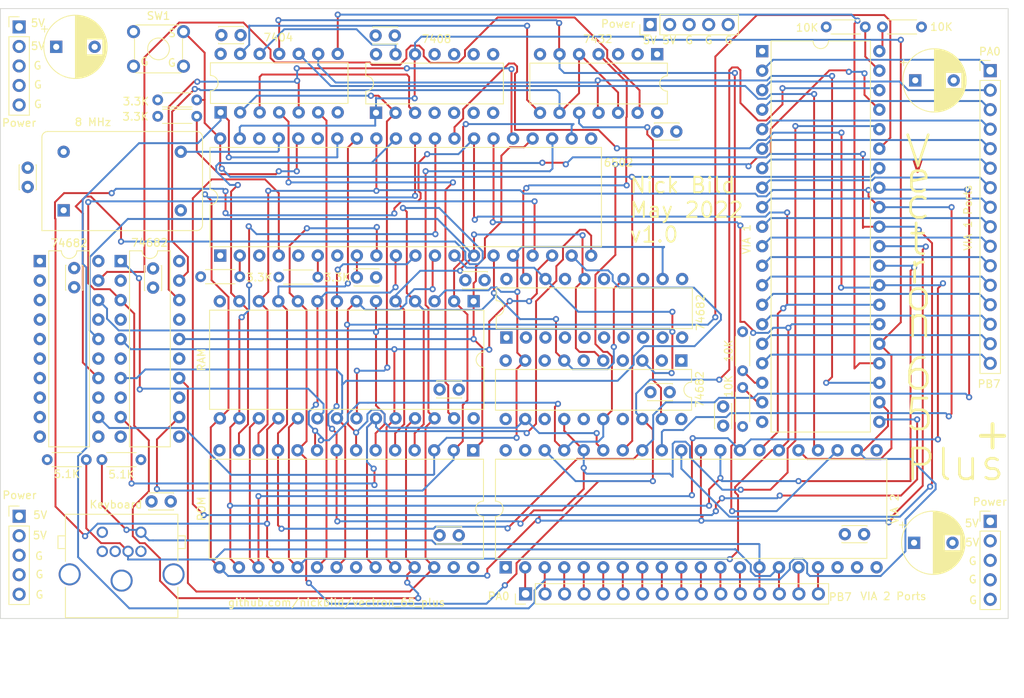
<source format=kicad_pcb>
(kicad_pcb (version 20171130) (host pcbnew 5.1.12-84ad8e8a86~92~ubuntu18.04.1)
  (layers (0 F.Cu signal) (1 GND power hide) (2 PWR power hide) (31 B.Cu signal) (34 B.Paste user) (35 F.Paste user) (36 B.SilkS user) (37 F.SilkS user) (38 B.Mask user) (39 F.Mask user) (44 Edge.Cuts user))
  (net 0 "")
  (net 1 GND)
  (net 2 +5V)
  (net 3 "Net-(J3-Pad16)")
  (net 4 "Net-(J3-Pad15)")
  (net 5 "Net-(J3-Pad14)")
  (net 6 "Net-(J3-Pad13)")
  (net 7 "Net-(J3-Pad12)")
  (net 8 "Net-(J3-Pad11)")
  (net 9 "Net-(J3-Pad10)")
  (net 10 "Net-(J3-Pad9)")
  (net 11 "Net-(J3-Pad8)")
  (net 12 "Net-(J3-Pad7)")
  (net 13 "Net-(J3-Pad6)")
  (net 14 "Net-(J3-Pad5)")
  (net 15 "Net-(J3-Pad4)")
  (net 16 "Net-(J3-Pad3)")
  (net 17 "Net-(J3-Pad2)")
  (net 18 "Net-(J3-Pad1)")
  (net 19 "Net-(J4-Pad16)")
  (net 20 "Net-(J4-Pad15)")
  (net 21 "Net-(J4-Pad14)")
  (net 22 "Net-(J4-Pad13)")
  (net 23 "Net-(J4-Pad12)")
  (net 24 "Net-(J4-Pad11)")
  (net 25 "Net-(J4-Pad10)")
  (net 26 "Net-(J4-Pad9)")
  (net 27 "Net-(J4-Pad8)")
  (net 28 "Net-(J4-Pad7)")
  (net 29 "Net-(J4-Pad6)")
  (net 30 "Net-(J4-Pad5)")
  (net 31 "Net-(J4-Pad4)")
  (net 32 "Net-(J4-Pad3)")
  (net 33 "Net-(J4-Pad2)")
  (net 34 "Net-(J4-Pad1)")
  (net 35 "Net-(R1-Pad1)")
  (net 36 "Net-(R2-Pad1)")
  (net 37 "Net-(R3-Pad1)")
  (net 38 "Net-(R4-Pad1)")
  (net 39 "Net-(R5-Pad1)")
  (net 40 "Net-(R6-Pad2)")
  (net 41 "Net-(R7-Pad2)")
  (net 42 "Net-(R8-Pad1)")
  (net 43 "Net-(SW1-Pad1)")
  (net 44 "Net-(U1-Pad20)")
  (net 45 "Net-(U1-Pad39)")
  (net 46 "Net-(U1-Pad19)")
  (net 47 "Net-(U1-Pad18)")
  (net 48 "Net-(U1-Pad37)")
  (net 49 "Net-(U1-Pad17)")
  (net 50 "Net-(U1-Pad16)")
  (net 51 "Net-(U1-Pad35)")
  (net 52 "Net-(U1-Pad15)")
  (net 53 "Net-(U1-Pad34)")
  (net 54 "Net-(U1-Pad14)")
  (net 55 "Net-(U1-Pad33)")
  (net 56 "Net-(U1-Pad13)")
  (net 57 "Net-(U1-Pad32)")
  (net 58 "Net-(U1-Pad12)")
  (net 59 "Net-(U1-Pad31)")
  (net 60 "Net-(U1-Pad11)")
  (net 61 "Net-(U1-Pad30)")
  (net 62 "Net-(U1-Pad10)")
  (net 63 "Net-(U1-Pad29)")
  (net 64 "Net-(U1-Pad9)")
  (net 65 "Net-(U1-Pad28)")
  (net 66 "Net-(U1-Pad27)")
  (net 67 "Net-(U1-Pad7)")
  (net 68 "Net-(U1-Pad26)")
  (net 69 "Net-(U1-Pad25)")
  (net 70 "Net-(U1-Pad5)")
  (net 71 "Net-(U1-Pad24)")
  (net 72 "Net-(U1-Pad4)")
  (net 73 "Net-(U1-Pad23)")
  (net 74 "Net-(U1-Pad3)")
  (net 75 "Net-(U1-Pad22)")
  (net 76 "Net-(U1-Pad1)")
  (net 77 "Net-(U2-Pad24)")
  (net 78 "Net-(U11-Pad11)")
  (net 79 "Net-(U3-Pad20)")
  (net 80 "Net-(U11-Pad12)")
  (net 81 "Net-(U4-Pad1)")
  (net 82 "Net-(U5-Pad40)")
  (net 83 "Net-(U5-Pad39)")
  (net 84 "Net-(U5-Pad19)")
  (net 85 "Net-(U5-Pad18)")
  (net 86 "Net-(U5-Pad24)")
  (net 87 "Net-(U11-Pad6)")
  (net 88 "Net-(U5-Pad21)")
  (net 89 "Net-(U6-Pad27)")
  (net 90 "Net-(U10-Pad2)")
  (net 91 "Net-(U11-Pad13)")
  (net 92 "Net-(U7-Pad1)")
  (net 93 "Net-(U11-Pad10)")
  (net 94 "Net-(U8-Pad1)")
  (net 95 "Net-(U11-Pad8)")
  (net 96 "Net-(U10-Pad13)")
  (net 97 "Net-(U10-Pad3)")
  (net 98 "Net-(U10-Pad6)")
  (net 99 "Net-(U10-Pad5)")
  (net 100 "Net-(U10-Pad11)")
  (net 101 "Net-(U10-Pad4)")
  (net 102 "Net-(U10-Pad10)")
  (net 103 "Net-(U10-Pad9)")
  (net 104 "Net-(U10-Pad8)")
  (net 105 "Net-(U11-Pad4)")
  (net 106 "Net-(U11-Pad3)")
  (net 107 "Net-(U11-Pad2)")
  (net 108 "Net-(U11-Pad1)")
  (net 109 "Net-(U12-Pad1)")
  (net 110 "Net-(X1-Pad1)")
  (net 111 "Net-(J5-Pad5)")
  (net 112 "Net-(J5-Pad1)")
  (module Oscillator:Oscillator_DIP-14 (layer F.Cu) (at 46.228 58.166)
    (fp_text reference X1)
    (fp_text value "8 MHz" (at 3.81 -11.4808) (layer F.SilkS))
    (pad 7 thru_hole circle (at 15.24 0) (size 1.6 1.6) (drill 0.8) (layers *.Cu *.Mask) (net 1 GND))
    (pad 8 thru_hole circle (at 15.24 -7.62) (size 1.6 1.6) (drill 0.8) (layers *.Cu *.Mask) (net 48 "Net-(U1-Pad37)"))
    (pad 14 thru_hole circle (at 0 -7.62) (size 1.6 1.6) (drill 0.8) (layers *.Cu *.Mask) (net 2 +5V))
    (pad 1 thru_hole rect (at 0 0) (size 1.6 1.6) (drill 0.8) (layers *.Cu *.Mask) (net 110 "Net-(X1-Pad1)"))
  )
  (module Package_DIP:DIP-20_W7.62mm (layer F.Cu) (at 103.8352 74.7268 90)
    (fp_text reference U12)
    (fp_text value SN74LS682N)
    (pad 20 thru_hole oval (at 7.62 0 90) (size 1.6 1.6) (drill 0.8) (layers *.Cu *.Mask) (net 2 +5V))
    (pad 10 thru_hole oval (at 0 22.86 90) (size 1.6 1.6) (drill 0.8) (layers *.Cu *.Mask) (net 1 GND))
    (pad 19 thru_hole oval (at 7.62 2.54 90) (size 1.6 1.6) (drill 0.8) (layers *.Cu *.Mask) (net 105 "Net-(U11-Pad4)"))
    (pad 9 thru_hole oval (at 0 20.32 90) (size 1.6 1.6) (drill 0.8) (layers *.Cu *.Mask) (net 1 GND))
    (pad 18 thru_hole oval (at 7.62 5.08 90) (size 1.6 1.6) (drill 0.8) (layers *.Cu *.Mask) (net 56 "Net-(U1-Pad13)"))
    (pad 8 thru_hole oval (at 0 17.78 90) (size 1.6 1.6) (drill 0.8) (layers *.Cu *.Mask) (net 1 GND))
    (pad 17 thru_hole oval (at 7.62 7.62 90) (size 1.6 1.6) (drill 0.8) (layers *.Cu *.Mask) (net 1 GND))
    (pad 7 thru_hole oval (at 0 15.24 90) (size 1.6 1.6) (drill 0.8) (layers *.Cu *.Mask) (net 1 GND))
    (pad 16 thru_hole oval (at 7.62 10.16 90) (size 1.6 1.6) (drill 0.8) (layers *.Cu *.Mask) (net 54 "Net-(U1-Pad14)"))
    (pad 6 thru_hole oval (at 0 12.7 90) (size 1.6 1.6) (drill 0.8) (layers *.Cu *.Mask) (net 1 GND))
    (pad 15 thru_hole oval (at 7.62 12.7 90) (size 1.6 1.6) (drill 0.8) (layers *.Cu *.Mask) (net 2 +5V))
    (pad 5 thru_hole oval (at 0 10.16 90) (size 1.6 1.6) (drill 0.8) (layers *.Cu *.Mask) (net 1 GND))
    (pad 14 thru_hole oval (at 7.62 15.24 90) (size 1.6 1.6) (drill 0.8) (layers *.Cu *.Mask) (net 52 "Net-(U1-Pad15)"))
    (pad 4 thru_hole oval (at 0 7.62 90) (size 1.6 1.6) (drill 0.8) (layers *.Cu *.Mask) (net 1 GND))
    (pad 13 thru_hole oval (at 7.62 17.78 90) (size 1.6 1.6) (drill 0.8) (layers *.Cu *.Mask) (net 2 +5V))
    (pad 3 thru_hole oval (at 0 5.08 90) (size 1.6 1.6) (drill 0.8) (layers *.Cu *.Mask) (net 1 GND))
    (pad 12 thru_hole oval (at 7.62 20.32 90) (size 1.6 1.6) (drill 0.8) (layers *.Cu *.Mask) (net 50 "Net-(U1-Pad16)"))
    (pad 2 thru_hole oval (at 0 2.54 90) (size 1.6 1.6) (drill 0.8) (layers *.Cu *.Mask) (net 1 GND))
    (pad 11 thru_hole oval (at 7.62 22.86 90) (size 1.6 1.6) (drill 0.8) (layers *.Cu *.Mask) (net 2 +5V))
    (pad 1 thru_hole rect (at 0 0 90) (size 1.6 1.6) (drill 0.8) (layers *.Cu *.Mask) (net 109 "Net-(U12-Pad1)"))
  )
  (module Package_DIP:DIP-14_W7.62mm (layer F.Cu) (at 123.444 37.846 270)
    (fp_text reference U11)
    (fp_text value SN74HC32N)
    (pad 14 thru_hole oval (at 7.62 0 270) (size 1.6 1.6) (drill 0.8) (layers *.Cu *.Mask) (net 2 +5V))
    (pad 7 thru_hole oval (at 0 15.24 270) (size 1.6 1.6) (drill 0.8) (layers *.Cu *.Mask) (net 1 GND))
    (pad 13 thru_hole oval (at 7.62 2.54 270) (size 1.6 1.6) (drill 0.8) (layers *.Cu *.Mask) (net 91 "Net-(U11-Pad13)"))
    (pad 6 thru_hole oval (at 0 12.7 270) (size 1.6 1.6) (drill 0.8) (layers *.Cu *.Mask) (net 87 "Net-(U11-Pad6)"))
    (pad 12 thru_hole oval (at 7.62 5.08 270) (size 1.6 1.6) (drill 0.8) (layers *.Cu *.Mask) (net 80 "Net-(U11-Pad12)"))
    (pad 5 thru_hole oval (at 0 10.16 270) (size 1.6 1.6) (drill 0.8) (layers *.Cu *.Mask) (net 80 "Net-(U11-Pad12)"))
    (pad 11 thru_hole oval (at 7.62 7.62 270) (size 1.6 1.6) (drill 0.8) (layers *.Cu *.Mask) (net 78 "Net-(U11-Pad11)"))
    (pad 4 thru_hole oval (at 0 7.62 270) (size 1.6 1.6) (drill 0.8) (layers *.Cu *.Mask) (net 105 "Net-(U11-Pad4)"))
    (pad 10 thru_hole oval (at 7.62 10.16 270) (size 1.6 1.6) (drill 0.8) (layers *.Cu *.Mask) (net 93 "Net-(U11-Pad10)"))
    (pad 3 thru_hole oval (at 0 5.08 270) (size 1.6 1.6) (drill 0.8) (layers *.Cu *.Mask) (net 106 "Net-(U11-Pad3)"))
    (pad 9 thru_hole oval (at 7.62 12.7 270) (size 1.6 1.6) (drill 0.8) (layers *.Cu *.Mask) (net 80 "Net-(U11-Pad12)"))
    (pad 2 thru_hole oval (at 0 2.54 270) (size 1.6 1.6) (drill 0.8) (layers *.Cu *.Mask) (net 107 "Net-(U11-Pad2)"))
    (pad 8 thru_hole oval (at 7.62 15.24 270) (size 1.6 1.6) (drill 0.8) (layers *.Cu *.Mask) (net 95 "Net-(U11-Pad8)"))
    (pad 1 thru_hole rect (at 0 0 270) (size 1.6 1.6) (drill 0.8) (layers *.Cu *.Mask) (net 108 "Net-(U11-Pad1)"))
  )
  (module Package_DIP:DIP-14_W7.62mm (layer F.Cu) (at 86.868 45.466 90)
    (fp_text reference U10)
    (fp_text value SN74LS08N)
    (pad 14 thru_hole oval (at 7.62 0 90) (size 1.6 1.6) (drill 0.8) (layers *.Cu *.Mask) (net 2 +5V))
    (pad 7 thru_hole oval (at 0 15.24 90) (size 1.6 1.6) (drill 0.8) (layers *.Cu *.Mask) (net 1 GND))
    (pad 13 thru_hole oval (at 7.62 2.54 90) (size 1.6 1.6) (drill 0.8) (layers *.Cu *.Mask) (net 96 "Net-(U10-Pad13)"))
    (pad 6 thru_hole oval (at 0 12.7 90) (size 1.6 1.6) (drill 0.8) (layers *.Cu *.Mask) (net 98 "Net-(U10-Pad6)"))
    (pad 12 thru_hole oval (at 7.62 5.08 90) (size 1.6 1.6) (drill 0.8) (layers *.Cu *.Mask) (net 45 "Net-(U1-Pad39)"))
    (pad 5 thru_hole oval (at 0 10.16 90) (size 1.6 1.6) (drill 0.8) (layers *.Cu *.Mask) (net 99 "Net-(U10-Pad5)"))
    (pad 11 thru_hole oval (at 7.62 7.62 90) (size 1.6 1.6) (drill 0.8) (layers *.Cu *.Mask) (net 100 "Net-(U10-Pad11)"))
    (pad 4 thru_hole oval (at 0 7.62 90) (size 1.6 1.6) (drill 0.8) (layers *.Cu *.Mask) (net 101 "Net-(U10-Pad4)"))
    (pad 10 thru_hole oval (at 7.62 10.16 90) (size 1.6 1.6) (drill 0.8) (layers *.Cu *.Mask) (net 102 "Net-(U10-Pad10)"))
    (pad 3 thru_hole oval (at 0 5.08 90) (size 1.6 1.6) (drill 0.8) (layers *.Cu *.Mask) (net 97 "Net-(U10-Pad3)"))
    (pad 9 thru_hole oval (at 7.62 12.7 90) (size 1.6 1.6) (drill 0.8) (layers *.Cu *.Mask) (net 103 "Net-(U10-Pad9)"))
    (pad 2 thru_hole oval (at 0 2.54 90) (size 1.6 1.6) (drill 0.8) (layers *.Cu *.Mask) (net 90 "Net-(U10-Pad2)"))
    (pad 8 thru_hole oval (at 7.62 15.24 90) (size 1.6 1.6) (drill 0.8) (layers *.Cu *.Mask) (net 104 "Net-(U10-Pad8)"))
    (pad 1 thru_hole rect (at 0 0 90) (size 1.6 1.6) (drill 0.8) (layers *.Cu *.Mask) (net 45 "Net-(U1-Pad39)"))
  )
  (module Package_DIP:DIP-14_W7.62mm (layer F.Cu) (at 66.6496 45.4152 90)
    (fp_text reference U9)
    (fp_text value SN74LS04N)
    (pad 14 thru_hole oval (at 7.62 0 90) (size 1.6 1.6) (drill 0.8) (layers *.Cu *.Mask) (net 2 +5V))
    (pad 7 thru_hole oval (at 0 15.24 90) (size 1.6 1.6) (drill 0.8) (layers *.Cu *.Mask) (net 1 GND))
    (pad 13 thru_hole oval (at 7.62 2.54 90) (size 1.6 1.6) (drill 0.8) (layers *.Cu *.Mask) (net 95 "Net-(U11-Pad8)"))
    (pad 6 thru_hole oval (at 0 12.7 90) (size 1.6 1.6) (drill 0.8) (layers *.Cu *.Mask) (net 79 "Net-(U3-Pad20)"))
    (pad 12 thru_hole oval (at 7.62 5.08 90) (size 1.6 1.6) (drill 0.8) (layers *.Cu *.Mask) (net 96 "Net-(U10-Pad13)"))
    (pad 5 thru_hole oval (at 0 10.16 90) (size 1.6 1.6) (drill 0.8) (layers *.Cu *.Mask) (net 69 "Net-(U1-Pad25)"))
    (pad 11 thru_hole oval (at 7.62 7.62 90) (size 1.6 1.6) (drill 0.8) (layers *.Cu *.Mask) (net 87 "Net-(U11-Pad6)"))
    (pad 4 thru_hole oval (at 0 7.62 90) (size 1.6 1.6) (drill 0.8) (layers *.Cu *.Mask) (net 89 "Net-(U6-Pad27)"))
    (pad 10 thru_hole oval (at 7.62 10.16 90) (size 1.6 1.6) (drill 0.8) (layers *.Cu *.Mask) (net 86 "Net-(U5-Pad24)"))
    (pad 3 thru_hole oval (at 0 5.08 90) (size 1.6 1.6) (drill 0.8) (layers *.Cu *.Mask) (net 97 "Net-(U10-Pad3)"))
    (pad 9 thru_hole oval (at 7.62 12.7 90) (size 1.6 1.6) (drill 0.8) (layers *.Cu *.Mask) (net 78 "Net-(U11-Pad11)"))
    (pad 2 thru_hole oval (at 0 2.54 90) (size 1.6 1.6) (drill 0.8) (layers *.Cu *.Mask) (net 90 "Net-(U10-Pad2)"))
    (pad 8 thru_hole oval (at 7.62 15.24 90) (size 1.6 1.6) (drill 0.8) (layers *.Cu *.Mask) (net 77 "Net-(U2-Pad24)"))
    (pad 1 thru_hole rect (at 0 0 90) (size 1.6 1.6) (drill 0.8) (layers *.Cu *.Mask) (net 53 "Net-(U1-Pad34)"))
  )
  (module Package_DIP:DIP-20_W7.62mm (layer F.Cu) (at 126.5936 77.724 270)
    (fp_text reference U8)
    (fp_text value SN74LS682N)
    (pad 20 thru_hole oval (at 7.62 0 270) (size 1.6 1.6) (drill 0.8) (layers *.Cu *.Mask) (net 2 +5V))
    (pad 10 thru_hole oval (at 0 22.86 270) (size 1.6 1.6) (drill 0.8) (layers *.Cu *.Mask) (net 1 GND))
    (pad 19 thru_hole oval (at 7.62 2.54 270) (size 1.6 1.6) (drill 0.8) (layers *.Cu *.Mask) (net 93 "Net-(U11-Pad10)"))
    (pad 9 thru_hole oval (at 0 20.32 270) (size 1.6 1.6) (drill 0.8) (layers *.Cu *.Mask) (net 50 "Net-(U1-Pad16)"))
    (pad 18 thru_hole oval (at 7.62 5.08 270) (size 1.6 1.6) (drill 0.8) (layers *.Cu *.Mask) (net 64 "Net-(U1-Pad9)"))
    (pad 8 thru_hole oval (at 0 17.78 270) (size 1.6 1.6) (drill 0.8) (layers *.Cu *.Mask) (net 1 GND))
    (pad 17 thru_hole oval (at 7.62 7.62 270) (size 1.6 1.6) (drill 0.8) (layers *.Cu *.Mask) (net 1 GND))
    (pad 7 thru_hole oval (at 0 15.24 270) (size 1.6 1.6) (drill 0.8) (layers *.Cu *.Mask) (net 52 "Net-(U1-Pad15)"))
    (pad 16 thru_hole oval (at 7.62 10.16 270) (size 1.6 1.6) (drill 0.8) (layers *.Cu *.Mask) (net 62 "Net-(U1-Pad10)"))
    (pad 6 thru_hole oval (at 0 12.7 270) (size 1.6 1.6) (drill 0.8) (layers *.Cu *.Mask) (net 1 GND))
    (pad 15 thru_hole oval (at 7.62 12.7 270) (size 1.6 1.6) (drill 0.8) (layers *.Cu *.Mask) (net 1 GND))
    (pad 5 thru_hole oval (at 0 10.16 270) (size 1.6 1.6) (drill 0.8) (layers *.Cu *.Mask) (net 54 "Net-(U1-Pad14)"))
    (pad 14 thru_hole oval (at 7.62 15.24 270) (size 1.6 1.6) (drill 0.8) (layers *.Cu *.Mask) (net 60 "Net-(U1-Pad11)"))
    (pad 4 thru_hole oval (at 0 7.62 270) (size 1.6 1.6) (drill 0.8) (layers *.Cu *.Mask) (net 1 GND))
    (pad 13 thru_hole oval (at 7.62 17.78 270) (size 1.6 1.6) (drill 0.8) (layers *.Cu *.Mask) (net 1 GND))
    (pad 3 thru_hole oval (at 0 5.08 270) (size 1.6 1.6) (drill 0.8) (layers *.Cu *.Mask) (net 56 "Net-(U1-Pad13)"))
    (pad 12 thru_hole oval (at 7.62 20.32 270) (size 1.6 1.6) (drill 0.8) (layers *.Cu *.Mask) (net 58 "Net-(U1-Pad12)"))
    (pad 2 thru_hole oval (at 0 2.54 270) (size 1.6 1.6) (drill 0.8) (layers *.Cu *.Mask) (net 1 GND))
    (pad 11 thru_hole oval (at 7.62 22.86 270) (size 1.6 1.6) (drill 0.8) (layers *.Cu *.Mask) (net 1 GND))
    (pad 1 thru_hole rect (at 0 0 270) (size 1.6 1.6) (drill 0.8) (layers *.Cu *.Mask) (net 94 "Net-(U8-Pad1)"))
  )
  (module Package_DIP:DIP-20_W7.62mm (layer F.Cu) (at 43.1292 64.77)
    (fp_text reference U7)
    (fp_text value SN74LS682N)
    (pad 20 thru_hole oval (at 7.62 0) (size 1.6 1.6) (drill 0.8) (layers *.Cu *.Mask) (net 2 +5V))
    (pad 10 thru_hole oval (at 0 22.86) (size 1.6 1.6) (drill 0.8) (layers *.Cu *.Mask) (net 1 GND))
    (pad 19 thru_hole oval (at 7.62 2.54) (size 1.6 1.6) (drill 0.8) (layers *.Cu *.Mask) (net 91 "Net-(U11-Pad13)"))
    (pad 9 thru_hole oval (at 0 20.32) (size 1.6 1.6) (drill 0.8) (layers *.Cu *.Mask) (net 1 GND))
    (pad 18 thru_hole oval (at 7.62 5.08) (size 1.6 1.6) (drill 0.8) (layers *.Cu *.Mask) (net 56 "Net-(U1-Pad13)"))
    (pad 8 thru_hole oval (at 0 17.78) (size 1.6 1.6) (drill 0.8) (layers *.Cu *.Mask) (net 1 GND))
    (pad 17 thru_hole oval (at 7.62 7.62) (size 1.6 1.6) (drill 0.8) (layers *.Cu *.Mask) (net 2 +5V))
    (pad 7 thru_hole oval (at 0 15.24) (size 1.6 1.6) (drill 0.8) (layers *.Cu *.Mask) (net 1 GND))
    (pad 16 thru_hole oval (at 7.62 10.16) (size 1.6 1.6) (drill 0.8) (layers *.Cu *.Mask) (net 54 "Net-(U1-Pad14)"))
    (pad 6 thru_hole oval (at 0 12.7) (size 1.6 1.6) (drill 0.8) (layers *.Cu *.Mask) (net 1 GND))
    (pad 15 thru_hole oval (at 7.62 12.7) (size 1.6 1.6) (drill 0.8) (layers *.Cu *.Mask) (net 2 +5V))
    (pad 5 thru_hole oval (at 0 10.16) (size 1.6 1.6) (drill 0.8) (layers *.Cu *.Mask) (net 1 GND))
    (pad 14 thru_hole oval (at 7.62 15.24) (size 1.6 1.6) (drill 0.8) (layers *.Cu *.Mask) (net 52 "Net-(U1-Pad15)"))
    (pad 4 thru_hole oval (at 0 7.62) (size 1.6 1.6) (drill 0.8) (layers *.Cu *.Mask) (net 1 GND))
    (pad 13 thru_hole oval (at 7.62 17.78) (size 1.6 1.6) (drill 0.8) (layers *.Cu *.Mask) (net 2 +5V))
    (pad 3 thru_hole oval (at 0 5.08) (size 1.6 1.6) (drill 0.8) (layers *.Cu *.Mask) (net 1 GND))
    (pad 12 thru_hole oval (at 7.62 20.32) (size 1.6 1.6) (drill 0.8) (layers *.Cu *.Mask) (net 50 "Net-(U1-Pad16)"))
    (pad 2 thru_hole oval (at 0 2.54) (size 1.6 1.6) (drill 0.8) (layers *.Cu *.Mask) (net 1 GND))
    (pad 11 thru_hole oval (at 7.62 22.86) (size 1.6 1.6) (drill 0.8) (layers *.Cu *.Mask) (net 2 +5V))
    (pad 1 thru_hole rect (at 0 0) (size 1.6 1.6) (drill 0.8) (layers *.Cu *.Mask) (net 92 "Net-(U7-Pad1)"))
  )
  (module Package_DIP:DIP-28_W15.24mm (layer F.Cu) (at 99.568 70.0024 270)
    (fp_text reference U6)
    (fp_text value RAM)
    (pad 28 thru_hole oval (at 15.24 0 270) (size 1.6 1.6) (drill 0.8) (layers *.Cu *.Mask) (net 2 +5V))
    (pad 14 thru_hole oval (at 0 33.02 270) (size 1.6 1.6) (drill 0.8) (layers *.Cu *.Mask) (net 1 GND))
    (pad 27 thru_hole oval (at 15.24 2.54 270) (size 1.6 1.6) (drill 0.8) (layers *.Cu *.Mask) (net 89 "Net-(U6-Pad27)"))
    (pad 13 thru_hole oval (at 0 30.48 270) (size 1.6 1.6) (drill 0.8) (layers *.Cu *.Mask) (net 59 "Net-(U1-Pad31)"))
    (pad 26 thru_hole oval (at 15.24 5.08 270) (size 1.6 1.6) (drill 0.8) (layers *.Cu *.Mask) (net 73 "Net-(U1-Pad23)"))
    (pad 12 thru_hole oval (at 0 27.94 270) (size 1.6 1.6) (drill 0.8) (layers *.Cu *.Mask) (net 57 "Net-(U1-Pad32)"))
    (pad 25 thru_hole oval (at 15.24 7.62 270) (size 1.6 1.6) (drill 0.8) (layers *.Cu *.Mask) (net 49 "Net-(U1-Pad17)"))
    (pad 11 thru_hole oval (at 0 25.4 270) (size 1.6 1.6) (drill 0.8) (layers *.Cu *.Mask) (net 55 "Net-(U1-Pad33)"))
    (pad 24 thru_hole oval (at 15.24 10.16 270) (size 1.6 1.6) (drill 0.8) (layers *.Cu *.Mask) (net 47 "Net-(U1-Pad18)"))
    (pad 10 thru_hole oval (at 0 22.86 270) (size 1.6 1.6) (drill 0.8) (layers *.Cu *.Mask) (net 64 "Net-(U1-Pad9)"))
    (pad 23 thru_hole oval (at 15.24 12.7 270) (size 1.6 1.6) (drill 0.8) (layers *.Cu *.Mask) (net 44 "Net-(U1-Pad20)"))
    (pad 9 thru_hole oval (at 0 20.32 270) (size 1.6 1.6) (drill 0.8) (layers *.Cu *.Mask) (net 62 "Net-(U1-Pad10)"))
    (pad 22 thru_hole oval (at 15.24 15.24 270) (size 1.6 1.6) (drill 0.8) (layers *.Cu *.Mask) (net 90 "Net-(U10-Pad2)"))
    (pad 8 thru_hole oval (at 0 17.78 270) (size 1.6 1.6) (drill 0.8) (layers *.Cu *.Mask) (net 60 "Net-(U1-Pad11)"))
    (pad 21 thru_hole oval (at 15.24 17.78 270) (size 1.6 1.6) (drill 0.8) (layers *.Cu *.Mask) (net 46 "Net-(U1-Pad19)"))
    (pad 7 thru_hole oval (at 0 15.24 270) (size 1.6 1.6) (drill 0.8) (layers *.Cu *.Mask) (net 58 "Net-(U1-Pad12)"))
    (pad 20 thru_hole oval (at 15.24 20.32 270) (size 1.6 1.6) (drill 0.8) (layers *.Cu *.Mask) (net 81 "Net-(U4-Pad1)"))
    (pad 6 thru_hole oval (at 0 12.7 270) (size 1.6 1.6) (drill 0.8) (layers *.Cu *.Mask) (net 56 "Net-(U1-Pad13)"))
    (pad 19 thru_hole oval (at 15.24 22.86 270) (size 1.6 1.6) (drill 0.8) (layers *.Cu *.Mask) (net 68 "Net-(U1-Pad26)"))
    (pad 5 thru_hole oval (at 0 10.16 270) (size 1.6 1.6) (drill 0.8) (layers *.Cu *.Mask) (net 54 "Net-(U1-Pad14)"))
    (pad 18 thru_hole oval (at 15.24 25.4 270) (size 1.6 1.6) (drill 0.8) (layers *.Cu *.Mask) (net 66 "Net-(U1-Pad27)"))
    (pad 4 thru_hole oval (at 0 7.62 270) (size 1.6 1.6) (drill 0.8) (layers *.Cu *.Mask) (net 52 "Net-(U1-Pad15)"))
    (pad 17 thru_hole oval (at 15.24 27.94 270) (size 1.6 1.6) (drill 0.8) (layers *.Cu *.Mask) (net 65 "Net-(U1-Pad28)"))
    (pad 3 thru_hole oval (at 0 5.08 270) (size 1.6 1.6) (drill 0.8) (layers *.Cu *.Mask) (net 50 "Net-(U1-Pad16)"))
    (pad 16 thru_hole oval (at 15.24 30.48 270) (size 1.6 1.6) (drill 0.8) (layers *.Cu *.Mask) (net 63 "Net-(U1-Pad29)"))
    (pad 2 thru_hole oval (at 0 2.54 270) (size 1.6 1.6) (drill 0.8) (layers *.Cu *.Mask) (net 75 "Net-(U1-Pad22)"))
    (pad 15 thru_hole oval (at 15.24 33.02 270) (size 1.6 1.6) (drill 0.8) (layers *.Cu *.Mask) (net 61 "Net-(U1-Pad30)"))
    (pad 1 thru_hole rect (at 0 0 270) (size 1.6 1.6) (drill 0.8) (layers *.Cu *.Mask) (net 71 "Net-(U1-Pad24)"))
  )
  (module Package_DIP:DIP-40_W15.24mm (layer F.Cu) (at 103.7336 104.648 90)
    (fp_text reference U5)
    (fp_text value "VIA 2")
    (pad 40 thru_hole oval (at 15.24 0 90) (size 1.6 1.6) (drill 0.8) (layers *.Cu *.Mask) (net 82 "Net-(U5-Pad40)"))
    (pad 20 thru_hole oval (at 0 48.26 90) (size 1.6 1.6) (drill 0.8) (layers *.Cu *.Mask) (net 2 +5V))
    (pad 39 thru_hole oval (at 15.24 2.54 90) (size 1.6 1.6) (drill 0.8) (layers *.Cu *.Mask) (net 83 "Net-(U5-Pad39)"))
    (pad 19 thru_hole oval (at 0 45.72 90) (size 1.6 1.6) (drill 0.8) (layers *.Cu *.Mask) (net 84 "Net-(U5-Pad19)"))
    (pad 38 thru_hole oval (at 15.24 5.08 90) (size 1.6 1.6) (drill 0.8) (layers *.Cu *.Mask) (net 64 "Net-(U1-Pad9)"))
    (pad 18 thru_hole oval (at 0 43.18 90) (size 1.6 1.6) (drill 0.8) (layers *.Cu *.Mask) (net 85 "Net-(U5-Pad18)"))
    (pad 37 thru_hole oval (at 15.24 7.62 90) (size 1.6 1.6) (drill 0.8) (layers *.Cu *.Mask) (net 62 "Net-(U1-Pad10)"))
    (pad 17 thru_hole oval (at 0 40.64 90) (size 1.6 1.6) (drill 0.8) (layers *.Cu *.Mask) (net 19 "Net-(J4-Pad16)"))
    (pad 36 thru_hole oval (at 15.24 10.16 90) (size 1.6 1.6) (drill 0.8) (layers *.Cu *.Mask) (net 60 "Net-(U1-Pad11)"))
    (pad 16 thru_hole oval (at 0 38.1 90) (size 1.6 1.6) (drill 0.8) (layers *.Cu *.Mask) (net 20 "Net-(J4-Pad15)"))
    (pad 35 thru_hole oval (at 15.24 12.7 90) (size 1.6 1.6) (drill 0.8) (layers *.Cu *.Mask) (net 58 "Net-(U1-Pad12)"))
    (pad 15 thru_hole oval (at 0 35.56 90) (size 1.6 1.6) (drill 0.8) (layers *.Cu *.Mask) (net 21 "Net-(J4-Pad14)"))
    (pad 34 thru_hole oval (at 15.24 15.24 90) (size 1.6 1.6) (drill 0.8) (layers *.Cu *.Mask) (net 35 "Net-(R1-Pad1)"))
    (pad 14 thru_hole oval (at 0 33.02 90) (size 1.6 1.6) (drill 0.8) (layers *.Cu *.Mask) (net 22 "Net-(J4-Pad13)"))
    (pad 33 thru_hole oval (at 15.24 17.78 90) (size 1.6 1.6) (drill 0.8) (layers *.Cu *.Mask) (net 55 "Net-(U1-Pad33)"))
    (pad 13 thru_hole oval (at 0 30.48 90) (size 1.6 1.6) (drill 0.8) (layers *.Cu *.Mask) (net 23 "Net-(J4-Pad12)"))
    (pad 32 thru_hole oval (at 15.24 20.32 90) (size 1.6 1.6) (drill 0.8) (layers *.Cu *.Mask) (net 57 "Net-(U1-Pad32)"))
    (pad 12 thru_hole oval (at 0 27.94 90) (size 1.6 1.6) (drill 0.8) (layers *.Cu *.Mask) (net 24 "Net-(J4-Pad11)"))
    (pad 31 thru_hole oval (at 15.24 22.86 90) (size 1.6 1.6) (drill 0.8) (layers *.Cu *.Mask) (net 59 "Net-(U1-Pad31)"))
    (pad 11 thru_hole oval (at 0 25.4 90) (size 1.6 1.6) (drill 0.8) (layers *.Cu *.Mask) (net 25 "Net-(J4-Pad10)"))
    (pad 30 thru_hole oval (at 15.24 25.4 90) (size 1.6 1.6) (drill 0.8) (layers *.Cu *.Mask) (net 61 "Net-(U1-Pad30)"))
    (pad 10 thru_hole oval (at 0 22.86 90) (size 1.6 1.6) (drill 0.8) (layers *.Cu *.Mask) (net 26 "Net-(J4-Pad9)"))
    (pad 29 thru_hole oval (at 15.24 27.94 90) (size 1.6 1.6) (drill 0.8) (layers *.Cu *.Mask) (net 63 "Net-(U1-Pad29)"))
    (pad 9 thru_hole oval (at 0 20.32 90) (size 1.6 1.6) (drill 0.8) (layers *.Cu *.Mask) (net 27 "Net-(J4-Pad8)"))
    (pad 28 thru_hole oval (at 15.24 30.48 90) (size 1.6 1.6) (drill 0.8) (layers *.Cu *.Mask) (net 65 "Net-(U1-Pad28)"))
    (pad 8 thru_hole oval (at 0 17.78 90) (size 1.6 1.6) (drill 0.8) (layers *.Cu *.Mask) (net 28 "Net-(J4-Pad7)"))
    (pad 27 thru_hole oval (at 15.24 33.02 90) (size 1.6 1.6) (drill 0.8) (layers *.Cu *.Mask) (net 66 "Net-(U1-Pad27)"))
    (pad 7 thru_hole oval (at 0 15.24 90) (size 1.6 1.6) (drill 0.8) (layers *.Cu *.Mask) (net 29 "Net-(J4-Pad6)"))
    (pad 26 thru_hole oval (at 15.24 35.56 90) (size 1.6 1.6) (drill 0.8) (layers *.Cu *.Mask) (net 68 "Net-(U1-Pad26)"))
    (pad 6 thru_hole oval (at 0 12.7 90) (size 1.6 1.6) (drill 0.8) (layers *.Cu *.Mask) (net 30 "Net-(J4-Pad5)"))
    (pad 25 thru_hole oval (at 15.24 38.1 90) (size 1.6 1.6) (drill 0.8) (layers *.Cu *.Mask) (net 45 "Net-(U1-Pad39)"))
    (pad 5 thru_hole oval (at 0 10.16 90) (size 1.6 1.6) (drill 0.8) (layers *.Cu *.Mask) (net 31 "Net-(J4-Pad4)"))
    (pad 24 thru_hole oval (at 15.24 40.64 90) (size 1.6 1.6) (drill 0.8) (layers *.Cu *.Mask) (net 86 "Net-(U5-Pad24)"))
    (pad 4 thru_hole oval (at 0 7.62 90) (size 1.6 1.6) (drill 0.8) (layers *.Cu *.Mask) (net 32 "Net-(J4-Pad3)"))
    (pad 23 thru_hole oval (at 15.24 43.18 90) (size 1.6 1.6) (drill 0.8) (layers *.Cu *.Mask) (net 87 "Net-(U11-Pad6)"))
    (pad 3 thru_hole oval (at 0 5.08 90) (size 1.6 1.6) (drill 0.8) (layers *.Cu *.Mask) (net 33 "Net-(J4-Pad2)"))
    (pad 22 thru_hole oval (at 15.24 45.72 90) (size 1.6 1.6) (drill 0.8) (layers *.Cu *.Mask) (net 53 "Net-(U1-Pad34)"))
    (pad 2 thru_hole oval (at 0 2.54 90) (size 1.6 1.6) (drill 0.8) (layers *.Cu *.Mask) (net 34 "Net-(J4-Pad1)"))
    (pad 21 thru_hole oval (at 15.24 48.26 90) (size 1.6 1.6) (drill 0.8) (layers *.Cu *.Mask) (net 88 "Net-(U5-Pad21)"))
    (pad 1 thru_hole rect (at 0 0 90) (size 1.6 1.6) (drill 0.8) (layers *.Cu *.Mask) (net 1 GND))
  )
  (module Package_DIP:DIP-20_W7.62mm (layer F.Cu) (at 53.6448 64.77)
    (fp_text reference U4)
    (fp_text value SN74LS682N)
    (pad 20 thru_hole oval (at 7.62 0) (size 1.6 1.6) (drill 0.8) (layers *.Cu *.Mask) (net 2 +5V))
    (pad 10 thru_hole oval (at 0 22.86) (size 1.6 1.6) (drill 0.8) (layers *.Cu *.Mask) (net 1 GND))
    (pad 19 thru_hole oval (at 7.62 2.54) (size 1.6 1.6) (drill 0.8) (layers *.Cu *.Mask) (net 80 "Net-(U11-Pad12)"))
    (pad 9 thru_hole oval (at 0 20.32) (size 1.6 1.6) (drill 0.8) (layers *.Cu *.Mask) (net 44 "Net-(U1-Pad20)"))
    (pad 18 thru_hole oval (at 7.62 5.08) (size 1.6 1.6) (drill 0.8) (layers *.Cu *.Mask) (net 69 "Net-(U1-Pad25)"))
    (pad 8 thru_hole oval (at 0 17.78) (size 1.6 1.6) (drill 0.8) (layers *.Cu *.Mask) (net 2 +5V))
    (pad 17 thru_hole oval (at 7.62 7.62) (size 1.6 1.6) (drill 0.8) (layers *.Cu *.Mask) (net 1 GND))
    (pad 7 thru_hole oval (at 0 15.24) (size 1.6 1.6) (drill 0.8) (layers *.Cu *.Mask) (net 46 "Net-(U1-Pad19)"))
    (pad 16 thru_hole oval (at 7.62 10.16) (size 1.6 1.6) (drill 0.8) (layers *.Cu *.Mask) (net 71 "Net-(U1-Pad24)"))
    (pad 6 thru_hole oval (at 0 12.7) (size 1.6 1.6) (drill 0.8) (layers *.Cu *.Mask) (net 2 +5V))
    (pad 15 thru_hole oval (at 7.62 12.7) (size 1.6 1.6) (drill 0.8) (layers *.Cu *.Mask) (net 2 +5V))
    (pad 5 thru_hole oval (at 0 10.16) (size 1.6 1.6) (drill 0.8) (layers *.Cu *.Mask) (net 47 "Net-(U1-Pad18)"))
    (pad 14 thru_hole oval (at 7.62 15.24) (size 1.6 1.6) (drill 0.8) (layers *.Cu *.Mask) (net 73 "Net-(U1-Pad23)"))
    (pad 4 thru_hole oval (at 0 7.62) (size 1.6 1.6) (drill 0.8) (layers *.Cu *.Mask) (net 2 +5V))
    (pad 13 thru_hole oval (at 7.62 17.78) (size 1.6 1.6) (drill 0.8) (layers *.Cu *.Mask) (net 2 +5V))
    (pad 3 thru_hole oval (at 0 5.08) (size 1.6 1.6) (drill 0.8) (layers *.Cu *.Mask) (net 49 "Net-(U1-Pad17)"))
    (pad 12 thru_hole oval (at 7.62 20.32) (size 1.6 1.6) (drill 0.8) (layers *.Cu *.Mask) (net 75 "Net-(U1-Pad22)"))
    (pad 2 thru_hole oval (at 0 2.54) (size 1.6 1.6) (drill 0.8) (layers *.Cu *.Mask) (net 2 +5V))
    (pad 11 thru_hole oval (at 7.62 22.86) (size 1.6 1.6) (drill 0.8) (layers *.Cu *.Mask) (net 2 +5V))
    (pad 1 thru_hole rect (at 0 0) (size 1.6 1.6) (drill 0.8) (layers *.Cu *.Mask) (net 81 "Net-(U4-Pad1)"))
  )
  (module Package_DIP:DIP-28_W15.24mm (layer F.Cu) (at 99.5172 89.408 270)
    (fp_text reference U3)
    (fp_text value ROM)
    (pad 28 thru_hole oval (at 15.24 0 270) (size 1.6 1.6) (drill 0.8) (layers *.Cu *.Mask) (net 2 +5V))
    (pad 14 thru_hole oval (at 0 33.02 270) (size 1.6 1.6) (drill 0.8) (layers *.Cu *.Mask) (net 1 GND))
    (pad 27 thru_hole oval (at 15.24 2.54 270) (size 1.6 1.6) (drill 0.8) (layers *.Cu *.Mask) (net 2 +5V))
    (pad 13 thru_hole oval (at 0 30.48 270) (size 1.6 1.6) (drill 0.8) (layers *.Cu *.Mask) (net 59 "Net-(U1-Pad31)"))
    (pad 26 thru_hole oval (at 15.24 5.08 270) (size 1.6 1.6) (drill 0.8) (layers *.Cu *.Mask) (net 73 "Net-(U1-Pad23)"))
    (pad 12 thru_hole oval (at 0 27.94 270) (size 1.6 1.6) (drill 0.8) (layers *.Cu *.Mask) (net 57 "Net-(U1-Pad32)"))
    (pad 25 thru_hole oval (at 15.24 7.62 270) (size 1.6 1.6) (drill 0.8) (layers *.Cu *.Mask) (net 49 "Net-(U1-Pad17)"))
    (pad 11 thru_hole oval (at 0 25.4 270) (size 1.6 1.6) (drill 0.8) (layers *.Cu *.Mask) (net 55 "Net-(U1-Pad33)"))
    (pad 24 thru_hole oval (at 15.24 10.16 270) (size 1.6 1.6) (drill 0.8) (layers *.Cu *.Mask) (net 47 "Net-(U1-Pad18)"))
    (pad 10 thru_hole oval (at 0 22.86 270) (size 1.6 1.6) (drill 0.8) (layers *.Cu *.Mask) (net 64 "Net-(U1-Pad9)"))
    (pad 23 thru_hole oval (at 15.24 12.7 270) (size 1.6 1.6) (drill 0.8) (layers *.Cu *.Mask) (net 44 "Net-(U1-Pad20)"))
    (pad 9 thru_hole oval (at 0 20.32 270) (size 1.6 1.6) (drill 0.8) (layers *.Cu *.Mask) (net 62 "Net-(U1-Pad10)"))
    (pad 22 thru_hole oval (at 15.24 15.24 270) (size 1.6 1.6) (drill 0.8) (layers *.Cu *.Mask) (net 1 GND))
    (pad 8 thru_hole oval (at 0 17.78 270) (size 1.6 1.6) (drill 0.8) (layers *.Cu *.Mask) (net 60 "Net-(U1-Pad11)"))
    (pad 21 thru_hole oval (at 15.24 17.78 270) (size 1.6 1.6) (drill 0.8) (layers *.Cu *.Mask) (net 46 "Net-(U1-Pad19)"))
    (pad 7 thru_hole oval (at 0 15.24 270) (size 1.6 1.6) (drill 0.8) (layers *.Cu *.Mask) (net 58 "Net-(U1-Pad12)"))
    (pad 20 thru_hole oval (at 15.24 20.32 270) (size 1.6 1.6) (drill 0.8) (layers *.Cu *.Mask) (net 79 "Net-(U3-Pad20)"))
    (pad 6 thru_hole oval (at 0 12.7 270) (size 1.6 1.6) (drill 0.8) (layers *.Cu *.Mask) (net 56 "Net-(U1-Pad13)"))
    (pad 19 thru_hole oval (at 15.24 22.86 270) (size 1.6 1.6) (drill 0.8) (layers *.Cu *.Mask) (net 68 "Net-(U1-Pad26)"))
    (pad 5 thru_hole oval (at 0 10.16 270) (size 1.6 1.6) (drill 0.8) (layers *.Cu *.Mask) (net 54 "Net-(U1-Pad14)"))
    (pad 18 thru_hole oval (at 15.24 25.4 270) (size 1.6 1.6) (drill 0.8) (layers *.Cu *.Mask) (net 66 "Net-(U1-Pad27)"))
    (pad 4 thru_hole oval (at 0 7.62 270) (size 1.6 1.6) (drill 0.8) (layers *.Cu *.Mask) (net 52 "Net-(U1-Pad15)"))
    (pad 17 thru_hole oval (at 15.24 27.94 270) (size 1.6 1.6) (drill 0.8) (layers *.Cu *.Mask) (net 65 "Net-(U1-Pad28)"))
    (pad 3 thru_hole oval (at 0 5.08 270) (size 1.6 1.6) (drill 0.8) (layers *.Cu *.Mask) (net 50 "Net-(U1-Pad16)"))
    (pad 16 thru_hole oval (at 15.24 30.48 270) (size 1.6 1.6) (drill 0.8) (layers *.Cu *.Mask) (net 63 "Net-(U1-Pad29)"))
    (pad 2 thru_hole oval (at 0 2.54 270) (size 1.6 1.6) (drill 0.8) (layers *.Cu *.Mask) (net 75 "Net-(U1-Pad22)"))
    (pad 15 thru_hole oval (at 15.24 33.02 270) (size 1.6 1.6) (drill 0.8) (layers *.Cu *.Mask) (net 61 "Net-(U1-Pad30)"))
    (pad 1 thru_hole rect (at 0 0 270) (size 1.6 1.6) (drill 0.8) (layers *.Cu *.Mask) (net 71 "Net-(U1-Pad24)"))
  )
  (module Package_DIP:DIP-40_W15.24mm (layer F.Cu) (at 137.1092 37.4396)
    (fp_text reference U2)
    (fp_text value "VIA 1")
    (pad 40 thru_hole oval (at 15.24 0) (size 1.6 1.6) (drill 0.8) (layers *.Cu *.Mask) (net 40 "Net-(R6-Pad2)"))
    (pad 20 thru_hole oval (at 0 48.26) (size 1.6 1.6) (drill 0.8) (layers *.Cu *.Mask) (net 2 +5V))
    (pad 39 thru_hole oval (at 15.24 2.54) (size 1.6 1.6) (drill 0.8) (layers *.Cu *.Mask) (net 41 "Net-(R7-Pad2)"))
    (pad 19 thru_hole oval (at 0 45.72) (size 1.6 1.6) (drill 0.8) (layers *.Cu *.Mask) (net 39 "Net-(R5-Pad1)"))
    (pad 38 thru_hole oval (at 15.24 5.08) (size 1.6 1.6) (drill 0.8) (layers *.Cu *.Mask) (net 64 "Net-(U1-Pad9)"))
    (pad 18 thru_hole oval (at 0 43.18) (size 1.6 1.6) (drill 0.8) (layers *.Cu *.Mask) (net 42 "Net-(R8-Pad1)"))
    (pad 37 thru_hole oval (at 15.24 7.62) (size 1.6 1.6) (drill 0.8) (layers *.Cu *.Mask) (net 62 "Net-(U1-Pad10)"))
    (pad 17 thru_hole oval (at 0 40.64) (size 1.6 1.6) (drill 0.8) (layers *.Cu *.Mask) (net 3 "Net-(J3-Pad16)"))
    (pad 36 thru_hole oval (at 15.24 10.16) (size 1.6 1.6) (drill 0.8) (layers *.Cu *.Mask) (net 60 "Net-(U1-Pad11)"))
    (pad 16 thru_hole oval (at 0 38.1) (size 1.6 1.6) (drill 0.8) (layers *.Cu *.Mask) (net 4 "Net-(J3-Pad15)"))
    (pad 35 thru_hole oval (at 15.24 12.7) (size 1.6 1.6) (drill 0.8) (layers *.Cu *.Mask) (net 58 "Net-(U1-Pad12)"))
    (pad 15 thru_hole oval (at 0 35.56) (size 1.6 1.6) (drill 0.8) (layers *.Cu *.Mask) (net 5 "Net-(J3-Pad14)"))
    (pad 34 thru_hole oval (at 15.24 15.24) (size 1.6 1.6) (drill 0.8) (layers *.Cu *.Mask) (net 35 "Net-(R1-Pad1)"))
    (pad 14 thru_hole oval (at 0 33.02) (size 1.6 1.6) (drill 0.8) (layers *.Cu *.Mask) (net 6 "Net-(J3-Pad13)"))
    (pad 33 thru_hole oval (at 15.24 17.78) (size 1.6 1.6) (drill 0.8) (layers *.Cu *.Mask) (net 55 "Net-(U1-Pad33)"))
    (pad 13 thru_hole oval (at 0 30.48) (size 1.6 1.6) (drill 0.8) (layers *.Cu *.Mask) (net 7 "Net-(J3-Pad12)"))
    (pad 32 thru_hole oval (at 15.24 20.32) (size 1.6 1.6) (drill 0.8) (layers *.Cu *.Mask) (net 57 "Net-(U1-Pad32)"))
    (pad 12 thru_hole oval (at 0 27.94) (size 1.6 1.6) (drill 0.8) (layers *.Cu *.Mask) (net 8 "Net-(J3-Pad11)"))
    (pad 31 thru_hole oval (at 15.24 22.86) (size 1.6 1.6) (drill 0.8) (layers *.Cu *.Mask) (net 59 "Net-(U1-Pad31)"))
    (pad 11 thru_hole oval (at 0 25.4) (size 1.6 1.6) (drill 0.8) (layers *.Cu *.Mask) (net 9 "Net-(J3-Pad10)"))
    (pad 30 thru_hole oval (at 15.24 25.4) (size 1.6 1.6) (drill 0.8) (layers *.Cu *.Mask) (net 61 "Net-(U1-Pad30)"))
    (pad 10 thru_hole oval (at 0 22.86) (size 1.6 1.6) (drill 0.8) (layers *.Cu *.Mask) (net 10 "Net-(J3-Pad9)"))
    (pad 29 thru_hole oval (at 15.24 27.94) (size 1.6 1.6) (drill 0.8) (layers *.Cu *.Mask) (net 63 "Net-(U1-Pad29)"))
    (pad 9 thru_hole oval (at 0 20.32) (size 1.6 1.6) (drill 0.8) (layers *.Cu *.Mask) (net 11 "Net-(J3-Pad8)"))
    (pad 28 thru_hole oval (at 15.24 30.48) (size 1.6 1.6) (drill 0.8) (layers *.Cu *.Mask) (net 65 "Net-(U1-Pad28)"))
    (pad 8 thru_hole oval (at 0 17.78) (size 1.6 1.6) (drill 0.8) (layers *.Cu *.Mask) (net 12 "Net-(J3-Pad7)"))
    (pad 27 thru_hole oval (at 15.24 33.02) (size 1.6 1.6) (drill 0.8) (layers *.Cu *.Mask) (net 66 "Net-(U1-Pad27)"))
    (pad 7 thru_hole oval (at 0 15.24) (size 1.6 1.6) (drill 0.8) (layers *.Cu *.Mask) (net 13 "Net-(J3-Pad6)"))
    (pad 26 thru_hole oval (at 15.24 35.56) (size 1.6 1.6) (drill 0.8) (layers *.Cu *.Mask) (net 68 "Net-(U1-Pad26)"))
    (pad 6 thru_hole oval (at 0 12.7) (size 1.6 1.6) (drill 0.8) (layers *.Cu *.Mask) (net 14 "Net-(J3-Pad5)"))
    (pad 25 thru_hole oval (at 15.24 38.1) (size 1.6 1.6) (drill 0.8) (layers *.Cu *.Mask) (net 45 "Net-(U1-Pad39)"))
    (pad 5 thru_hole oval (at 0 10.16) (size 1.6 1.6) (drill 0.8) (layers *.Cu *.Mask) (net 15 "Net-(J3-Pad4)"))
    (pad 24 thru_hole oval (at 15.24 40.64) (size 1.6 1.6) (drill 0.8) (layers *.Cu *.Mask) (net 77 "Net-(U2-Pad24)"))
    (pad 4 thru_hole oval (at 0 7.62) (size 1.6 1.6) (drill 0.8) (layers *.Cu *.Mask) (net 16 "Net-(J3-Pad3)"))
    (pad 23 thru_hole oval (at 15.24 43.18) (size 1.6 1.6) (drill 0.8) (layers *.Cu *.Mask) (net 78 "Net-(U11-Pad11)"))
    (pad 3 thru_hole oval (at 0 5.08) (size 1.6 1.6) (drill 0.8) (layers *.Cu *.Mask) (net 17 "Net-(J3-Pad2)"))
    (pad 22 thru_hole oval (at 15.24 45.72) (size 1.6 1.6) (drill 0.8) (layers *.Cu *.Mask) (net 53 "Net-(U1-Pad34)"))
    (pad 2 thru_hole oval (at 0 2.54) (size 1.6 1.6) (drill 0.8) (layers *.Cu *.Mask) (net 18 "Net-(J3-Pad1)"))
    (pad 21 thru_hole oval (at 15.24 48.26) (size 1.6 1.6) (drill 0.8) (layers *.Cu *.Mask) (net 72 "Net-(U1-Pad4)"))
    (pad 1 thru_hole rect (at 0 0) (size 1.6 1.6) (drill 0.8) (layers *.Cu *.Mask) (net 1 GND))
  )
  (module Package_DIP:DIP-40_W15.24mm (layer F.Cu) (at 66.5988 64.0588 90)
    (fp_text reference U1)
    (fp_text value W65C02SxP)
    (pad 40 thru_hole oval (at 15.24 0 90) (size 1.6 1.6) (drill 0.8) (layers *.Cu *.Mask) (net 35 "Net-(R1-Pad1)"))
    (pad 20 thru_hole oval (at 0 48.26 90) (size 1.6 1.6) (drill 0.8) (layers *.Cu *.Mask) (net 44 "Net-(U1-Pad20)"))
    (pad 39 thru_hole oval (at 15.24 2.54 90) (size 1.6 1.6) (drill 0.8) (layers *.Cu *.Mask) (net 45 "Net-(U1-Pad39)"))
    (pad 19 thru_hole oval (at 0 45.72 90) (size 1.6 1.6) (drill 0.8) (layers *.Cu *.Mask) (net 46 "Net-(U1-Pad19)"))
    (pad 38 thru_hole oval (at 15.24 5.08 90) (size 1.6 1.6) (drill 0.8) (layers *.Cu *.Mask) (net 2 +5V))
    (pad 18 thru_hole oval (at 0 43.18 90) (size 1.6 1.6) (drill 0.8) (layers *.Cu *.Mask) (net 47 "Net-(U1-Pad18)"))
    (pad 37 thru_hole oval (at 15.24 7.62 90) (size 1.6 1.6) (drill 0.8) (layers *.Cu *.Mask) (net 48 "Net-(U1-Pad37)"))
    (pad 17 thru_hole oval (at 0 40.64 90) (size 1.6 1.6) (drill 0.8) (layers *.Cu *.Mask) (net 49 "Net-(U1-Pad17)"))
    (pad 36 thru_hole oval (at 15.24 10.16 90) (size 1.6 1.6) (drill 0.8) (layers *.Cu *.Mask) (net 38 "Net-(R4-Pad1)"))
    (pad 16 thru_hole oval (at 0 38.1 90) (size 1.6 1.6) (drill 0.8) (layers *.Cu *.Mask) (net 50 "Net-(U1-Pad16)"))
    (pad 35 thru_hole oval (at 15.24 12.7 90) (size 1.6 1.6) (drill 0.8) (layers *.Cu *.Mask) (net 51 "Net-(U1-Pad35)"))
    (pad 15 thru_hole oval (at 0 35.56 90) (size 1.6 1.6) (drill 0.8) (layers *.Cu *.Mask) (net 52 "Net-(U1-Pad15)"))
    (pad 34 thru_hole oval (at 15.24 15.24 90) (size 1.6 1.6) (drill 0.8) (layers *.Cu *.Mask) (net 53 "Net-(U1-Pad34)"))
    (pad 14 thru_hole oval (at 0 33.02 90) (size 1.6 1.6) (drill 0.8) (layers *.Cu *.Mask) (net 54 "Net-(U1-Pad14)"))
    (pad 33 thru_hole oval (at 15.24 17.78 90) (size 1.6 1.6) (drill 0.8) (layers *.Cu *.Mask) (net 55 "Net-(U1-Pad33)"))
    (pad 13 thru_hole oval (at 0 30.48 90) (size 1.6 1.6) (drill 0.8) (layers *.Cu *.Mask) (net 56 "Net-(U1-Pad13)"))
    (pad 32 thru_hole oval (at 15.24 20.32 90) (size 1.6 1.6) (drill 0.8) (layers *.Cu *.Mask) (net 57 "Net-(U1-Pad32)"))
    (pad 12 thru_hole oval (at 0 27.94 90) (size 1.6 1.6) (drill 0.8) (layers *.Cu *.Mask) (net 58 "Net-(U1-Pad12)"))
    (pad 31 thru_hole oval (at 15.24 22.86 90) (size 1.6 1.6) (drill 0.8) (layers *.Cu *.Mask) (net 59 "Net-(U1-Pad31)"))
    (pad 11 thru_hole oval (at 0 25.4 90) (size 1.6 1.6) (drill 0.8) (layers *.Cu *.Mask) (net 60 "Net-(U1-Pad11)"))
    (pad 30 thru_hole oval (at 15.24 25.4 90) (size 1.6 1.6) (drill 0.8) (layers *.Cu *.Mask) (net 61 "Net-(U1-Pad30)"))
    (pad 10 thru_hole oval (at 0 22.86 90) (size 1.6 1.6) (drill 0.8) (layers *.Cu *.Mask) (net 62 "Net-(U1-Pad10)"))
    (pad 29 thru_hole oval (at 15.24 27.94 90) (size 1.6 1.6) (drill 0.8) (layers *.Cu *.Mask) (net 63 "Net-(U1-Pad29)"))
    (pad 9 thru_hole oval (at 0 20.32 90) (size 1.6 1.6) (drill 0.8) (layers *.Cu *.Mask) (net 64 "Net-(U1-Pad9)"))
    (pad 28 thru_hole oval (at 15.24 30.48 90) (size 1.6 1.6) (drill 0.8) (layers *.Cu *.Mask) (net 65 "Net-(U1-Pad28)"))
    (pad 8 thru_hole oval (at 0 17.78 90) (size 1.6 1.6) (drill 0.8) (layers *.Cu *.Mask) (net 2 +5V))
    (pad 27 thru_hole oval (at 15.24 33.02 90) (size 1.6 1.6) (drill 0.8) (layers *.Cu *.Mask) (net 66 "Net-(U1-Pad27)"))
    (pad 7 thru_hole oval (at 0 15.24 90) (size 1.6 1.6) (drill 0.8) (layers *.Cu *.Mask) (net 67 "Net-(U1-Pad7)"))
    (pad 26 thru_hole oval (at 15.24 35.56 90) (size 1.6 1.6) (drill 0.8) (layers *.Cu *.Mask) (net 68 "Net-(U1-Pad26)"))
    (pad 6 thru_hole oval (at 0 12.7 90) (size 1.6 1.6) (drill 0.8) (layers *.Cu *.Mask) (net 36 "Net-(R2-Pad1)"))
    (pad 25 thru_hole oval (at 15.24 38.1 90) (size 1.6 1.6) (drill 0.8) (layers *.Cu *.Mask) (net 69 "Net-(U1-Pad25)"))
    (pad 5 thru_hole oval (at 0 10.16 90) (size 1.6 1.6) (drill 0.8) (layers *.Cu *.Mask) (net 70 "Net-(U1-Pad5)"))
    (pad 24 thru_hole oval (at 15.24 40.64 90) (size 1.6 1.6) (drill 0.8) (layers *.Cu *.Mask) (net 71 "Net-(U1-Pad24)"))
    (pad 4 thru_hole oval (at 0 7.62 90) (size 1.6 1.6) (drill 0.8) (layers *.Cu *.Mask) (net 72 "Net-(U1-Pad4)"))
    (pad 23 thru_hole oval (at 15.24 43.18 90) (size 1.6 1.6) (drill 0.8) (layers *.Cu *.Mask) (net 73 "Net-(U1-Pad23)"))
    (pad 3 thru_hole oval (at 0 5.08 90) (size 1.6 1.6) (drill 0.8) (layers *.Cu *.Mask) (net 74 "Net-(U1-Pad3)"))
    (pad 22 thru_hole oval (at 15.24 45.72 90) (size 1.6 1.6) (drill 0.8) (layers *.Cu *.Mask) (net 75 "Net-(U1-Pad22)"))
    (pad 2 thru_hole oval (at 0 2.54 90) (size 1.6 1.6) (drill 0.8) (layers *.Cu *.Mask) (net 37 "Net-(R3-Pad1)"))
    (pad 21 thru_hole oval (at 15.24 48.26 90) (size 1.6 1.6) (drill 0.8) (layers *.Cu *.Mask) (net 1 GND))
    (pad 1 thru_hole rect (at 0 0 90) (size 1.6 1.6) (drill 0.8) (layers *.Cu *.Mask) (net 76 "Net-(U1-Pad1)"))
  )
  (module Button_Switch_THT:SW_TH_Tactile_Omron_B3F-10xx (layer F.Cu) (at 55.3236 34.8996)
    (fp_text reference SW1 (at 3.25 -2.05) (layer F.SilkS))
    (fp_text value SW_Push_Dual)
    (pad 1 thru_hole circle (at 0 0) (size 1.7 1.7) (drill 1) (layers *.Cu *.Mask) (net 43 "Net-(SW1-Pad1)"))
    (pad 2 thru_hole circle (at 6.5 0) (size 1.7 1.7) (drill 1) (layers *.Cu *.Mask) (net 35 "Net-(R1-Pad1)"))
    (pad 3 thru_hole circle (at 0 4.5) (size 1.7 1.7) (drill 1) (layers *.Cu *.Mask) (net 1 GND))
    (pad 4 thru_hole circle (at 6.5 4.5) (size 1.7 1.7) (drill 1) (layers *.Cu *.Mask) (net 1 GND))
  )
  (module Resistor_THT:R_Axial_DIN0204_L3.6mm_D1.6mm_P5.08mm_Horizontal (layer F.Cu) (at 44.0944 90.6272)
    (fp_text reference R10)
    (fp_text value 5.1K)
    (pad 2 thru_hole oval (at 5.08 0) (size 1.4 1.4) (drill 0.7) (layers *.Cu *.Mask) (net 21 "Net-(J4-Pad14)"))
    (pad 1 thru_hole circle (at 0 0) (size 1.4 1.4) (drill 0.7) (layers *.Cu *.Mask) (net 2 +5V))
  )
  (module Resistor_THT:R_Axial_DIN0204_L3.6mm_D1.6mm_P5.08mm_Horizontal (layer F.Cu) (at 51.2064 90.6272)
    (fp_text reference R9)
    (fp_text value 5.1K)
    (pad 2 thru_hole oval (at 5.08 0) (size 1.4 1.4) (drill 0.7) (layers *.Cu *.Mask) (net 2 +5V))
    (pad 1 thru_hole circle (at 0 0) (size 1.4 1.4) (drill 0.7) (layers *.Cu *.Mask) (net 22 "Net-(J4-Pad13)"))
  )
  (module Resistor_THT:R_Axial_DIN0204_L3.6mm_D1.6mm_P5.08mm_Horizontal (layer F.Cu) (at 134.5692 79.0448 90)
    (fp_text reference R8)
    (fp_text value 10K)
    (pad 2 thru_hole oval (at 5.08 0 90) (size 1.4 1.4) (drill 0.7) (layers *.Cu *.Mask) (net 1 GND))
    (pad 1 thru_hole circle (at 0 0 90) (size 1.4 1.4) (drill 0.7) (layers *.Cu *.Mask) (net 42 "Net-(R8-Pad1)"))
  )
  (module Resistor_THT:R_Axial_DIN0204_L3.6mm_D1.6mm_P5.08mm_Horizontal (layer F.Cu) (at 145.4404 34.29)
    (fp_text reference R7)
    (fp_text value 10K)
    (pad 2 thru_hole oval (at 5.08 0) (size 1.4 1.4) (drill 0.7) (layers *.Cu *.Mask) (net 41 "Net-(R7-Pad2)"))
    (pad 1 thru_hole circle (at 0 0) (size 1.4 1.4) (drill 0.7) (layers *.Cu *.Mask) (net 1 GND))
  )
  (module Resistor_THT:R_Axial_DIN0204_L3.6mm_D1.6mm_P5.08mm_Horizontal (layer F.Cu) (at 157.8356 34.29 180)
    (fp_text reference R6)
    (fp_text value 10K)
    (pad 2 thru_hole oval (at 5.08 0 180) (size 1.4 1.4) (drill 0.7) (layers *.Cu *.Mask) (net 40 "Net-(R6-Pad2)"))
    (pad 1 thru_hole circle (at 0 0 180) (size 1.4 1.4) (drill 0.7) (layers *.Cu *.Mask) (net 1 GND))
  )
  (module Resistor_THT:R_Axial_DIN0204_L3.6mm_D1.6mm_P5.08mm_Horizontal (layer F.Cu) (at 134.5692 81.2292 270)
    (fp_text reference R5)
    (fp_text value 10K)
    (pad 2 thru_hole oval (at 5.08 0 270) (size 1.4 1.4) (drill 0.7) (layers *.Cu *.Mask) (net 1 GND))
    (pad 1 thru_hole circle (at 0 0 270) (size 1.4 1.4) (drill 0.7) (layers *.Cu *.Mask) (net 39 "Net-(R5-Pad1)"))
  )
  (module Resistor_THT:R_Axial_DIN0204_L3.6mm_D1.6mm_P5.08mm_Horizontal (layer F.Cu) (at 63.5508 45.9232 180)
    (fp_text reference R4)
    (fp_text value 3.3K)
    (pad 2 thru_hole oval (at 5.08 0 180) (size 1.4 1.4) (drill 0.7) (layers *.Cu *.Mask) (net 2 +5V))
    (pad 1 thru_hole circle (at 0 0 180) (size 1.4 1.4) (drill 0.7) (layers *.Cu *.Mask) (net 38 "Net-(R4-Pad1)"))
  )
  (module Resistor_THT:R_Axial_DIN0204_L3.6mm_D1.6mm_P5.08mm_Horizontal (layer F.Cu) (at 69.1388 66.802 180)
    (fp_text reference R3)
    (fp_text value 3.3K)
    (pad 2 thru_hole oval (at 5.08 0 180) (size 1.4 1.4) (drill 0.7) (layers *.Cu *.Mask) (net 2 +5V))
    (pad 1 thru_hole circle (at 0 0 180) (size 1.4 1.4) (drill 0.7) (layers *.Cu *.Mask) (net 37 "Net-(R3-Pad1)"))
  )
  (module Resistor_THT:R_Axial_DIN0204_L3.6mm_D1.6mm_P5.08mm_Horizontal (layer F.Cu) (at 79.2988 66.8528 180)
    (fp_text reference R2)
    (fp_text value 3.3K)
    (pad 2 thru_hole oval (at 5.08 0 180) (size 1.4 1.4) (drill 0.7) (layers *.Cu *.Mask) (net 2 +5V))
    (pad 1 thru_hole circle (at 0 0 180) (size 1.4 1.4) (drill 0.7) (layers *.Cu *.Mask) (net 36 "Net-(R2-Pad1)"))
  )
  (module Resistor_THT:R_Axial_DIN0204_L3.6mm_D1.6mm_P5.08mm_Horizontal (layer F.Cu) (at 63.5508 43.7896 180)
    (fp_text reference R1)
    (fp_text value 3.3K)
    (pad 2 thru_hole oval (at 5.08 0 180) (size 1.4 1.4) (drill 0.7) (layers *.Cu *.Mask) (net 2 +5V))
    (pad 1 thru_hole circle (at 0 0 180) (size 1.4 1.4) (drill 0.7) (layers *.Cu *.Mask) (net 35 "Net-(R1-Pad1)"))
  )
  (module Connector_PinHeader_2.54mm:PinHeader_1x05_P2.54mm_Vertical (layer F.Cu) (at 40.4368 34.29)
    (fp_text reference J7)
    (fp_text value Power (at 0 12.49) (layer F.SilkS))
    (pad 5 thru_hole oval (at 0 10.16) (size 1.7 1.7) (drill 1) (layers *.Cu *.Mask) (net 1 GND))
    (pad 4 thru_hole oval (at 0 7.62) (size 1.7 1.7) (drill 1) (layers *.Cu *.Mask) (net 1 GND))
    (pad 3 thru_hole oval (at 0 5.08) (size 1.7 1.7) (drill 1) (layers *.Cu *.Mask) (net 1 GND))
    (pad 2 thru_hole oval (at 0 2.54) (size 1.7 1.7) (drill 1) (layers *.Cu *.Mask) (net 2 +5V))
    (pad 1 thru_hole rect (at 0 0) (size 1.7 1.7) (drill 1) (layers *.Cu *.Mask) (net 2 +5V))
  )
  (module Connector_PinHeader_2.54mm:PinHeader_1x05_P2.54mm_Vertical (layer F.Cu) (at 40.4368 97.9932)
    (fp_text reference J6)
    (fp_text value Power)
    (pad 5 thru_hole oval (at 0 10.16) (size 1.7 1.7) (drill 1) (layers *.Cu *.Mask) (net 1 GND))
    (pad 4 thru_hole oval (at 0 7.62) (size 1.7 1.7) (drill 1) (layers *.Cu *.Mask) (net 1 GND))
    (pad 3 thru_hole oval (at 0 5.08) (size 1.7 1.7) (drill 1) (layers *.Cu *.Mask) (net 1 GND))
    (pad 2 thru_hole oval (at 0 2.54) (size 1.7 1.7) (drill 1) (layers *.Cu *.Mask) (net 2 +5V))
    (pad 1 thru_hole rect (at 0 0) (size 1.7 1.7) (drill 1) (layers *.Cu *.Mask) (net 2 +5V))
  )
  (module 5750071-1:5750071-1 (layer F.Cu) (at 56.2864 102.5652 180)
    (fp_text reference J5)
    (fp_text value "PS/2 Keyboard")
    (fp_text user * (at 0 0) (layer F.SilkS))
    (pad 11 thru_hole circle (at 2.5146 -3.81 180) (size 2.8702 2.8702) (drill 2.3622) (layers *.Cu *.Mask))
    (pad 10 thru_hole circle (at 9.271 -2.9972 270) (size 2.8702 2.8702) (drill 2.3622) (layers *.Cu *.Mask))
    (pad 9 thru_hole circle (at -4.2418 -2.9972 270) (size 2.8702 2.8702) (drill 2.3622) (layers *.Cu *.Mask))
    (pad 5 thru_hole circle (at 5.0292 2.4892 180) (size 1.4732 1.4732) (drill 0.9652) (layers *.Cu *.Mask) (net 111 "Net-(J5-Pad5)"))
    (pad 6 thru_hole circle (at 0 2.4892 180) (size 1.4732 1.4732) (drill 0.9652) (layers *.Cu *.Mask) (net 22 "Net-(J4-Pad13)"))
    (pad 3 thru_hole circle (at 5.0292 0 180) (size 1.4732 1.4732) (drill 0.9652) (layers *.Cu *.Mask) (net 2 +5V))
    (pad 1 thru_hole circle (at 3.3528 0 180) (size 1.4732 1.4732) (drill 0.9652) (layers *.Cu *.Mask) (net 112 "Net-(J5-Pad1)"))
    (pad 2 thru_hole circle (at 1.6764 0 180) (size 1.4732 1.4732) (drill 0.9652) (layers *.Cu *.Mask) (net 21 "Net-(J4-Pad14)"))
    (pad 4 thru_hole circle (at 0 0 180) (size 1.4732 1.4732) (drill 0.9652) (layers *.Cu *.Mask) (net 1 GND))
  )
  (module Connector_PinHeader_2.54mm:PinHeader_1x16_P2.54mm_Vertical (layer F.Cu) (at 106.3244 108.1024 90)
    (fp_text reference J4)
    (fp_text value Conn_01x16_Male)
    (pad 16 thru_hole oval (at 0 38.1 90) (size 1.7 1.7) (drill 1) (layers *.Cu *.Mask) (net 19 "Net-(J4-Pad16)"))
    (pad 15 thru_hole oval (at 0 35.56 90) (size 1.7 1.7) (drill 1) (layers *.Cu *.Mask) (net 20 "Net-(J4-Pad15)"))
    (pad 14 thru_hole oval (at 0 33.02 90) (size 1.7 1.7) (drill 1) (layers *.Cu *.Mask) (net 21 "Net-(J4-Pad14)"))
    (pad 13 thru_hole oval (at 0 30.48 90) (size 1.7 1.7) (drill 1) (layers *.Cu *.Mask) (net 22 "Net-(J4-Pad13)"))
    (pad 12 thru_hole oval (at 0 27.94 90) (size 1.7 1.7) (drill 1) (layers *.Cu *.Mask) (net 23 "Net-(J4-Pad12)"))
    (pad 11 thru_hole oval (at 0 25.4 90) (size 1.7 1.7) (drill 1) (layers *.Cu *.Mask) (net 24 "Net-(J4-Pad11)"))
    (pad 10 thru_hole oval (at 0 22.86 90) (size 1.7 1.7) (drill 1) (layers *.Cu *.Mask) (net 25 "Net-(J4-Pad10)"))
    (pad 9 thru_hole oval (at 0 20.32 90) (size 1.7 1.7) (drill 1) (layers *.Cu *.Mask) (net 26 "Net-(J4-Pad9)"))
    (pad 8 thru_hole oval (at 0 17.78 90) (size 1.7 1.7) (drill 1) (layers *.Cu *.Mask) (net 27 "Net-(J4-Pad8)"))
    (pad 7 thru_hole oval (at 0 15.24 90) (size 1.7 1.7) (drill 1) (layers *.Cu *.Mask) (net 28 "Net-(J4-Pad7)"))
    (pad 6 thru_hole oval (at 0 12.7 90) (size 1.7 1.7) (drill 1) (layers *.Cu *.Mask) (net 29 "Net-(J4-Pad6)"))
    (pad 5 thru_hole oval (at 0 10.16 90) (size 1.7 1.7) (drill 1) (layers *.Cu *.Mask) (net 30 "Net-(J4-Pad5)"))
    (pad 4 thru_hole oval (at 0 7.62 90) (size 1.7 1.7) (drill 1) (layers *.Cu *.Mask) (net 31 "Net-(J4-Pad4)"))
    (pad 3 thru_hole oval (at 0 5.08 90) (size 1.7 1.7) (drill 1) (layers *.Cu *.Mask) (net 32 "Net-(J4-Pad3)"))
    (pad 2 thru_hole oval (at 0 2.54 90) (size 1.7 1.7) (drill 1) (layers *.Cu *.Mask) (net 33 "Net-(J4-Pad2)"))
    (pad 1 thru_hole rect (at 0 0 90) (size 1.7 1.7) (drill 1) (layers *.Cu *.Mask) (net 34 "Net-(J4-Pad1)"))
  )
  (module Connector_PinHeader_2.54mm:PinHeader_1x16_P2.54mm_Vertical (layer F.Cu) (at 166.7764 39.9796)
    (fp_text reference J3)
    (fp_text value "VIA 1 Ports")
    (pad 16 thru_hole oval (at 0 38.1) (size 1.7 1.7) (drill 1) (layers *.Cu *.Mask) (net 3 "Net-(J3-Pad16)"))
    (pad 15 thru_hole oval (at 0 35.56) (size 1.7 1.7) (drill 1) (layers *.Cu *.Mask) (net 4 "Net-(J3-Pad15)"))
    (pad 14 thru_hole oval (at 0 33.02) (size 1.7 1.7) (drill 1) (layers *.Cu *.Mask) (net 5 "Net-(J3-Pad14)"))
    (pad 13 thru_hole oval (at 0 30.48) (size 1.7 1.7) (drill 1) (layers *.Cu *.Mask) (net 6 "Net-(J3-Pad13)"))
    (pad 12 thru_hole oval (at 0 27.94) (size 1.7 1.7) (drill 1) (layers *.Cu *.Mask) (net 7 "Net-(J3-Pad12)"))
    (pad 11 thru_hole oval (at 0 25.4) (size 1.7 1.7) (drill 1) (layers *.Cu *.Mask) (net 8 "Net-(J3-Pad11)"))
    (pad 10 thru_hole oval (at 0 22.86) (size 1.7 1.7) (drill 1) (layers *.Cu *.Mask) (net 9 "Net-(J3-Pad10)"))
    (pad 9 thru_hole oval (at 0 20.32) (size 1.7 1.7) (drill 1) (layers *.Cu *.Mask) (net 10 "Net-(J3-Pad9)"))
    (pad 8 thru_hole oval (at 0 17.78) (size 1.7 1.7) (drill 1) (layers *.Cu *.Mask) (net 11 "Net-(J3-Pad8)"))
    (pad 7 thru_hole oval (at 0 15.24) (size 1.7 1.7) (drill 1) (layers *.Cu *.Mask) (net 12 "Net-(J3-Pad7)"))
    (pad 6 thru_hole oval (at 0 12.7) (size 1.7 1.7) (drill 1) (layers *.Cu *.Mask) (net 13 "Net-(J3-Pad6)"))
    (pad 5 thru_hole oval (at 0 10.16) (size 1.7 1.7) (drill 1) (layers *.Cu *.Mask) (net 14 "Net-(J3-Pad5)"))
    (pad 4 thru_hole oval (at 0 7.62) (size 1.7 1.7) (drill 1) (layers *.Cu *.Mask) (net 15 "Net-(J3-Pad4)"))
    (pad 3 thru_hole oval (at 0 5.08) (size 1.7 1.7) (drill 1) (layers *.Cu *.Mask) (net 16 "Net-(J3-Pad3)"))
    (pad 2 thru_hole oval (at 0 2.54) (size 1.7 1.7) (drill 1) (layers *.Cu *.Mask) (net 17 "Net-(J3-Pad2)"))
    (pad 1 thru_hole rect (at 0 0) (size 1.7 1.7) (drill 1) (layers *.Cu *.Mask) (net 18 "Net-(J3-Pad1)"))
  )
  (module Connector_PinHeader_2.54mm:PinHeader_1x05_P2.54mm_Vertical (layer F.Cu) (at 122.5296 33.9852 90)
    (fp_text reference J2)
    (fp_text value Power)
    (pad 5 thru_hole oval (at 0 10.16 90) (size 1.7 1.7) (drill 1) (layers *.Cu *.Mask) (net 1 GND))
    (pad 4 thru_hole oval (at 0 7.62 90) (size 1.7 1.7) (drill 1) (layers *.Cu *.Mask) (net 1 GND))
    (pad 3 thru_hole oval (at 0 5.08 90) (size 1.7 1.7) (drill 1) (layers *.Cu *.Mask) (net 1 GND))
    (pad 2 thru_hole oval (at 0 2.54 90) (size 1.7 1.7) (drill 1) (layers *.Cu *.Mask) (net 2 +5V))
    (pad 1 thru_hole rect (at 0 0 90) (size 1.7 1.7) (drill 1) (layers *.Cu *.Mask) (net 2 +5V))
  )
  (module Connector_PinHeader_2.54mm:PinHeader_1x05_P2.54mm_Vertical (layer F.Cu) (at 166.7764 98.6536)
    (fp_text reference J1)
    (fp_text value Power)
    (pad 5 thru_hole oval (at 0 10.16) (size 1.7 1.7) (drill 1) (layers *.Cu *.Mask) (net 1 GND))
    (pad 4 thru_hole oval (at 0 7.62) (size 1.7 1.7) (drill 1) (layers *.Cu *.Mask) (net 1 GND))
    (pad 3 thru_hole oval (at 0 5.08) (size 1.7 1.7) (drill 1) (layers *.Cu *.Mask) (net 1 GND))
    (pad 2 thru_hole oval (at 0 2.54) (size 1.7 1.7) (drill 1) (layers *.Cu *.Mask) (net 2 +5V))
    (pad 1 thru_hole rect (at 0 0) (size 1.7 1.7) (drill 1) (layers *.Cu *.Mask) (net 2 +5V))
  )
  (module Capacitor_THT:CP_Radial_D8.0mm_P5.00mm (layer F.Cu) (at 156.8704 101.4476)
    (fp_text reference C17)
    (fp_text value CP)
    (pad 2 thru_hole circle (at 5 0) (size 1.6 1.6) (drill 0.8) (layers *.Cu *.Mask) (net 1 GND))
    (pad 1 thru_hole rect (at 0 0) (size 1.6 1.6) (drill 0.8) (layers *.Cu *.Mask) (net 2 +5V))
  )
  (module Capacitor_THT:CP_Radial_D8.0mm_P5.00mm (layer F.Cu) (at 157.0228 41.2496)
    (fp_text reference C16)
    (fp_text value CP)
    (pad 2 thru_hole circle (at 5 0) (size 1.6 1.6) (drill 0.8) (layers *.Cu *.Mask) (net 1 GND))
    (pad 1 thru_hole rect (at 0 0) (size 1.6 1.6) (drill 0.8) (layers *.Cu *.Mask) (net 2 +5V))
  )
  (module Capacitor_THT:C_Disc_D3.0mm_W2.0mm_P2.50mm (layer F.Cu) (at 97.6376 81.4832 180)
    (fp_text reference C15)
    (fp_text value C)
    (pad 2 thru_hole circle (at 2.5 0 180) (size 1.6 1.6) (drill 0.8) (layers *.Cu *.Mask) (net 1 GND))
    (pad 1 thru_hole circle (at 0 0 180) (size 1.6 1.6) (drill 0.8) (layers *.Cu *.Mask) (net 2 +5V))
  )
  (module Capacitor_THT:C_Disc_D3.0mm_W2.0mm_P2.50mm (layer F.Cu) (at 57.8612 65.7352 270)
    (fp_text reference C14)
    (fp_text value C)
    (pad 2 thru_hole circle (at 2.5 0 270) (size 1.6 1.6) (drill 0.8) (layers *.Cu *.Mask) (net 1 GND))
    (pad 1 thru_hole circle (at 0 0 270) (size 1.6 1.6) (drill 0.8) (layers *.Cu *.Mask) (net 2 +5V))
  )
  (module Capacitor_THT:C_Disc_D3.0mm_W2.0mm_P2.50mm (layer F.Cu) (at 57.658 96.0628)
    (fp_text reference C13)
    (fp_text value C)
    (pad 2 thru_hole circle (at 2.5 0) (size 1.6 1.6) (drill 0.8) (layers *.Cu *.Mask) (net 1 GND))
    (pad 1 thru_hole circle (at 0 0) (size 1.6 1.6) (drill 0.8) (layers *.Cu *.Mask) (net 2 +5V))
  )
  (module Capacitor_THT:C_Disc_D3.0mm_W2.0mm_P2.50mm (layer F.Cu) (at 86.8172 35.4076)
    (fp_text reference C12)
    (fp_text value C)
    (pad 2 thru_hole circle (at 2.5 0) (size 1.6 1.6) (drill 0.8) (layers *.Cu *.Mask) (net 1 GND))
    (pad 1 thru_hole circle (at 0 0) (size 1.6 1.6) (drill 0.8) (layers *.Cu *.Mask) (net 2 +5V))
  )
  (module Capacitor_THT:C_Disc_D3.0mm_W2.0mm_P2.50mm (layer F.Cu) (at 132.0292 86.2076 90)
    (fp_text reference C11)
    (fp_text value C)
    (pad 2 thru_hole circle (at 2.5 0 90) (size 1.6 1.6) (drill 0.8) (layers *.Cu *.Mask) (net 1 GND))
    (pad 1 thru_hole circle (at 0 0 90) (size 1.6 1.6) (drill 0.8) (layers *.Cu *.Mask) (net 2 +5V))
  )
  (module Capacitor_THT:C_Disc_D3.0mm_W2.0mm_P2.50mm (layer F.Cu) (at 123.444 47.9044)
    (fp_text reference C10)
    (fp_text value C)
    (pad 2 thru_hole circle (at 2.5 0) (size 1.6 1.6) (drill 0.8) (layers *.Cu *.Mask) (net 1 GND))
    (pad 1 thru_hole circle (at 0 0) (size 1.6 1.6) (drill 0.8) (layers *.Cu *.Mask) (net 2 +5V))
  )
  (module Capacitor_THT:C_Disc_D3.0mm_W2.0mm_P2.50mm (layer F.Cu) (at 84.3788 66.9036)
    (fp_text reference C9)
    (fp_text value C)
    (pad 2 thru_hole circle (at 2.5 0) (size 1.6 1.6) (drill 0.8) (layers *.Cu *.Mask) (net 1 GND))
    (pad 1 thru_hole circle (at 0 0) (size 1.6 1.6) (drill 0.8) (layers *.Cu *.Mask) (net 2 +5V))
  )
  (module Capacitor_THT:C_Disc_D3.0mm_W2.0mm_P2.50mm (layer F.Cu) (at 150.368 100.33 180)
    (fp_text reference C8)
    (fp_text value C)
    (pad 2 thru_hole circle (at 2.5 0 180) (size 1.6 1.6) (drill 0.8) (layers *.Cu *.Mask) (net 1 GND))
    (pad 1 thru_hole circle (at 0 0 180) (size 1.6 1.6) (drill 0.8) (layers *.Cu *.Mask) (net 2 +5V))
  )
  (module Capacitor_THT:C_Disc_D3.0mm_W2.0mm_P2.50mm (layer F.Cu) (at 97.6376 100.4824 180)
    (fp_text reference C7)
    (fp_text value C)
    (pad 2 thru_hole circle (at 2.5 0 180) (size 1.6 1.6) (drill 0.8) (layers *.Cu *.Mask) (net 1 GND))
    (pad 1 thru_hole circle (at 0 0 180) (size 1.6 1.6) (drill 0.8) (layers *.Cu *.Mask) (net 2 +5V))
  )
  (module Capacitor_THT:C_Disc_D3.0mm_W2.0mm_P2.50mm (layer F.Cu) (at 66.7512 35.3568)
    (fp_text reference C6)
    (fp_text value C)
    (pad 2 thru_hole circle (at 2.5 0) (size 1.6 1.6) (drill 0.8) (layers *.Cu *.Mask) (net 1 GND))
    (pad 1 thru_hole circle (at 0 0) (size 1.6 1.6) (drill 0.8) (layers *.Cu *.Mask) (net 2 +5V))
  )
  (module Capacitor_THT:C_Disc_D3.0mm_W2.0mm_P2.50mm (layer F.Cu) (at 125.0696 81.8388 180)
    (fp_text reference C5)
    (fp_text value C)
    (pad 2 thru_hole circle (at 2.5 0 180) (size 1.6 1.6) (drill 0.8) (layers *.Cu *.Mask) (net 1 GND))
    (pad 1 thru_hole circle (at 0 0 180) (size 1.6 1.6) (drill 0.8) (layers *.Cu *.Mask) (net 2 +5V))
  )
  (module Capacitor_THT:C_Disc_D3.0mm_W2.0mm_P2.50mm (layer F.Cu) (at 100.9904 67.2592 180)
    (fp_text reference C4)
    (fp_text value C)
    (pad 2 thru_hole circle (at 2.5 0 180) (size 1.6 1.6) (drill 0.8) (layers *.Cu *.Mask) (net 1 GND))
    (pad 1 thru_hole circle (at 0 0 180) (size 1.6 1.6) (drill 0.8) (layers *.Cu *.Mask) (net 2 +5V))
  )
  (module Capacitor_THT:C_Disc_D3.0mm_W2.0mm_P2.50mm (layer F.Cu) (at 47.5996 65.6844 270)
    (fp_text reference C3)
    (fp_text value C)
    (pad 2 thru_hole circle (at 2.5 0 270) (size 1.6 1.6) (drill 0.8) (layers *.Cu *.Mask) (net 1 GND))
    (pad 1 thru_hole circle (at 0 0 270) (size 1.6 1.6) (drill 0.8) (layers *.Cu *.Mask) (net 2 +5V))
  )
  (module Capacitor_THT:CP_Radial_D8.0mm_P5.00mm (layer F.Cu) (at 45.2628 36.8808)
    (fp_text reference C2)
    (fp_text value CP)
    (pad 2 thru_hole circle (at 5 0) (size 1.6 1.6) (drill 0.8) (layers *.Cu *.Mask) (net 1 GND))
    (pad 1 thru_hole rect (at 0 0) (size 1.6 1.6) (drill 0.8) (layers *.Cu *.Mask) (net 2 +5V))
  )
  (module Capacitor_THT:C_Disc_D3.0mm_W2.0mm_P2.50mm (layer F.Cu) (at 41.5544 52.618 270)
    (fp_text reference C1)
    (fp_text value C)
    (pad 2 thru_hole circle (at 2.5 0 270) (size 1.6 1.6) (drill 0.8) (layers *.Cu *.Mask) (net 1 GND))
    (pad 1 thru_hole circle (at 0 0 270) (size 1.6 1.6) (drill 0.8) (layers *.Cu *.Mask) (net 2 +5V))
  )
  (gr_text G (at 164.5412 108.9152) (layer F.SilkS) (effects (font (size 1 1))))
  (gr_text G (at 164.4904 106.2228) (layer F.SilkS) (effects (font (size 1 1))))
  (gr_text G (at 164.4904 103.8352) (layer F.SilkS) (effects (font (size 1 1))))
  (gr_text 5V (at 164.4396 101.3968) (layer F.SilkS) (effects (font (size 1 1))))
  (gr_text 5V (at 164.3888 98.9076) (layer F.SilkS) (effects (font (size 1 1))))
  (gr_text Power (at 166.7256 96.1136) (layer F.SilkS) (effects (font (size 1 1))))
  (gr_text G (at 43.0784 108.204) (layer F.SilkS) (effects (font (size 1 1))))
  (gr_text G (at 43.0784 105.5624) (layer F.SilkS) (effects (font (size 1 1))))
  (gr_text G (at 43.0276 103.1748) (layer F.SilkS) (effects (font (size 1 1))))
  (gr_text 5V (at 43.1292 100.4824) (layer F.SilkS) (effects (font (size 1 1))))
  (gr_text 5V (at 43.18 97.8408) (layer F.SilkS) (effects (font (size 1 1))))
  (gr_text Power (at 40.4876 95.25) (layer F.SilkS) (effects (font (size 1 1))))
  (gr_text 10K (at 132.7404 76.454 90) (layer F.SilkS) (effects (font (size 1 1))))
  (gr_text 10K (at 132.7404 81.0768 90) (layer F.SilkS) (effects (font (size 1 1))))
  (gr_text 5.1K (at 53.7464 92.5576) (layer F.SilkS) (effects (font (size 1 1))))
  (gr_text 5.1K (at 46.6344 92.5068) (layer F.SilkS) (effects (font (size 1 1))))
  (gr_text 74682 (at 57.404 62.3824) (layer F.SilkS) (effects (font (size 1 1))))
  (gr_text 74682 (at 46.9392 62.4332) (layer F.SilkS) (effects (font (size 1 1))))
  (gr_text PA0 (at 102.8192 108.4072) (layer F.SilkS) (effects (font (size 1 1))))
  (gr_text PB7 (at 147.2692 108.5088) (layer F.SilkS) (effects (font (size 1 1))))
  (gr_text "VIA 2 Ports" (at 154.178 108.4072) (layer F.SilkS) (effects (font (size 1 1))))
  (gr_text "VIA 2" (at 154.3304 97.028 90) (layer F.SilkS) (effects (font (size 1 1))))
  (gr_text 74682 (at 128.9812 81.4832 90) (layer F.SilkS) (effects (font (size 1 1))))
  (gr_text 74682 (at 129.0828 71.4756 90) (layer F.SilkS) (effects (font (size 1 1))))
  (gr_text Keyboard (at 53.0352 96.4692) (layer F.SilkS) (effects (font (size 1 1))))
  (gr_text ROM (at 64.1604 97.028 90) (layer F.SilkS) (effects (font (size 1 1))))
  (gr_text RAM (at 64.1604 77.6224 90) (layer F.SilkS) (effects (font (size 1 1))))
  (gr_text 3.3K (at 81.788 66.9036) (layer F.SilkS) (effects (font (size 1 1))))
  (gr_text 3.3K (at 71.6788 66.9036) (layer F.SilkS) (effects (font (size 1 1))))
  (gr_text 6502 (at 118.4148 51.9684) (layer F.SilkS) (effects (font (size 1 1))))
  (gr_text "VIA 1" (at 135.0772 61.9252 90) (layer F.SilkS) (effects (font (size 1 1))))
  (gr_text PB7 (at 166.624 80.772) (layer F.SilkS) (effects (font (size 1 1))))
  (gr_text PA0 (at 166.7256 37.4904) (layer F.SilkS) (effects (font (size 1 1))))
  (gr_text "VIA 1 Ports" (at 163.8808 59.1312 90) (layer F.SilkS) (effects (font (size 1 1))))
  (gr_text G (at 132.7404 36.0172) (layer F.SilkS) (effects (font (size 1 1))))
  (gr_text G (at 130.1496 36.0172) (layer F.SilkS) (effects (font (size 1 1))))
  (gr_text G (at 127.6096 36.0172) (layer F.SilkS) (effects (font (size 1 1))))
  (gr_text 5V (at 125.0188 36.0172) (layer F.SilkS) (effects (font (size 1 1))))
  (gr_text 5V (at 122.4788 36.0172) (layer F.SilkS) (effects (font (size 1 1))))
  (gr_text Power (at 118.364 33.8836) (layer F.SilkS) (effects (font (size 1 1))))
  (gr_text 10K (at 160.4264 34.29) (layer F.SilkS) (effects (font (size 1 1))))
  (gr_text 10K (at 142.9512 34.3916) (layer F.SilkS) (effects (font (size 1 1))))
  (gr_text 7432 (at 115.7224 35.8648) (layer F.SilkS) (effects (font (size 1 1))))
  (gr_text 7408 (at 94.742 35.8648) (layer F.SilkS) (effects (font (size 1 1))))
  (gr_text 7404 (at 74.168 35.6616) (layer F.SilkS) (effects (font (size 1 1))))
  (gr_text 3.3K (at 55.5752 45.974) (layer F.SilkS) (effects (font (size 1 1))))
  (gr_text 3.3K (at 55.626 43.9928) (layer F.SilkS) (effects (font (size 1 1))))
  (gr_text S (at 60.3504 35.1028) (layer F.SilkS) (effects (font (size 1 1))))
  (gr_text G (at 60.2996 38.9636) (layer F.SilkS) (effects (font (size 1 1))))
  (gr_text G (at 56.7436 38.8112) (layer F.SilkS) (effects (font (size 1 1))))
  (gr_text G (at 42.8752 44.3484) (layer F.SilkS) (effects (font (size 1 1))))
  (gr_text G (at 42.8752 41.8084) (layer F.SilkS) (effects (font (size 1 1))))
  (gr_text G (at 42.8244 39.3192) (layer F.SilkS) (effects (font (size 1 1))))
  (gr_text 5V (at 42.8752 36.7792) (layer F.SilkS) (effects (font (size 1 1))))
  (gr_text 5V (at 42.8752 33.782) (layer F.SilkS) (effects (font (size 1 1))))
  (gr_text github.com/nickbild/vectron_65_plus (at 81.7372 109.22) (layer F.SilkS) (effects (font (size 1 1))))
  (gr_text "Nick Bild\nMay 2022\nv1.0" (at 119.7356 58.1152) (layer F.SilkS) (effects (font (size 2 2) (thickness 0.25)) (justify left)))
  (gr_text + (at 167.0812 87.2236) (layer F.SilkS) (effects (font (size 4 4) (thickness 0.5))))
  (gr_text Plus (at 162.2044 91.2876) (layer F.SilkS) (effects (font (size 4 4) (thickness 0.35))))
  (gr_text 5 (at 157.5816 84.7852) (layer F.SilkS) (effects (font (size 4 4) (thickness 0.35))))
  (gr_text 6 (at 157.4292 79.502) (layer F.SilkS) (effects (font (size 4 4) (thickness 0.35))))
  (gr_text n (at 157.5308 72.6948) (layer F.SilkS) (effects (font (size 4 4) (thickness 0.35))))
  (gr_text o (at 157.4292 69.1896) (layer F.SilkS) (effects (font (size 4 4) (thickness 0.35))))
  (gr_text r (at 157.226 65.7352) (layer F.SilkS) (effects (font (size 4 4) (thickness 0.35))))
  (gr_text t (at 157.3276 61.976) (layer F.SilkS) (effects (font (size 4 4) (thickness 0.35))))
  (gr_text c (at 157.3784 57.2516) (layer F.SilkS) (effects (font (size 4 4) (thickness 0.35))))
  (gr_text e (at 157.48 53.848) (layer F.SilkS) (effects (font (size 4 4) (thickness 0.35))))
  (gr_text V (at 157.3784 50.4952) (layer F.SilkS) (effects (font (size 4 4) (thickness 0.35))))
  (gr_text V (at 157.3276 52.4764) (layer F.Cu) (effects (font (size 1.5 1.5) (thickness 0.3))))
  (gr_line (start 169.1132 31.9024) (end 169.1132 111.3028) (layer Edge.Cuts) (width 0.1))
  (gr_line (start 37.9984 31.9024) (end 169.1132 31.9024) (layer Edge.Cuts) (width 0.1))
  (gr_line (start 37.9984 111.3028) (end 37.9984 31.9024) (layer Edge.Cuts) (width 0.1))
  (gr_line (start 169.1132 111.3028) (end 37.9984 111.3028) (layer Edge.Cuts) (width 0.1))
  (segment (start 84.3788 64.0588) (end 84.3788 66.9036) (width 0.25) (layer F.Cu) (net 2))
  (segment (start 138.234201 76.954599) (end 137.1092 78.0796) (width 0.25) (layer B.Cu) (net 3))
  (segment (start 165.651399 76.954599) (end 138.234201 76.954599) (width 0.25) (layer B.Cu) (net 3))
  (segment (start 166.7764 78.0796) (end 165.651399 76.954599) (width 0.25) (layer B.Cu) (net 3))
  (segment (start 138.234201 74.414599) (end 137.1092 75.5396) (width 0.25) (layer B.Cu) (net 4))
  (segment (start 165.651399 74.414599) (end 138.234201 74.414599) (width 0.25) (layer B.Cu) (net 4))
  (segment (start 166.7764 75.5396) (end 165.651399 74.414599) (width 0.25) (layer B.Cu) (net 4))
  (segment (start 138.234201 71.874599) (end 137.1092 72.9996) (width 0.25) (layer B.Cu) (net 5))
  (segment (start 165.651399 71.874599) (end 138.234201 71.874599) (width 0.25) (layer B.Cu) (net 5))
  (segment (start 166.7764 72.9996) (end 165.651399 71.874599) (width 0.25) (layer B.Cu) (net 5))
  (segment (start 165.361401 69.044601) (end 138.524199 69.044601) (width 0.25) (layer B.Cu) (net 6))
  (segment (start 138.524199 69.044601) (end 137.1092 70.4596) (width 0.25) (layer B.Cu) (net 6))
  (segment (start 166.7764 70.4596) (end 165.361401 69.044601) (width 0.25) (layer B.Cu) (net 6))
  (segment (start 138.234201 66.794599) (end 137.1092 67.9196) (width 0.25) (layer B.Cu) (net 7))
  (segment (start 165.651399 66.794599) (end 138.234201 66.794599) (width 0.25) (layer B.Cu) (net 7))
  (segment (start 166.7764 67.9196) (end 165.651399 66.794599) (width 0.25) (layer B.Cu) (net 7))
  (segment (start 165.651399 64.254599) (end 138.234201 64.254599) (width 0.25) (layer B.Cu) (net 8))
  (segment (start 138.234201 64.254599) (end 137.1092 65.3796) (width 0.25) (layer B.Cu) (net 8))
  (segment (start 166.7764 65.3796) (end 165.651399 64.254599) (width 0.25) (layer B.Cu) (net 8))
  (segment (start 138.234201 61.714599) (end 137.1092 62.8396) (width 0.25) (layer B.Cu) (net 9))
  (segment (start 165.651399 61.714599) (end 138.234201 61.714599) (width 0.25) (layer B.Cu) (net 9))
  (segment (start 166.7764 62.8396) (end 165.651399 61.714599) (width 0.25) (layer B.Cu) (net 9))
  (segment (start 138.234201 59.174599) (end 137.1092 60.2996) (width 0.25) (layer B.Cu) (net 10))
  (segment (start 165.651399 59.174599) (end 138.234201 59.174599) (width 0.25) (layer B.Cu) (net 10))
  (segment (start 166.7764 60.2996) (end 165.651399 59.174599) (width 0.25) (layer B.Cu) (net 10))
  (segment (start 138.234201 56.634599) (end 137.1092 57.7596) (width 0.25) (layer B.Cu) (net 11))
  (segment (start 165.651399 56.634599) (end 138.234201 56.634599) (width 0.25) (layer B.Cu) (net 11))
  (segment (start 166.7764 57.7596) (end 165.651399 56.634599) (width 0.25) (layer B.Cu) (net 11))
  (segment (start 166.7764 55.2196) (end 165.4556 53.8988) (width 0.25) (layer B.Cu) (net 12))
  (segment (start 151.76641 53.8988) (end 151.410599 54.254611) (width 0.25) (layer B.Cu) (net 12))
  (segment (start 165.4556 53.8988) (end 151.76641 53.8988) (width 0.25) (layer B.Cu) (net 12))
  (segment (start 138.074189 54.254611) (end 137.1092 55.2196) (width 0.25) (layer B.Cu) (net 12))
  (segment (start 151.410599 54.254611) (end 138.074189 54.254611) (width 0.25) (layer B.Cu) (net 12))
  (segment (start 138.234201 51.554599) (end 137.1092 52.6796) (width 0.25) (layer B.Cu) (net 13))
  (segment (start 165.651399 51.554599) (end 138.234201 51.554599) (width 0.25) (layer B.Cu) (net 13))
  (segment (start 166.7764 52.6796) (end 165.651399 51.554599) (width 0.25) (layer B.Cu) (net 13))
  (segment (start 138.234201 49.014599) (end 137.1092 50.1396) (width 0.25) (layer B.Cu) (net 14))
  (segment (start 165.651399 49.014599) (end 138.234201 49.014599) (width 0.25) (layer B.Cu) (net 14))
  (segment (start 166.7764 50.1396) (end 165.651399 49.014599) (width 0.25) (layer B.Cu) (net 14))
  (segment (start 138.234201 46.474599) (end 137.1092 47.5996) (width 0.25) (layer B.Cu) (net 15))
  (segment (start 165.651399 46.474599) (end 138.234201 46.474599) (width 0.25) (layer B.Cu) (net 15))
  (segment (start 166.7764 47.5996) (end 165.651399 46.474599) (width 0.25) (layer B.Cu) (net 15))
  (segment (start 138.234201 43.934599) (end 137.1092 45.0596) (width 0.25) (layer B.Cu) (net 16))
  (segment (start 165.651399 43.934599) (end 138.234201 43.934599) (width 0.25) (layer B.Cu) (net 16))
  (segment (start 166.7764 45.0596) (end 165.651399 43.934599) (width 0.25) (layer B.Cu) (net 16))
  (segment (start 156.107798 42.5196) (end 166.7764 42.5196) (width 0.25) (layer B.Cu) (net 17))
  (segment (start 154.982797 41.394599) (end 156.107798 42.5196) (width 0.25) (layer B.Cu) (net 17))
  (segment (start 138.234201 41.394599) (end 154.982797 41.394599) (width 0.25) (layer B.Cu) (net 17))
  (segment (start 137.1092 42.5196) (end 138.234201 41.394599) (width 0.25) (layer B.Cu) (net 17))
  (segment (start 165.361401 38.564601) (end 166.7764 39.9796) (width 0.25) (layer B.Cu) (net 18))
  (segment (start 138.524199 38.564601) (end 165.361401 38.564601) (width 0.25) (layer B.Cu) (net 18))
  (segment (start 137.1092 39.9796) (end 138.524199 38.564601) (width 0.25) (layer B.Cu) (net 18))
  (segment (start 144.3736 108.0516) (end 144.4244 108.1024) (width 0.25) (layer F.Cu) (net 19))
  (segment (start 144.3736 104.648) (end 144.3736 108.0516) (width 0.25) (layer F.Cu) (net 19))
  (segment (start 141.8336 108.0516) (end 141.8844 108.1024) (width 0.25) (layer F.Cu) (net 20))
  (segment (start 141.8336 104.648) (end 141.8336 108.0516) (width 0.25) (layer F.Cu) (net 20))
  (segment (start 139.2936 108.0516) (end 139.3444 108.1024) (width 0.25) (layer F.Cu) (net 21))
  (segment (start 139.2936 104.648) (end 139.2936 108.0516) (width 0.25) (layer F.Cu) (net 21))
  (segment (start 65.853397 103.626801) (end 67.168998 102.3112) (width 0.25) (layer B.Cu) (net 21))
  (segment (start 133.541802 102.3112) (end 133.592602 102.2604) (width 0.25) (layer B.Cu) (net 21))
  (segment (start 67.168998 102.3112) (end 133.541802 102.3112) (width 0.25) (layer B.Cu) (net 21))
  (segment (start 138.168599 105.773001) (end 139.2936 104.648) (width 0.25) (layer B.Cu) (net 21))
  (segment (start 135.628599 105.188001) (end 136.213599 105.773001) (width 0.25) (layer B.Cu) (net 21))
  (segment (start 135.628599 104.296397) (end 135.628599 105.188001) (width 0.25) (layer B.Cu) (net 21))
  (segment (start 136.213599 105.773001) (end 138.168599 105.773001) (width 0.25) (layer B.Cu) (net 21))
  (segment (start 133.592602 102.2604) (end 135.628599 104.296397) (width 0.25) (layer B.Cu) (net 21))
  (segment (start 54.61 102.5652) (end 54.61 103.621602) (width 0.25) (layer B.Cu) (net 21))
  (segment (start 54.61 103.621602) (end 54.604801 103.626801) (width 0.25) (layer B.Cu) (net 21))
  (segment (start 54.604801 103.626801) (end 65.853397 103.626801) (width 0.25) (layer B.Cu) (net 21))
  (segment (start 53.548399 101.503599) (end 54.61 102.5652) (width 0.25) (layer F.Cu) (net 21))
  (segment (start 51.113629 101.503599) (end 53.548399 101.503599) (width 0.25) (layer F.Cu) (net 21))
  (segment (start 49.1744 90.6272) (end 49.1744 99.56437) (width 0.25) (layer F.Cu) (net 21))
  (segment (start 49.1744 99.56437) (end 51.113629 101.503599) (width 0.25) (layer F.Cu) (net 21))
  (segment (start 136.7536 108.0516) (end 136.8044 108.1024) (width 0.25) (layer F.Cu) (net 22))
  (segment (start 136.7536 104.648) (end 136.7536 108.0516) (width 0.25) (layer F.Cu) (net 22))
  (segment (start 51.2064 100.0252) (end 51.2572 100.076) (width 0.25) (layer F.Cu) (net 111))
  (segment (start 94.597599 101.607401) (end 136.695399 101.607401) (width 0.25) (layer B.Cu) (net 22))
  (segment (start 94.127799 101.137601) (end 94.597599 101.607401) (width 0.25) (layer B.Cu) (net 22))
  (segment (start 136.7536 101.665602) (end 136.7536 104.648) (width 0.25) (layer B.Cu) (net 22))
  (segment (start 136.695399 101.607401) (end 136.7536 101.665602) (width 0.25) (layer B.Cu) (net 22))
  (segment (start 57.348001 101.137601) (end 57.866399 101.137601) (width 0.25) (layer B.Cu) (net 22))
  (segment (start 56.2864 100.076) (end 57.348001 101.137601) (width 0.25) (layer B.Cu) (net 22))
  (segment (start 57.866399 101.137601) (end 94.127799 101.137601) (width 0.25) (layer B.Cu) (net 22))
  (segment (start 51.2064 90.6272) (end 51.2064 96.5708) (width 0.25) (layer F.Cu) (net 22))
  (via (at 54.4068 99.7712) (size 0.8) (drill 0.4) (layers F.Cu B.Cu) (net 22))
  (segment (start 51.2064 96.5708) (end 54.4068 99.7712) (width 0.25) (layer F.Cu) (net 22))
  (segment (start 55.9816 99.7712) (end 56.2864 100.076) (width 0.25) (layer B.Cu) (net 22))
  (segment (start 54.4068 99.7712) (end 55.9816 99.7712) (width 0.25) (layer B.Cu) (net 22))
  (segment (start 134.2136 108.0516) (end 134.2644 108.1024) (width 0.25) (layer F.Cu) (net 23))
  (segment (start 134.2136 104.648) (end 134.2136 108.0516) (width 0.25) (layer F.Cu) (net 23))
  (segment (start 131.6736 108.0516) (end 131.7244 108.1024) (width 0.25) (layer F.Cu) (net 24))
  (segment (start 131.6736 104.648) (end 131.6736 108.0516) (width 0.25) (layer F.Cu) (net 24))
  (segment (start 129.1336 108.0516) (end 129.1844 108.1024) (width 0.25) (layer F.Cu) (net 25))
  (segment (start 129.1336 104.648) (end 129.1336 108.0516) (width 0.25) (layer F.Cu) (net 25))
  (segment (start 126.5936 108.0516) (end 126.6444 108.1024) (width 0.25) (layer F.Cu) (net 26))
  (segment (start 126.5936 104.648) (end 126.5936 108.0516) (width 0.25) (layer F.Cu) (net 26))
  (segment (start 124.0536 108.0516) (end 124.1044 108.1024) (width 0.25) (layer F.Cu) (net 27))
  (segment (start 124.0536 104.648) (end 124.0536 108.0516) (width 0.25) (layer F.Cu) (net 27))
  (segment (start 121.5136 108.0516) (end 121.5644 108.1024) (width 0.25) (layer F.Cu) (net 28))
  (segment (start 121.5136 104.648) (end 121.5136 108.0516) (width 0.25) (layer F.Cu) (net 28))
  (segment (start 118.9736 108.0516) (end 119.0244 108.1024) (width 0.25) (layer F.Cu) (net 29))
  (segment (start 118.9736 104.648) (end 118.9736 108.0516) (width 0.25) (layer F.Cu) (net 29))
  (segment (start 116.4336 108.0516) (end 116.4844 108.1024) (width 0.25) (layer F.Cu) (net 30))
  (segment (start 116.4336 104.648) (end 116.4336 108.0516) (width 0.25) (layer F.Cu) (net 30))
  (segment (start 113.8936 108.0516) (end 113.9444 108.1024) (width 0.25) (layer F.Cu) (net 31))
  (segment (start 113.8936 104.648) (end 113.8936 108.0516) (width 0.25) (layer F.Cu) (net 31))
  (segment (start 111.3536 108.0516) (end 111.4044 108.1024) (width 0.25) (layer F.Cu) (net 32))
  (segment (start 111.3536 104.648) (end 111.3536 108.0516) (width 0.25) (layer F.Cu) (net 32))
  (segment (start 108.8136 108.0516) (end 108.8644 108.1024) (width 0.25) (layer F.Cu) (net 33))
  (segment (start 108.8136 104.648) (end 108.8136 108.0516) (width 0.25) (layer F.Cu) (net 33))
  (segment (start 106.2736 108.0516) (end 106.3244 108.1024) (width 0.25) (layer F.Cu) (net 34))
  (segment (start 106.2736 104.648) (end 106.2736 108.0516) (width 0.25) (layer F.Cu) (net 34))
  (segment (start 64.575801 46.795801) (end 66.5988 48.8188) (width 0.25) (layer F.Cu) (net 35))
  (segment (start 61.8236 34.8996) (end 64.575801 37.651801) (width 0.25) (layer F.Cu) (net 35))
  (segment (start 66.5988 48.8188) (end 66.5988 52.5272) (width 0.25) (layer F.Cu) (net 35))
  (via (at 66.802 52.7304) (size 0.8) (drill 0.4) (layers F.Cu B.Cu) (net 35))
  (segment (start 66.5988 52.5272) (end 66.802 52.7304) (width 0.25) (layer F.Cu) (net 35))
  (segment (start 151.224199 53.804601) (end 152.3492 52.6796) (width 0.25) (layer B.Cu) (net 35))
  (segment (start 66.802 52.7304) (end 67.876201 53.804601) (width 0.25) (layer B.Cu) (net 35))
  (segment (start 63.5508 43.7896) (end 64.516 43.7896) (width 0.25) (layer F.Cu) (net 35))
  (segment (start 64.575801 37.651801) (end 64.575801 43.729799) (width 0.25) (layer F.Cu) (net 35))
  (segment (start 64.516 43.7896) (end 64.575801 43.729799) (width 0.25) (layer F.Cu) (net 35))
  (segment (start 64.575801 43.729799) (end 64.575801 46.795801) (width 0.25) (layer F.Cu) (net 35))
  (segment (start 120.200201 53.855401) (end 120.149401 53.804601) (width 0.25) (layer F.Cu) (net 35))
  (segment (start 120.200201 88.181399) (end 120.200201 53.855401) (width 0.25) (layer F.Cu) (net 35))
  (segment (start 118.9736 89.408) (end 120.200201 88.181399) (width 0.25) (layer F.Cu) (net 35))
  (via (at 120.149401 53.804601) (size 0.8) (drill 0.4) (layers F.Cu B.Cu) (net 35))
  (segment (start 67.876201 53.804601) (end 120.149401 53.804601) (width 0.25) (layer B.Cu) (net 35))
  (segment (start 120.149401 53.804601) (end 151.224199 53.804601) (width 0.25) (layer B.Cu) (net 35))
  (segment (start 79.2988 64.0588) (end 79.2988 66.8528) (width 0.25) (layer F.Cu) (net 36))
  (segment (start 69.1388 64.0588) (end 69.1388 66.802) (width 0.25) (layer F.Cu) (net 37))
  (via (at 74.2188 53.079601) (size 0.8) (drill 0.4) (layers F.Cu B.Cu) (net 38))
  (segment (start 73.843 53.455401) (end 74.2188 53.079601) (width 0.25) (layer F.Cu) (net 38))
  (segment (start 66.453999 53.455401) (end 73.843 53.455401) (width 0.25) (layer F.Cu) (net 38))
  (segment (start 63.5508 45.9232) (end 63.5508 50.552202) (width 0.25) (layer F.Cu) (net 38))
  (segment (start 63.5508 50.552202) (end 66.453999 53.455401) (width 0.25) (layer F.Cu) (net 38))
  (via (at 76.5556 53.079601) (size 0.8) (drill 0.4) (layers F.Cu B.Cu) (net 38))
  (segment (start 74.2188 53.079601) (end 76.5556 53.079601) (width 0.25) (layer B.Cu) (net 38))
  (segment (start 76.5556 49.022) (end 76.7588 48.8188) (width 0.25) (layer F.Cu) (net 38))
  (segment (start 76.5556 53.079601) (end 76.5556 49.022) (width 0.25) (layer F.Cu) (net 38))
  (segment (start 136.4996 83.1596) (end 137.1092 83.1596) (width 0.25) (layer F.Cu) (net 39))
  (segment (start 134.5692 81.2292) (end 136.4996 83.1596) (width 0.25) (layer F.Cu) (net 39))
  (segment (start 152.7556 37.0332) (end 152.3492 37.4396) (width 0.25) (layer F.Cu) (net 40))
  (segment (start 152.7556 34.29) (end 152.7556 37.0332) (width 0.25) (layer F.Cu) (net 40))
  (segment (start 150.5204 38.1508) (end 152.3492 39.9796) (width 0.25) (layer F.Cu) (net 41))
  (segment (start 150.5204 34.29) (end 150.5204 38.1508) (width 0.25) (layer F.Cu) (net 41))
  (segment (start 136.144 80.6196) (end 137.1092 80.6196) (width 0.25) (layer F.Cu) (net 42))
  (segment (start 134.5692 79.0448) (end 136.144 80.6196) (width 0.25) (layer F.Cu) (net 42))
  (segment (start 85.692199 86.418201) (end 86.868 85.2424) (width 0.25) (layer F.Cu) (net 44))
  (segment (start 85.692199 103.522999) (end 85.692199 86.418201) (width 0.25) (layer F.Cu) (net 44))
  (segment (start 86.8172 104.648) (end 85.692199 103.522999) (width 0.25) (layer F.Cu) (net 44))
  (via (at 55.0672 93.726) (size 0.8) (drill 0.4) (layers F.Cu B.Cu) (net 44))
  (segment (start 53.6448 85.09) (end 55.0672 86.5124) (width 0.25) (layer F.Cu) (net 44))
  (segment (start 55.0672 86.5124) (end 55.0672 93.726) (width 0.25) (layer F.Cu) (net 44))
  (via (at 86.6648 93.9292) (size 0.8) (drill 0.4) (layers F.Cu B.Cu) (net 44))
  (segment (start 55.0672 93.726) (end 86.4616 93.726) (width 0.25) (layer B.Cu) (net 44))
  (segment (start 86.4616 93.726) (end 86.6648 93.9292) (width 0.25) (layer B.Cu) (net 44))
  (via (at 86.5632 91.7956) (size 0.8) (drill 0.4) (layers F.Cu B.Cu) (net 44))
  (segment (start 86.6648 93.9292) (end 86.6648 91.8972) (width 0.25) (layer F.Cu) (net 44))
  (segment (start 86.6648 91.8972) (end 86.5632 91.7956) (width 0.25) (layer F.Cu) (net 44))
  (segment (start 85.692199 86.418201) (end 86.868 85.2424) (width 0.25) (layer B.Cu) (net 44))
  (segment (start 85.692199 90.924599) (end 85.692199 86.418201) (width 0.25) (layer B.Cu) (net 44))
  (segment (start 86.5632 91.7956) (end 85.692199 90.924599) (width 0.25) (layer B.Cu) (net 44))
  (via (at 106.4768 87.1728) (size 0.8) (drill 0.4) (layers F.Cu B.Cu) (net 44))
  (segment (start 106.223011 86.919011) (end 106.4768 87.1728) (width 0.25) (layer B.Cu) (net 44))
  (segment (start 87.413241 86.919011) (end 106.223011 86.919011) (width 0.25) (layer B.Cu) (net 44))
  (segment (start 86.868 85.2424) (end 86.868 86.37377) (width 0.25) (layer B.Cu) (net 44))
  (segment (start 86.868 86.37377) (end 87.413241 86.919011) (width 0.25) (layer B.Cu) (net 44))
  (segment (start 114.8588 61.461798) (end 114.8588 64.0588) (width 0.25) (layer F.Cu) (net 44))
  (segment (start 114.089201 60.692199) (end 114.8588 61.461798) (width 0.25) (layer F.Cu) (net 44))
  (segment (start 113.393199 60.692199) (end 114.089201 60.692199) (width 0.25) (layer F.Cu) (net 44))
  (segment (start 111.193799 62.891599) (end 113.393199 60.692199) (width 0.25) (layer F.Cu) (net 44))
  (segment (start 111.193799 64.574201) (end 111.193799 62.891599) (width 0.25) (layer F.Cu) (net 44))
  (segment (start 110.330199 65.437801) (end 111.193799 64.574201) (width 0.25) (layer F.Cu) (net 44))
  (segment (start 110.330199 67.356803) (end 110.330199 65.437801) (width 0.25) (layer F.Cu) (net 44))
  (segment (start 107.688599 69.998403) (end 110.330199 67.356803) (width 0.25) (layer F.Cu) (net 44))
  (segment (start 107.688599 85.961001) (end 107.688599 69.998403) (width 0.25) (layer F.Cu) (net 44))
  (segment (start 106.4768 87.1728) (end 107.688599 85.961001) (width 0.25) (layer F.Cu) (net 44))
  (segment (start 69.1388 48.8188) (end 69.1388 47.3456) (width 0.25) (layer B.Cu) (net 45))
  (segment (start 69.1388 47.3456) (end 69.342 47.1424) (width 0.25) (layer B.Cu) (net 45))
  (segment (start 69.342 47.1424) (end 86.7664 47.1424) (width 0.25) (layer B.Cu) (net 45))
  (segment (start 86.7664 45.5676) (end 86.868 45.466) (width 0.25) (layer B.Cu) (net 45))
  (segment (start 86.7664 47.1424) (end 86.7664 45.5676) (width 0.25) (layer B.Cu) (net 45))
  (segment (start 86.868 45.466) (end 86.868 43.5356) (width 0.25) (layer B.Cu) (net 45))
  (via (at 91.8972 43.5864) (size 0.8) (drill 0.4) (layers F.Cu B.Cu) (net 45))
  (segment (start 86.868 43.5356) (end 86.9188 43.5864) (width 0.25) (layer B.Cu) (net 45))
  (segment (start 86.9188 43.5864) (end 91.8972 43.5864) (width 0.25) (layer B.Cu) (net 45))
  (segment (start 91.8972 37.8968) (end 91.948 37.846) (width 0.25) (layer F.Cu) (net 45))
  (segment (start 91.8972 43.5864) (end 91.8972 37.8968) (width 0.25) (layer F.Cu) (net 45))
  (segment (start 91.948 36.373398) (end 92.761398 35.56) (width 0.25) (layer B.Cu) (net 45))
  (segment (start 91.948 37.846) (end 91.948 36.373398) (width 0.25) (layer B.Cu) (net 45))
  (segment (start 121.6152 35.56) (end 122.0216 35.9664) (width 0.25) (layer B.Cu) (net 45))
  (segment (start 92.761398 35.56) (end 121.6152 35.56) (width 0.25) (layer B.Cu) (net 45))
  (via (at 155.1432 35.9664) (size 0.8) (drill 0.4) (layers F.Cu B.Cu) (net 45))
  (segment (start 122.0216 35.9664) (end 155.1432 35.9664) (width 0.25) (layer B.Cu) (net 45))
  (segment (start 155.1432 72.7456) (end 152.3492 75.5396) (width 0.25) (layer F.Cu) (net 45))
  (segment (start 155.1432 35.9664) (end 155.1432 72.7456) (width 0.25) (layer F.Cu) (net 45))
  (segment (start 152.533601 90.533001) (end 142.958601 90.533001) (width 0.25) (layer F.Cu) (net 45))
  (segment (start 153.92421 77.11461) (end 153.92421 89.142392) (width 0.25) (layer F.Cu) (net 45))
  (segment (start 142.958601 90.533001) (end 141.8336 89.408) (width 0.25) (layer F.Cu) (net 45))
  (segment (start 153.92421 89.142392) (end 152.533601 90.533001) (width 0.25) (layer F.Cu) (net 45))
  (segment (start 152.3492 75.5396) (end 153.92421 77.11461) (width 0.25) (layer F.Cu) (net 45))
  (segment (start 82.862201 103.522999) (end 82.862201 86.316601) (width 0.25) (layer F.Cu) (net 46))
  (segment (start 82.862201 86.316601) (end 81.788 85.2424) (width 0.25) (layer F.Cu) (net 46))
  (segment (start 81.7372 104.648) (end 82.862201 103.522999) (width 0.25) (layer F.Cu) (net 46))
  (segment (start 56.858803 78.884999) (end 81.678999 78.884999) (width 0.25) (layer B.Cu) (net 46))
  (segment (start 53.6448 80.01) (end 55.733802 80.01) (width 0.25) (layer B.Cu) (net 46))
  (segment (start 55.733802 80.01) (end 56.858803 78.884999) (width 0.25) (layer B.Cu) (net 46))
  (segment (start 82.462201 84.568199) (end 81.788 85.2424) (width 0.25) (layer B.Cu) (net 46))
  (segment (start 81.678999 78.884999) (end 82.462201 79.668201) (width 0.25) (layer B.Cu) (net 46))
  (segment (start 114.241799 65.981799) (end 112.3188 64.0588) (width 0.25) (layer B.Cu) (net 46))
  (segment (start 117.075201 65.981799) (end 114.241799 65.981799) (width 0.25) (layer B.Cu) (net 46))
  (segment (start 117.660201 67.356803) (end 117.660201 66.566799) (width 0.25) (layer B.Cu) (net 46))
  (segment (start 118.535199 68.231801) (end 117.660201 67.356803) (width 0.25) (layer B.Cu) (net 46))
  (segment (start 131.738201 71.737199) (end 128.232803 68.231801) (width 0.25) (layer B.Cu) (net 46))
  (segment (start 117.660201 66.566799) (end 117.075201 65.981799) (width 0.25) (layer B.Cu) (net 46))
  (segment (start 128.319601 75.851801) (end 131.738201 72.433201) (width 0.25) (layer B.Cu) (net 46))
  (segment (start 121.720797 75.851801) (end 128.319601 75.851801) (width 0.25) (layer B.Cu) (net 46))
  (segment (start 120.388599 77.183999) (end 121.720797 75.851801) (width 0.25) (layer B.Cu) (net 46))
  (segment (start 128.232803 68.231801) (end 118.535199 68.231801) (width 0.25) (layer B.Cu) (net 46))
  (segment (start 118.294401 80.358199) (end 120.388599 78.264001) (width 0.25) (layer B.Cu) (net 46))
  (segment (start 82.991403 80.358199) (end 118.294401 80.358199) (width 0.25) (layer B.Cu) (net 46))
  (segment (start 82.462201 80.887401) (end 82.991403 80.358199) (width 0.25) (layer B.Cu) (net 46))
  (segment (start 120.388599 78.264001) (end 120.388599 77.183999) (width 0.25) (layer B.Cu) (net 46))
  (segment (start 82.462201 79.668201) (end 82.462201 80.887401) (width 0.25) (layer B.Cu) (net 46))
  (segment (start 131.738201 72.433201) (end 131.738201 71.737199) (width 0.25) (layer B.Cu) (net 46))
  (segment (start 82.462201 80.887401) (end 82.462201 84.568199) (width 0.25) (layer B.Cu) (net 46))
  (segment (start 88.232199 86.418201) (end 89.408 85.2424) (width 0.25) (layer F.Cu) (net 47))
  (segment (start 88.232199 103.522999) (end 88.232199 86.418201) (width 0.25) (layer F.Cu) (net 47))
  (segment (start 89.3572 104.648) (end 88.232199 103.522999) (width 0.25) (layer F.Cu) (net 47))
  (segment (start 53.6448 74.93) (end 54.9656 76.2508) (width 0.25) (layer B.Cu) (net 47))
  (via (at 89.2556 76.2508) (size 0.8) (drill 0.4) (layers F.Cu B.Cu) (net 47))
  (segment (start 54.9656 76.2508) (end 89.2556 76.2508) (width 0.25) (layer B.Cu) (net 47))
  (segment (start 89.2556 85.09) (end 89.408 85.2424) (width 0.25) (layer F.Cu) (net 47))
  (segment (start 89.2556 76.2508) (end 89.2556 85.09) (width 0.25) (layer F.Cu) (net 47))
  (via (at 101.6 76.3016) (size 0.8) (drill 0.4) (layers F.Cu B.Cu) (net 47))
  (segment (start 89.2556 76.2508) (end 101.5492 76.2508) (width 0.25) (layer B.Cu) (net 47))
  (segment (start 101.5492 76.2508) (end 101.6 76.3016) (width 0.25) (layer B.Cu) (net 47))
  (via (at 104.271653 69.972347) (size 0.8) (drill 0.4) (layers F.Cu B.Cu) (net 47))
  (segment (start 101.6 76.3016) (end 101.6 72.644) (width 0.25) (layer F.Cu) (net 47))
  (segment (start 101.6 72.644) (end 104.271653 69.972347) (width 0.25) (layer F.Cu) (net 47))
  (via (at 106.7816 70.0024) (size 0.8) (drill 0.4) (layers F.Cu B.Cu) (net 47))
  (segment (start 104.271653 69.972347) (end 106.751547 69.972347) (width 0.25) (layer B.Cu) (net 47))
  (segment (start 106.751547 69.972347) (end 106.7816 70.0024) (width 0.25) (layer B.Cu) (net 47))
  (segment (start 107.790199 68.993801) (end 107.790199 66.047401) (width 0.25) (layer F.Cu) (net 47))
  (segment (start 107.790199 66.047401) (end 109.7788 64.0588) (width 0.25) (layer F.Cu) (net 47))
  (segment (start 106.7816 70.0024) (end 107.790199 68.993801) (width 0.25) (layer F.Cu) (net 47))
  (segment (start 61.468 50.546) (end 74.0664 50.546) (width 0.25) (layer B.Cu) (net 48))
  (segment (start 74.2188 50.3936) (end 74.2188 48.8188) (width 0.25) (layer B.Cu) (net 48))
  (segment (start 74.0664 50.546) (end 74.2188 50.3936) (width 0.25) (layer B.Cu) (net 48))
  (segment (start 90.772199 86.418201) (end 91.948 85.2424) (width 0.25) (layer F.Cu) (net 49))
  (segment (start 90.772199 103.522999) (end 90.772199 86.418201) (width 0.25) (layer F.Cu) (net 49))
  (segment (start 91.8972 104.648) (end 90.772199 103.522999) (width 0.25) (layer F.Cu) (net 49))
  (via (at 49.4284 57.0992) (size 0.8) (drill 0.4) (layers F.Cu B.Cu) (net 49))
  (segment (start 49.4284 67.654202) (end 49.4284 57.0992) (width 0.25) (layer F.Cu) (net 49))
  (segment (start 50.209199 68.435001) (end 49.4284 67.654202) (width 0.25) (layer F.Cu) (net 49))
  (segment (start 53.6448 69.85) (end 52.229801 68.435001) (width 0.25) (layer F.Cu) (net 49))
  (segment (start 52.229801 68.435001) (end 50.209199 68.435001) (width 0.25) (layer F.Cu) (net 49))
  (via (at 107.4928 56.9976) (size 0.8) (drill 0.4) (layers F.Cu B.Cu) (net 49))
  (segment (start 49.4284 57.0992) (end 49.53 56.9976) (width 0.25) (layer B.Cu) (net 49))
  (segment (start 49.53 56.9976) (end 107.4928 56.9976) (width 0.25) (layer B.Cu) (net 49))
  (segment (start 107.4928 63.8048) (end 107.2388 64.0588) (width 0.25) (layer F.Cu) (net 49))
  (segment (start 107.4928 56.9976) (end 107.4928 63.8048) (width 0.25) (layer F.Cu) (net 49))
  (segment (start 58.768099 106.407249) (end 61.02205 108.6612) (width 0.25) (layer F.Cu) (net 49))
  (segment (start 58.768099 103.475729) (end 58.768099 106.407249) (width 0.25) (layer F.Cu) (net 49))
  (segment (start 56.795969 101.503599) (end 58.768099 103.475729) (width 0.25) (layer F.Cu) (net 49))
  (segment (start 56.142829 101.503599) (end 56.795969 101.503599) (width 0.25) (layer F.Cu) (net 49))
  (segment (start 55.224799 100.585569) (end 56.142829 101.503599) (width 0.25) (layer F.Cu) (net 49))
  (segment (start 55.408999 71.614199) (end 55.408999 86.217789) (width 0.25) (layer F.Cu) (net 49))
  (segment (start 53.6448 69.85) (end 55.408999 71.614199) (width 0.25) (layer F.Cu) (net 49))
  (segment (start 55.408999 86.217789) (end 57.311401 88.120191) (width 0.25) (layer F.Cu) (net 49))
  (segment (start 57.311401 94.744397) (end 55.224799 96.830999) (width 0.25) (layer F.Cu) (net 49))
  (segment (start 57.311401 88.120191) (end 57.311401 94.744397) (width 0.25) (layer F.Cu) (net 49))
  (segment (start 55.224799 96.830999) (end 55.224799 100.585569) (width 0.25) (layer F.Cu) (net 49))
  (via (at 92.3544 108.6612) (size 0.8) (drill 0.4) (layers F.Cu B.Cu) (net 49))
  (segment (start 61.02205 108.6612) (end 92.3544 108.6612) (width 0.25) (layer F.Cu) (net 49))
  (via (at 90.932 106.6292) (size 0.8) (drill 0.4) (layers F.Cu B.Cu) (net 49))
  (segment (start 92.3544 108.6612) (end 92.3544 108.0516) (width 0.25) (layer B.Cu) (net 49))
  (segment (start 92.3544 108.0516) (end 90.932 106.6292) (width 0.25) (layer B.Cu) (net 49))
  (segment (start 90.932 105.6132) (end 91.8972 104.648) (width 0.25) (layer F.Cu) (net 49))
  (segment (start 90.932 106.6292) (end 90.932 105.6132) (width 0.25) (layer F.Cu) (net 49))
  (segment (start 61.929197 86.504999) (end 68.032598 92.6084) (width 0.25) (layer B.Cu) (net 50))
  (segment (start 50.7492 85.09) (end 52.164199 86.504999) (width 0.25) (layer B.Cu) (net 50))
  (segment (start 52.164199 86.504999) (end 61.929197 86.504999) (width 0.25) (layer B.Cu) (net 50))
  (segment (start 68.032598 92.6084) (end 94.3356 92.6084) (width 0.25) (layer B.Cu) (net 50))
  (segment (start 94.4372 92.5068) (end 94.4372 89.408) (width 0.25) (layer B.Cu) (net 50))
  (segment (start 94.3356 92.6084) (end 94.4372 92.5068) (width 0.25) (layer B.Cu) (net 50))
  (segment (start 94.4372 89.408) (end 95.562201 88.282999) (width 0.25) (layer B.Cu) (net 50))
  (via (at 105.156 87.7824) (size 0.8) (drill 0.4) (layers F.Cu B.Cu) (net 50))
  (segment (start 95.562201 88.282999) (end 96.0628 87.7824) (width 0.25) (layer B.Cu) (net 50))
  (segment (start 96.0628 87.7824) (end 105.156 87.7824) (width 0.25) (layer B.Cu) (net 50))
  (segment (start 105.148599 85.884001) (end 105.148599 78.849001) (width 0.25) (layer F.Cu) (net 50))
  (segment (start 105.148599 78.849001) (end 106.2736 77.724) (width 0.25) (layer F.Cu) (net 50))
  (segment (start 105.156 85.891402) (end 105.148599 85.884001) (width 0.25) (layer F.Cu) (net 50))
  (segment (start 105.156 87.7824) (end 105.156 85.891402) (width 0.25) (layer F.Cu) (net 50))
  (segment (start 105.250199 64.610199) (end 104.6988 64.0588) (width 0.25) (layer F.Cu) (net 50))
  (segment (start 106.2736 77.724) (end 105.250199 76.700599) (width 0.25) (layer F.Cu) (net 50))
  (via (at 105.250199 68.775799) (size 0.8) (drill 0.4) (layers F.Cu B.Cu) (net 50))
  (segment (start 103.122801 68.775799) (end 105.250199 68.775799) (width 0.25) (layer B.Cu) (net 50))
  (segment (start 102.557601 68.210599) (end 103.122801 68.775799) (width 0.25) (layer B.Cu) (net 50))
  (segment (start 101.484599 68.587599) (end 101.861599 68.210599) (width 0.25) (layer B.Cu) (net 50))
  (segment (start 95.902801 68.587599) (end 101.484599 68.587599) (width 0.25) (layer B.Cu) (net 50))
  (segment (start 94.488 70.0024) (end 95.902801 68.587599) (width 0.25) (layer B.Cu) (net 50))
  (segment (start 101.861599 68.210599) (end 102.557601 68.210599) (width 0.25) (layer B.Cu) (net 50))
  (segment (start 105.250199 68.775799) (end 105.250199 64.610199) (width 0.25) (layer F.Cu) (net 50))
  (segment (start 105.250199 76.700599) (end 105.250199 68.775799) (width 0.25) (layer F.Cu) (net 50))
  (segment (start 105.823801 62.933799) (end 124.350999 62.933799) (width 0.25) (layer B.Cu) (net 50))
  (segment (start 104.6988 64.0588) (end 105.823801 62.933799) (width 0.25) (layer B.Cu) (net 50))
  (segment (start 124.1552 63.129598) (end 124.1552 67.1068) (width 0.25) (layer B.Cu) (net 50))
  (segment (start 124.350999 62.933799) (end 124.1552 63.129598) (width 0.25) (layer B.Cu) (net 50))
  (segment (start 93.073001 86.020989) (end 91.8972 87.19679) (width 0.25) (layer F.Cu) (net 52))
  (segment (start 91.8972 87.19679) (end 91.8972 89.408) (width 0.25) (layer F.Cu) (net 52))
  (segment (start 93.073001 71.127401) (end 93.073001 86.020989) (width 0.25) (layer F.Cu) (net 52))
  (segment (start 91.948 70.0024) (end 93.073001 71.127401) (width 0.25) (layer F.Cu) (net 52))
  (via (at 102.2096 68.9356) (size 0.8) (drill 0.4) (layers F.Cu B.Cu) (net 52))
  (segment (start 102.2096 69.545802) (end 102.2096 68.9356) (width 0.25) (layer B.Cu) (net 52))
  (segment (start 100.628001 71.127401) (end 102.2096 69.545802) (width 0.25) (layer B.Cu) (net 52))
  (segment (start 91.948 70.0024) (end 93.073001 71.127401) (width 0.25) (layer B.Cu) (net 52))
  (segment (start 93.073001 71.127401) (end 100.628001 71.127401) (width 0.25) (layer B.Cu) (net 52))
  (segment (start 102.2096 64.1096) (end 102.1588 64.0588) (width 0.25) (layer F.Cu) (net 52))
  (segment (start 102.2096 68.9356) (end 102.2096 64.1096) (width 0.25) (layer F.Cu) (net 52))
  (via (at 90.3732 57.8612) (size 0.8) (drill 0.4) (layers F.Cu B.Cu) (net 52))
  (segment (start 90.873799 58.361799) (end 90.3732 57.8612) (width 0.25) (layer F.Cu) (net 52))
  (segment (start 91.948 70.0024) (end 90.873799 68.928199) (width 0.25) (layer F.Cu) (net 52))
  (segment (start 90.873799 68.928199) (end 90.873799 58.361799) (width 0.25) (layer F.Cu) (net 52))
  (segment (start 97.15359 62.23) (end 53.6956 62.23) (width 0.25) (layer B.Cu) (net 52))
  (segment (start 95.086202 57.8612) (end 100.743801 63.518799) (width 0.25) (layer B.Cu) (net 52))
  (segment (start 98.493799 63.570209) (end 97.15359 62.23) (width 0.25) (layer B.Cu) (net 52))
  (segment (start 98.493799 64.598801) (end 98.493799 63.570209) (width 0.25) (layer B.Cu) (net 52))
  (segment (start 90.3732 57.8612) (end 95.086202 57.8612) (width 0.25) (layer B.Cu) (net 52))
  (segment (start 100.743801 64.598801) (end 100.158801 65.183801) (width 0.25) (layer B.Cu) (net 52))
  (segment (start 100.158801 65.183801) (end 99.078799 65.183801) (width 0.25) (layer B.Cu) (net 52))
  (segment (start 100.743801 63.518799) (end 100.743801 64.598801) (width 0.25) (layer B.Cu) (net 52))
  (via (at 53.6956 62.23) (size 0.8) (drill 0.4) (layers F.Cu B.Cu) (net 52))
  (segment (start 99.078799 65.183801) (end 98.493799 64.598801) (width 0.25) (layer B.Cu) (net 52))
  (segment (start 48.724601 58.573599) (end 48.724601 77.985401) (width 0.25) (layer F.Cu) (net 52))
  (segment (start 47.8028 57.651798) (end 48.724601 58.573599) (width 0.25) (layer F.Cu) (net 52))
  (segment (start 49.080399 56.374199) (end 47.8028 57.651798) (width 0.25) (layer F.Cu) (net 52))
  (segment (start 48.724601 77.985401) (end 50.7492 80.01) (width 0.25) (layer F.Cu) (net 52))
  (segment (start 49.776401 56.374199) (end 49.080399 56.374199) (width 0.25) (layer F.Cu) (net 52))
  (segment (start 53.6956 60.293398) (end 49.776401 56.374199) (width 0.25) (layer F.Cu) (net 52))
  (segment (start 53.6956 62.23) (end 53.6956 60.293398) (width 0.25) (layer F.Cu) (net 52))
  (via (at 117.8052 75.946) (size 0.8) (drill 0.4) (layers F.Cu B.Cu) (net 52))
  (segment (start 119.0752 67.1068) (end 117.8052 68.3768) (width 0.25) (layer F.Cu) (net 52))
  (segment (start 117.8052 68.3768) (end 117.8052 75.946) (width 0.25) (layer F.Cu) (net 52))
  (segment (start 112.478601 78.849001) (end 111.3536 77.724) (width 0.25) (layer B.Cu) (net 52))
  (segment (start 116.973601 78.849001) (end 112.478601 78.849001) (width 0.25) (layer B.Cu) (net 52))
  (segment (start 117.8052 78.017402) (end 116.973601 78.849001) (width 0.25) (layer B.Cu) (net 52))
  (segment (start 117.8052 75.946) (end 117.8052 78.017402) (width 0.25) (layer B.Cu) (net 52))
  (via (at 110.2868 72.3254) (size 0.8) (drill 0.4) (layers F.Cu B.Cu) (net 52))
  (segment (start 102.2096 68.9356) (end 105.5994 72.3254) (width 0.25) (layer B.Cu) (net 52))
  (segment (start 105.5994 72.3254) (end 110.2868 72.3254) (width 0.25) (layer B.Cu) (net 52))
  (segment (start 110.2868 76.6572) (end 111.3536 77.724) (width 0.25) (layer F.Cu) (net 52))
  (segment (start 110.2868 72.3254) (end 110.2868 76.6572) (width 0.25) (layer F.Cu) (net 52))
  (segment (start 150.328598 89.408) (end 149.4536 89.408) (width 0.25) (layer F.Cu) (net 53))
  (segment (start 153.474201 86.262397) (end 150.328598 89.408) (width 0.25) (layer F.Cu) (net 53))
  (segment (start 153.474201 84.284601) (end 153.474201 86.262397) (width 0.25) (layer F.Cu) (net 53))
  (segment (start 152.3492 83.1596) (end 153.474201 84.284601) (width 0.25) (layer F.Cu) (net 53))
  (via (at 67.7164 51.271) (size 0.8) (drill 0.4) (layers F.Cu B.Cu) (net 53))
  (segment (start 67.723801 51.263599) (end 67.7164 51.271) (width 0.25) (layer F.Cu) (net 53))
  (segment (start 66.6496 45.4152) (end 67.723801 46.489401) (width 0.25) (layer F.Cu) (net 53))
  (segment (start 67.723801 46.489401) (end 67.723801 51.263599) (width 0.25) (layer F.Cu) (net 53))
  (segment (start 67.7164 51.271) (end 81.8018 51.271) (width 0.25) (layer B.Cu) (net 53))
  (segment (start 81.8388 51.234) (end 81.8388 48.8188) (width 0.25) (layer B.Cu) (net 53))
  (segment (start 81.8018 51.271) (end 81.8388 51.234) (width 0.25) (layer B.Cu) (net 53))
  (segment (start 48.1076 103.31595) (end 54.77365 109.982) (width 0.25) (layer B.Cu) (net 53))
  (segment (start 48.1076 90.176998) (end 48.1076 103.31595) (width 0.25) (layer B.Cu) (net 53))
  (segment (start 49.174189 89.110409) (end 48.1076 90.176998) (width 0.25) (layer B.Cu) (net 53))
  (segment (start 66.6496 46.4652) (end 63.693801 49.420999) (width 0.25) (layer B.Cu) (net 53))
  (segment (start 49.174189 65.593987) (end 49.174189 89.110409) (width 0.25) (layer B.Cu) (net 53))
  (segment (start 48.703399 56.751199) (end 48.703399 65.123197) (width 0.25) (layer B.Cu) (net 53))
  (segment (start 48.703399 65.123197) (end 49.174189 65.593987) (width 0.25) (layer B.Cu) (net 53))
  (segment (start 66.6496 45.4152) (end 66.6496 46.4652) (width 0.25) (layer B.Cu) (net 53))
  (segment (start 63.693801 49.420999) (end 56.033599 49.420999) (width 0.25) (layer B.Cu) (net 53))
  (segment (start 56.033599 49.420999) (end 48.703399 56.751199) (width 0.25) (layer B.Cu) (net 53))
  (segment (start 150.578601 90.533001) (end 149.4536 89.408) (width 0.25) (layer B.Cu) (net 53))
  (segment (start 156.426803 90.533001) (end 150.578601 90.533001) (width 0.25) (layer B.Cu) (net 53))
  (segment (start 159.678201 93.784399) (end 156.426803 90.533001) (width 0.25) (layer B.Cu) (net 53))
  (segment (start 155.745399 98.413203) (end 159.678201 94.480401) (width 0.25) (layer B.Cu) (net 53))
  (segment (start 159.678201 94.480401) (end 159.678201 93.784399) (width 0.25) (layer B.Cu) (net 53))
  (segment (start 152.533601 105.773001) (end 155.745399 102.561203) (width 0.25) (layer B.Cu) (net 53))
  (segment (start 143.314201 105.773001) (end 152.533601 105.773001) (width 0.25) (layer B.Cu) (net 53))
  (segment (start 142.958601 105.417401) (end 143.314201 105.773001) (width 0.25) (layer B.Cu) (net 53))
  (segment (start 155.745399 102.561203) (end 155.745399 98.413203) (width 0.25) (layer B.Cu) (net 53))
  (segment (start 142.958601 104.107999) (end 142.958601 105.417401) (width 0.25) (layer B.Cu) (net 53))
  (segment (start 142.373601 103.522999) (end 142.958601 104.107999) (width 0.25) (layer B.Cu) (net 53))
  (segment (start 141.293599 103.522999) (end 142.373601 103.522999) (width 0.25) (layer B.Cu) (net 53))
  (segment (start 140.708599 104.107999) (end 141.293599 103.522999) (width 0.25) (layer B.Cu) (net 53))
  (segment (start 140.708599 104.898003) (end 140.708599 104.107999) (width 0.25) (layer B.Cu) (net 53))
  (segment (start 139.383592 106.22301) (end 140.708599 104.898003) (width 0.25) (layer B.Cu) (net 53))
  (segment (start 108.91499 106.22301) (end 139.383592 106.22301) (width 0.25) (layer B.Cu) (net 53))
  (segment (start 107.499401 107.638599) (end 108.91499 106.22301) (width 0.25) (layer B.Cu) (net 53))
  (segment (start 107.499401 109.212401) (end 107.499401 107.638599) (width 0.25) (layer B.Cu) (net 53))
  (segment (start 106.729802 109.982) (end 107.499401 109.212401) (width 0.25) (layer B.Cu) (net 53))
  (segment (start 54.77365 109.982) (end 106.729802 109.982) (width 0.25) (layer B.Cu) (net 53))
  (segment (start 89.3572 87.19679) (end 89.3572 89.408) (width 0.25) (layer F.Cu) (net 54))
  (segment (start 90.533001 86.020989) (end 89.3572 87.19679) (width 0.25) (layer F.Cu) (net 54))
  (segment (start 90.533001 71.127401) (end 90.533001 86.020989) (width 0.25) (layer F.Cu) (net 54))
  (segment (start 89.408 70.0024) (end 90.533001 71.127401) (width 0.25) (layer F.Cu) (net 54))
  (segment (start 99.6188 64.0588) (end 94.8436 59.2836) (width 0.25) (layer B.Cu) (net 54))
  (segment (start 49.624199 73.804999) (end 50.7492 74.93) (width 0.25) (layer B.Cu) (net 54))
  (segment (start 54.577999 59.291001) (end 49.624199 64.244801) (width 0.25) (layer B.Cu) (net 54))
  (segment (start 49.624199 64.244801) (end 49.624199 73.804999) (width 0.25) (layer B.Cu) (net 54))
  (segment (start 94.836199 59.291001) (end 54.577999 59.291001) (width 0.25) (layer B.Cu) (net 54))
  (segment (start 94.8436 59.2836) (end 94.836199 59.291001) (width 0.25) (layer B.Cu) (net 54))
  (segment (start 115.308599 76.598999) (end 116.4336 77.724) (width 0.25) (layer F.Cu) (net 54))
  (segment (start 112.870199 76.115599) (end 113.353599 76.598999) (width 0.25) (layer F.Cu) (net 54))
  (segment (start 112.870199 68.231801) (end 112.870199 76.115599) (width 0.25) (layer F.Cu) (net 54))
  (segment (start 113.353599 76.598999) (end 115.308599 76.598999) (width 0.25) (layer F.Cu) (net 54))
  (segment (start 113.9952 67.1068) (end 112.870199 68.231801) (width 0.25) (layer F.Cu) (net 54))
  (via (at 97.816455 66.032088) (size 0.8) (drill 0.4) (layers F.Cu B.Cu) (net 54))
  (segment (start 99.6188 64.0588) (end 97.816455 65.861145) (width 0.25) (layer F.Cu) (net 54))
  (segment (start 97.816455 65.861145) (end 97.816455 66.032088) (width 0.25) (layer F.Cu) (net 54))
  (segment (start 89.408 69.246602) (end 89.408 70.0024) (width 0.25) (layer B.Cu) (net 54))
  (segment (start 92.622514 66.032088) (end 89.408 69.246602) (width 0.25) (layer B.Cu) (net 54))
  (segment (start 97.816455 66.032088) (end 92.622514 66.032088) (width 0.25) (layer B.Cu) (net 54))
  (via (at 99.6188 61.3156) (size 0.8) (drill 0.4) (layers F.Cu B.Cu) (net 54))
  (segment (start 99.6188 64.0588) (end 99.6188 61.3156) (width 0.25) (layer F.Cu) (net 54))
  (via (at 113.7412 61.4172) (size 0.8) (drill 0.4) (layers F.Cu B.Cu) (net 54))
  (segment (start 99.6188 61.3156) (end 113.6396 61.3156) (width 0.25) (layer B.Cu) (net 54))
  (segment (start 113.6396 61.3156) (end 113.7412 61.4172) (width 0.25) (layer B.Cu) (net 54))
  (segment (start 113.733799 61.424601) (end 113.733799 66.845399) (width 0.25) (layer F.Cu) (net 54))
  (segment (start 113.733799 66.845399) (end 113.9952 67.1068) (width 0.25) (layer F.Cu) (net 54))
  (segment (start 113.7412 61.4172) (end 113.733799 61.424601) (width 0.25) (layer F.Cu) (net 54))
  (via (at 83.213928 67.680181) (size 0.8) (drill 0.4) (layers F.Cu B.Cu) (net 55))
  (segment (start 84.3788 48.8188) (end 83.213928 49.983672) (width 0.25) (layer F.Cu) (net 55))
  (segment (start 83.213928 49.983672) (end 83.213928 67.680181) (width 0.25) (layer F.Cu) (net 55))
  (segment (start 82.813929 68.08018) (end 74.22698 68.08018) (width 0.25) (layer B.Cu) (net 55))
  (segment (start 83.213928 67.680181) (end 82.813929 68.08018) (width 0.25) (layer B.Cu) (net 55))
  (segment (start 74.168 68.13916) (end 74.168 70.0024) (width 0.25) (layer B.Cu) (net 55))
  (segment (start 74.22698 68.08018) (end 74.168 68.13916) (width 0.25) (layer B.Cu) (net 55))
  (segment (start 75.293001 86.020989) (end 74.1172 87.19679) (width 0.25) (layer F.Cu) (net 55))
  (segment (start 75.293001 71.127401) (end 75.293001 86.020989) (width 0.25) (layer F.Cu) (net 55))
  (segment (start 74.1172 87.19679) (end 74.1172 89.408) (width 0.25) (layer F.Cu) (net 55))
  (segment (start 74.168 70.0024) (end 75.293001 71.127401) (width 0.25) (layer F.Cu) (net 55))
  (via (at 164.0332 82.4992) (size 0.8) (drill 0.4) (layers F.Cu B.Cu) (net 55))
  (segment (start 163.568599 82.034599) (end 164.0332 82.4992) (width 0.25) (layer B.Cu) (net 55))
  (segment (start 136.569199 82.034599) (end 163.568599 82.034599) (width 0.25) (layer B.Cu) (net 55))
  (segment (start 136.021199 82.582599) (end 136.569199 82.034599) (width 0.25) (layer B.Cu) (net 55))
  (segment (start 124.564999 83.167599) (end 130.904199 83.167599) (width 0.25) (layer B.Cu) (net 55))
  (segment (start 121.5136 89.408) (end 122.928599 87.993001) (width 0.25) (layer B.Cu) (net 55))
  (segment (start 122.928599 84.803999) (end 124.564999 83.167599) (width 0.25) (layer B.Cu) (net 55))
  (segment (start 122.928599 87.993001) (end 122.928599 84.803999) (width 0.25) (layer B.Cu) (net 55))
  (segment (start 130.904199 83.167599) (end 131.489199 82.582599) (width 0.25) (layer B.Cu) (net 55))
  (segment (start 131.489199 82.582599) (end 136.021199 82.582599) (width 0.25) (layer B.Cu) (net 55))
  (via (at 163.7792 55.4736) (size 0.8) (drill 0.4) (layers F.Cu B.Cu) (net 55))
  (segment (start 164.0332 82.4992) (end 164.0332 55.7276) (width 0.25) (layer F.Cu) (net 55))
  (segment (start 164.0332 55.7276) (end 163.7792 55.4736) (width 0.25) (layer F.Cu) (net 55))
  (segment (start 152.6032 55.4736) (end 152.3492 55.2196) (width 0.25) (layer B.Cu) (net 55))
  (segment (start 163.7792 55.4736) (end 152.6032 55.4736) (width 0.25) (layer B.Cu) (net 55))
  (segment (start 74.1172 89.408) (end 74.1172 99.1616) (width 0.25) (layer F.Cu) (net 55))
  (via (at 74.5744 99.6188) (size 0.8) (drill 0.4) (layers F.Cu B.Cu) (net 55))
  (segment (start 74.1172 99.1616) (end 74.5744 99.6188) (width 0.25) (layer F.Cu) (net 55))
  (via (at 103.9876 99.568) (size 0.8) (drill 0.4) (layers F.Cu B.Cu) (net 55))
  (segment (start 103.776999 99.357399) (end 103.9876 99.568) (width 0.25) (layer B.Cu) (net 55))
  (segment (start 94.597599 99.357399) (end 103.776999 99.357399) (width 0.25) (layer B.Cu) (net 55))
  (segment (start 74.5744 99.6188) (end 94.336198 99.6188) (width 0.25) (layer B.Cu) (net 55))
  (segment (start 94.336198 99.6188) (end 94.597599 99.357399) (width 0.25) (layer B.Cu) (net 55))
  (segment (start 120.388599 90.533001) (end 121.5136 89.408) (width 0.25) (layer F.Cu) (net 55))
  (segment (start 113.022599 90.533001) (end 120.388599 90.533001) (width 0.25) (layer F.Cu) (net 55))
  (segment (start 103.9876 99.568) (end 113.022599 90.533001) (width 0.25) (layer F.Cu) (net 55))
  (segment (start 86.8172 87.19679) (end 86.8172 89.408) (width 0.25) (layer F.Cu) (net 56))
  (segment (start 87.993001 86.020989) (end 86.8172 87.19679) (width 0.25) (layer F.Cu) (net 56))
  (segment (start 87.993001 84.702399) (end 87.993001 86.020989) (width 0.25) (layer F.Cu) (net 56))
  (segment (start 86.868 83.577398) (end 87.993001 84.702399) (width 0.25) (layer F.Cu) (net 56))
  (segment (start 51.874201 72.284403) (end 53.394797 73.804999) (width 0.25) (layer B.Cu) (net 56))
  (segment (start 51.874201 70.975001) (end 51.874201 72.284403) (width 0.25) (layer B.Cu) (net 56))
  (segment (start 86.657399 73.804999) (end 86.868 74.0156) (width 0.25) (layer B.Cu) (net 56))
  (segment (start 50.7492 69.85) (end 51.874201 70.975001) (width 0.25) (layer B.Cu) (net 56))
  (segment (start 53.394797 73.804999) (end 86.657399 73.804999) (width 0.25) (layer B.Cu) (net 56))
  (segment (start 86.868 74.0156) (end 86.868 83.577398) (width 0.25) (layer F.Cu) (net 56))
  (via (at 86.868 74.0156) (size 0.8) (drill 0.4) (layers F.Cu B.Cu) (net 56))
  (segment (start 86.868 70.0024) (end 86.868 74.0156) (width 0.25) (layer F.Cu) (net 56))
  (segment (start 98.653811 65.633811) (end 107.442211 65.633811) (width 0.25) (layer B.Cu) (net 56))
  (segment (start 107.442211 65.633811) (end 108.9152 67.1068) (width 0.25) (layer B.Cu) (net 56))
  (segment (start 97.0788 64.0588) (end 98.653811 65.633811) (width 0.25) (layer B.Cu) (net 56))
  (via (at 125.4252 71.374) (size 0.8) (drill 0.4) (layers F.Cu B.Cu) (net 56))
  (segment (start 108.9152 67.1068) (end 113.1824 71.374) (width 0.25) (layer B.Cu) (net 56))
  (segment (start 113.1824 71.374) (end 125.4252 71.374) (width 0.25) (layer B.Cu) (net 56))
  (via (at 125.3236 79.3496) (size 0.8) (drill 0.4) (layers F.Cu B.Cu) (net 56))
  (segment (start 125.4252 79.248) (end 125.3236 79.3496) (width 0.25) (layer F.Cu) (net 56))
  (segment (start 123.1392 79.3496) (end 121.5136 77.724) (width 0.25) (layer B.Cu) (net 56))
  (segment (start 125.3236 79.3496) (end 123.1392 79.3496) (width 0.25) (layer B.Cu) (net 56))
  (via (at 125.4252 73.9648) (size 0.8) (drill 0.4) (layers F.Cu B.Cu) (net 56))
  (segment (start 86.868 74.0156) (end 87.281801 73.601799) (width 0.25) (layer B.Cu) (net 56))
  (segment (start 125.062199 73.601799) (end 125.4252 73.9648) (width 0.25) (layer B.Cu) (net 56))
  (segment (start 125.4252 71.374) (end 125.4252 73.9648) (width 0.25) (layer F.Cu) (net 56))
  (segment (start 87.281801 73.601799) (end 125.062199 73.601799) (width 0.25) (layer B.Cu) (net 56))
  (segment (start 125.4252 73.9648) (end 125.4252 79.248) (width 0.25) (layer F.Cu) (net 56))
  (segment (start 71.628 70.0024) (end 72.8472 68.7832) (width 0.25) (layer F.Cu) (net 57))
  (via (at 72.8472 55.626) (size 0.8) (drill 0.4) (layers F.Cu B.Cu) (net 57))
  (segment (start 72.8472 68.7832) (end 72.8472 55.626) (width 0.25) (layer F.Cu) (net 57))
  (via (at 86.9188 55.626) (size 0.8) (drill 0.4) (layers F.Cu B.Cu) (net 57))
  (segment (start 72.8472 55.626) (end 86.9188 55.626) (width 0.25) (layer B.Cu) (net 57))
  (segment (start 86.9188 55.626) (end 86.9188 48.8188) (width 0.25) (layer F.Cu) (net 57))
  (segment (start 71.5772 87.19679) (end 71.5772 89.408) (width 0.25) (layer F.Cu) (net 57))
  (segment (start 72.753001 86.020989) (end 71.5772 87.19679) (width 0.25) (layer F.Cu) (net 57))
  (segment (start 72.753001 71.127401) (end 72.753001 86.020989) (width 0.25) (layer F.Cu) (net 57))
  (segment (start 71.628 70.0024) (end 72.753001 71.127401) (width 0.25) (layer F.Cu) (net 57))
  (via (at 161.7472 57.7596) (size 0.8) (drill 0.4) (layers F.Cu B.Cu) (net 57))
  (segment (start 152.3492 57.7596) (end 161.7472 57.7596) (width 0.25) (layer B.Cu) (net 57))
  (via (at 161.3916 84.9884) (size 0.8) (drill 0.4) (layers F.Cu B.Cu) (net 57))
  (segment (start 161.7472 57.7596) (end 161.7472 84.6328) (width 0.25) (layer F.Cu) (net 57))
  (segment (start 161.7472 84.6328) (end 161.3916 84.9884) (width 0.25) (layer F.Cu) (net 57))
  (segment (start 128.520003 85.082599) (end 126.836202 86.7664) (width 0.25) (layer B.Cu) (net 57))
  (segment (start 132.443001 85.082599) (end 128.520003 85.082599) (width 0.25) (layer B.Cu) (net 57))
  (segment (start 132.951001 84.574599) (end 132.443001 85.082599) (width 0.25) (layer B.Cu) (net 57))
  (segment (start 161.3916 84.9884) (end 160.977799 84.574599) (width 0.25) (layer B.Cu) (net 57))
  (segment (start 160.977799 84.574599) (end 132.951001 84.574599) (width 0.25) (layer B.Cu) (net 57))
  (segment (start 126.836202 86.7664) (end 124.3076 86.7664) (width 0.25) (layer B.Cu) (net 57))
  (segment (start 124.0536 87.0204) (end 124.0536 89.408) (width 0.25) (layer B.Cu) (net 57))
  (segment (start 124.3076 86.7664) (end 124.0536 87.0204) (width 0.25) (layer B.Cu) (net 57))
  (via (at 150.9406 55.5244) (size 0.8) (drill 0.4) (layers F.Cu B.Cu) (net 57))
  (segment (start 138.469402 55.5244) (end 150.9406 55.5244) (width 0.25) (layer B.Cu) (net 57))
  (segment (start 86.997201 55.547599) (end 105.630197 55.547599) (width 0.25) (layer B.Cu) (net 57))
  (segment (start 137.649201 56.344601) (end 138.469402 55.5244) (width 0.25) (layer B.Cu) (net 57))
  (segment (start 105.630197 55.547599) (end 106.077999 55.995401) (width 0.25) (layer B.Cu) (net 57))
  (segment (start 86.9188 55.626) (end 86.997201 55.547599) (width 0.25) (layer B.Cu) (net 57))
  (segment (start 136.219999 55.995401) (end 136.569199 56.344601) (width 0.25) (layer B.Cu) (net 57))
  (segment (start 106.077999 55.995401) (end 136.219999 55.995401) (width 0.25) (layer B.Cu) (net 57))
  (segment (start 136.569199 56.344601) (end 137.649201 56.344601) (width 0.25) (layer B.Cu) (net 57))
  (segment (start 150.9406 56.351) (end 152.3492 57.7596) (width 0.25) (layer F.Cu) (net 57))
  (segment (start 150.9406 55.5244) (end 150.9406 56.351) (width 0.25) (layer F.Cu) (net 57))
  (segment (start 84.2772 87.09519) (end 84.2772 89.408) (width 0.25) (layer F.Cu) (net 58))
  (segment (start 83.202999 86.020989) (end 84.2772 87.09519) (width 0.25) (layer F.Cu) (net 58))
  (segment (start 84.328 70.0024) (end 83.202999 71.127401) (width 0.25) (layer F.Cu) (net 58))
  (via (at 94.234 68.4276) (size 0.8) (drill 0.4) (layers F.Cu B.Cu) (net 58))
  (segment (start 85.453001 71.127401) (end 89.948001 71.127401) (width 0.25) (layer B.Cu) (net 58))
  (segment (start 90.822999 70.252403) (end 90.822999 69.462399) (width 0.25) (layer B.Cu) (net 58))
  (segment (start 84.328 70.0024) (end 85.453001 71.127401) (width 0.25) (layer B.Cu) (net 58))
  (segment (start 90.822999 69.462399) (end 91.857798 68.4276) (width 0.25) (layer B.Cu) (net 58))
  (segment (start 89.948001 71.127401) (end 90.822999 70.252403) (width 0.25) (layer B.Cu) (net 58))
  (segment (start 91.857798 68.4276) (end 94.234 68.4276) (width 0.25) (layer B.Cu) (net 58))
  (segment (start 94.234 64.3636) (end 94.5388 64.0588) (width 0.25) (layer F.Cu) (net 58))
  (segment (start 94.234 68.4276) (end 94.234 64.3636) (width 0.25) (layer F.Cu) (net 58))
  (via (at 115.57 87.1728) (size 0.8) (drill 0.4) (layers F.Cu B.Cu) (net 58))
  (segment (start 106.2736 85.344) (end 108.1024 87.1728) (width 0.25) (layer B.Cu) (net 58))
  (segment (start 108.1024 87.1728) (end 115.57 87.1728) (width 0.25) (layer B.Cu) (net 58))
  (segment (start 115.57 88.5444) (end 116.4336 89.408) (width 0.25) (layer F.Cu) (net 58))
  (segment (start 115.57 87.1728) (end 115.57 88.5444) (width 0.25) (layer F.Cu) (net 58))
  (segment (start 85.742999 84.702399) (end 85.742999 85.629391) (width 0.25) (layer B.Cu) (net 58))
  (segment (start 86.327999 84.117399) (end 85.742999 84.702399) (width 0.25) (layer B.Cu) (net 58))
  (segment (start 87.408001 84.117399) (end 86.327999 84.117399) (width 0.25) (layer B.Cu) (net 58))
  (segment (start 87.993001 84.702399) (end 87.408001 84.117399) (width 0.25) (layer B.Cu) (net 58))
  (segment (start 87.993001 85.782401) (end 87.993001 84.702399) (width 0.25) (layer B.Cu) (net 58))
  (segment (start 85.742999 85.629391) (end 84.2772 87.09519) (width 0.25) (layer B.Cu) (net 58))
  (segment (start 88.679601 86.469001) (end 87.993001 85.782401) (width 0.25) (layer B.Cu) (net 58))
  (segment (start 105.148599 86.469001) (end 88.679601 86.469001) (width 0.25) (layer B.Cu) (net 58))
  (segment (start 106.2736 85.344) (end 105.148599 86.469001) (width 0.25) (layer B.Cu) (net 58))
  (via (at 84.2772 87.09519) (size 0.8) (drill 0.4) (layers F.Cu B.Cu) (net 58))
  (via (at 83.1088 73.0504) (size 0.8) (drill 0.4) (layers F.Cu B.Cu) (net 58))
  (segment (start 83.202999 72.956201) (end 83.1088 73.0504) (width 0.25) (layer F.Cu) (net 58))
  (segment (start 83.202999 72.956201) (end 83.202999 86.020989) (width 0.25) (layer F.Cu) (net 58))
  (segment (start 83.202999 71.127401) (end 83.202999 72.956201) (width 0.25) (layer F.Cu) (net 58))
  (via (at 131.0132 72.0852) (size 0.8) (drill 0.4) (layers F.Cu B.Cu) (net 58))
  (segment (start 83.1088 73.0504) (end 130.048 73.0504) (width 0.25) (layer B.Cu) (net 58))
  (segment (start 130.048 73.0504) (end 131.0132 72.0852) (width 0.25) (layer B.Cu) (net 58))
  (segment (start 131.0132 72.0852) (end 131.0132 38.1508) (width 0.25) (layer F.Cu) (net 58))
  (segment (start 153.780601 33.530799) (end 153.780601 48.708199) (width 0.25) (layer F.Cu) (net 58))
  (segment (start 152.995029 32.745227) (end 153.780601 33.530799) (width 0.25) (layer F.Cu) (net 58))
  (segment (start 153.780601 48.708199) (end 152.3492 50.1396) (width 0.25) (layer F.Cu) (net 58))
  (segment (start 136.418773 32.745227) (end 152.995029 32.745227) (width 0.25) (layer F.Cu) (net 58))
  (segment (start 131.0132 38.1508) (end 136.418773 32.745227) (width 0.25) (layer F.Cu) (net 58))
  (segment (start 69.0372 87.19679) (end 69.0372 89.408) (width 0.25) (layer F.Cu) (net 59))
  (segment (start 70.213001 86.020989) (end 69.0372 87.19679) (width 0.25) (layer F.Cu) (net 59))
  (segment (start 70.213001 71.127401) (end 70.213001 86.020989) (width 0.25) (layer F.Cu) (net 59))
  (segment (start 69.088 70.0024) (end 70.213001 71.127401) (width 0.25) (layer F.Cu) (net 59))
  (via (at 68.8848 54.864) (size 0.8) (drill 0.4) (layers F.Cu B.Cu) (net 59))
  (segment (start 66.453999 52.005399) (end 66.076999 52.382399) (width 0.25) (layer B.Cu) (net 59))
  (segment (start 89.4588 48.8188) (end 86.272201 52.005399) (width 0.25) (layer B.Cu) (net 59))
  (segment (start 66.076999 52.382399) (end 66.076999 53.078401) (width 0.25) (layer B.Cu) (net 59))
  (segment (start 86.272201 52.005399) (end 66.453999 52.005399) (width 0.25) (layer B.Cu) (net 59))
  (segment (start 66.076999 53.078401) (end 67.862598 54.864) (width 0.25) (layer B.Cu) (net 59))
  (segment (start 67.862598 54.864) (end 68.8848 54.864) (width 0.25) (layer B.Cu) (net 59))
  (segment (start 68.013799 68.928199) (end 69.088 70.0024) (width 0.25) (layer F.Cu) (net 59))
  (segment (start 68.013799 55.735001) (end 68.013799 68.928199) (width 0.25) (layer F.Cu) (net 59))
  (segment (start 68.8848 54.864) (end 68.013799 55.735001) (width 0.25) (layer F.Cu) (net 59))
  (via (at 108.5088 51.9684) (size 0.8) (drill 0.4) (layers F.Cu B.Cu) (net 59))
  (segment (start 86.272201 52.005399) (end 108.471801 52.005399) (width 0.25) (layer B.Cu) (net 59))
  (segment (start 108.471801 52.005399) (end 108.5088 51.9684) (width 0.25) (layer B.Cu) (net 59))
  (via (at 111.5568 52.1716) (size 0.8) (drill 0.4) (layers F.Cu B.Cu) (net 59))
  (segment (start 108.5088 51.9684) (end 111.3536 51.9684) (width 0.25) (layer F.Cu) (net 59))
  (segment (start 111.3536 51.9684) (end 111.5568 52.1716) (width 0.25) (layer F.Cu) (net 59))
  (segment (start 138.084203 50.829599) (end 150.2156 50.829599) (width 0.25) (layer B.Cu) (net 59))
  (segment (start 137.649201 51.264601) (end 138.084203 50.829599) (width 0.25) (layer B.Cu) (net 59))
  (via (at 150.2156 50.829599) (size 0.8) (drill 0.4) (layers F.Cu B.Cu) (net 59))
  (segment (start 111.5568 52.1716) (end 112.463799 51.264601) (width 0.25) (layer B.Cu) (net 59))
  (segment (start 112.463799 51.264601) (end 137.649201 51.264601) (width 0.25) (layer B.Cu) (net 59))
  (segment (start 150.2156 50.829599) (end 150.2156 60.452) (width 0.25) (layer F.Cu) (net 59))
  (segment (start 150.368 60.2996) (end 152.3492 60.2996) (width 0.25) (layer F.Cu) (net 59))
  (segment (start 150.2156 60.452) (end 150.368 60.2996) (width 0.25) (layer F.Cu) (net 59))
  (via (at 157.48 60.706) (size 0.8) (drill 0.4) (layers F.Cu B.Cu) (net 59))
  (segment (start 152.3492 60.2996) (end 157.0736 60.2996) (width 0.25) (layer B.Cu) (net 59))
  (segment (start 157.0736 60.2996) (end 157.48 60.706) (width 0.25) (layer B.Cu) (net 59))
  (segment (start 157.48 60.706) (end 159.2072 62.4332) (width 0.25) (layer F.Cu) (net 59))
  (segment (start 159.2072 62.4332) (end 159.2072 93.6752) (width 0.25) (layer F.Cu) (net 59))
  (via (at 158.9532 94.1324) (size 0.8) (drill 0.4) (layers F.Cu B.Cu) (net 59))
  (segment (start 159.2072 93.6752) (end 158.9532 93.9292) (width 0.25) (layer F.Cu) (net 59))
  (segment (start 158.9532 93.9292) (end 158.9532 94.1324) (width 0.25) (layer F.Cu) (net 59))
  (segment (start 126.5936 91.801802) (end 126.5936 89.408) (width 0.25) (layer B.Cu) (net 59))
  (segment (start 132.849599 98.057801) (end 126.5936 91.801802) (width 0.25) (layer B.Cu) (net 59))
  (segment (start 155.027799 98.057801) (end 132.849599 98.057801) (width 0.25) (layer B.Cu) (net 59))
  (segment (start 158.9532 94.1324) (end 155.027799 98.057801) (width 0.25) (layer B.Cu) (net 59))
  (via (at 81.7372 83.6676) (size 0.8) (drill 0.4) (layers F.Cu B.Cu) (net 60))
  (segment (start 81.788 70.0024) (end 81.788 83.6168) (width 0.25) (layer F.Cu) (net 60))
  (segment (start 81.788 83.6168) (end 81.7372 83.6676) (width 0.25) (layer F.Cu) (net 60))
  (segment (start 80.662999 86.128198) (end 81.148801 86.614) (width 0.25) (layer B.Cu) (net 60))
  (via (at 81.148801 86.614) (size 0.8) (drill 0.4) (layers F.Cu B.Cu) (net 60))
  (segment (start 81.7372 83.6676) (end 80.662999 84.741801) (width 0.25) (layer B.Cu) (net 60))
  (segment (start 80.662999 84.741801) (end 80.662999 86.128198) (width 0.25) (layer B.Cu) (net 60))
  (segment (start 81.7372 87.202399) (end 81.7372 89.408) (width 0.25) (layer F.Cu) (net 60))
  (segment (start 81.148801 86.614) (end 81.7372 87.202399) (width 0.25) (layer F.Cu) (net 60))
  (via (at 81.8896 65.8876) (size 0.8) (drill 0.4) (layers F.Cu B.Cu) (net 60))
  (segment (start 81.788 70.0024) (end 81.788 65.9892) (width 0.25) (layer F.Cu) (net 60))
  (segment (start 81.788 65.9892) (end 81.8896 65.8876) (width 0.25) (layer F.Cu) (net 60))
  (segment (start 82.593399 65.183801) (end 90.873799 65.183801) (width 0.25) (layer B.Cu) (net 60))
  (segment (start 90.873799 65.183801) (end 91.9988 64.0588) (width 0.25) (layer B.Cu) (net 60))
  (segment (start 81.8896 65.8876) (end 82.593399 65.183801) (width 0.25) (layer B.Cu) (net 60))
  (segment (start 111.3536 86.868) (end 113.8936 89.408) (width 0.25) (layer F.Cu) (net 60))
  (segment (start 111.3536 85.344) (end 111.3536 86.868) (width 0.25) (layer F.Cu) (net 60))
  (via (at 141.4272 47.199599) (size 0.8) (drill 0.4) (layers F.Cu B.Cu) (net 60))
  (segment (start 152.3492 47.5996) (end 151.949199 47.199599) (width 0.25) (layer B.Cu) (net 60))
  (segment (start 151.949199 47.199599) (end 141.4272 47.199599) (width 0.25) (layer B.Cu) (net 60))
  (segment (start 140.418601 89.157997) (end 140.418601 92.296199) (width 0.25) (layer F.Cu) (net 60))
  (segment (start 141.4272 47.199599) (end 141.4272 88.149398) (width 0.25) (layer F.Cu) (net 60))
  (segment (start 141.4272 88.149398) (end 140.418601 89.157997) (width 0.25) (layer F.Cu) (net 60))
  (via (at 134.3152 94.5388) (size 0.8) (drill 0.4) (layers F.Cu B.Cu) (net 60))
  (segment (start 140.418601 92.296199) (end 138.176 94.5388) (width 0.25) (layer F.Cu) (net 60))
  (segment (start 138.176 94.5388) (end 134.3152 94.5388) (width 0.25) (layer F.Cu) (net 60))
  (segment (start 125.468599 88.578001) (end 125.468599 92.854999) (width 0.25) (layer B.Cu) (net 60))
  (segment (start 134.3152 94.5388) (end 131.9276 94.5388) (width 0.25) (layer B.Cu) (net 60))
  (segment (start 127.718601 88.867999) (end 127.133601 88.282999) (width 0.25) (layer B.Cu) (net 60))
  (segment (start 131.9276 94.5388) (end 127.718601 90.329801) (width 0.25) (layer B.Cu) (net 60))
  (segment (start 127.718601 90.329801) (end 127.718601 88.867999) (width 0.25) (layer B.Cu) (net 60))
  (segment (start 127.133601 88.282999) (end 125.763601 88.282999) (width 0.25) (layer B.Cu) (net 60))
  (segment (start 125.763601 88.282999) (end 125.468599 88.578001) (width 0.25) (layer B.Cu) (net 60))
  (segment (start 125.468599 92.854999) (end 125.0696 92.456) (width 0.25) (layer B.Cu) (net 60))
  (segment (start 125.0696 92.456) (end 114.2492 92.456) (width 0.25) (layer B.Cu) (net 60))
  (segment (start 114.2492 92.456) (end 113.8936 92.1004) (width 0.25) (layer B.Cu) (net 60))
  (via (at 81.8388 98.6536) (size 0.8) (drill 0.4) (layers F.Cu B.Cu) (net 60))
  (segment (start 81.7372 89.408) (end 81.7372 98.552) (width 0.25) (layer F.Cu) (net 60))
  (segment (start 81.7372 98.552) (end 81.8388 98.6536) (width 0.25) (layer F.Cu) (net 60))
  (via (at 105.664 98.9584) (size 0.8) (drill 0.4) (layers F.Cu B.Cu) (net 60))
  (segment (start 81.8388 98.6536) (end 105.3592 98.6536) (width 0.25) (layer B.Cu) (net 60))
  (segment (start 105.3592 98.6536) (end 105.664 98.9584) (width 0.25) (layer B.Cu) (net 60))
  (segment (start 105.664 98.9584) (end 107.3912 97.2312) (width 0.25) (layer F.Cu) (net 60))
  (segment (start 107.3912 97.2312) (end 111.0996 97.2312) (width 0.25) (layer F.Cu) (net 60))
  (via (at 113.8936 91.694) (size 0.8) (drill 0.4) (layers F.Cu B.Cu) (net 60))
  (segment (start 111.0996 97.2312) (end 113.8936 94.4372) (width 0.25) (layer F.Cu) (net 60))
  (segment (start 113.8936 94.4372) (end 113.8936 91.694) (width 0.25) (layer F.Cu) (net 60))
  (segment (start 113.8936 92.1004) (end 113.8936 91.694) (width 0.25) (layer B.Cu) (net 60))
  (segment (start 113.8936 91.694) (end 113.8936 89.408) (width 0.25) (layer B.Cu) (net 60))
  (segment (start 65.372199 103.522999) (end 66.4972 104.648) (width 0.25) (layer F.Cu) (net 61))
  (segment (start 65.372199 86.418201) (end 65.372199 103.522999) (width 0.25) (layer F.Cu) (net 61))
  (segment (start 66.548 85.2424) (end 65.372199 86.418201) (width 0.25) (layer F.Cu) (net 61))
  (via (at 64.6176 56.0832) (size 0.8) (drill 0.4) (layers F.Cu B.Cu) (net 61))
  (segment (start 65.473799 56.939399) (end 64.6176 56.0832) (width 0.25) (layer F.Cu) (net 61))
  (segment (start 65.473799 67.263197) (end 65.473799 56.939399) (width 0.25) (layer F.Cu) (net 61))
  (segment (start 66.548 85.2424) (end 67.673001 84.117399) (width 0.25) (layer F.Cu) (net 61))
  (segment (start 67.673001 69.462399) (end 65.473799 67.263197) (width 0.25) (layer F.Cu) (net 61))
  (segment (start 67.673001 84.117399) (end 67.673001 69.462399) (width 0.25) (layer F.Cu) (net 61))
  (via (at 91.948 56.2726) (size 0.8) (drill 0.4) (layers F.Cu B.Cu) (net 61))
  (segment (start 91.737401 56.483199) (end 91.948 56.2726) (width 0.25) (layer B.Cu) (net 61))
  (segment (start 64.6176 56.0832) (end 65.017599 56.483199) (width 0.25) (layer B.Cu) (net 61))
  (segment (start 65.017599 56.483199) (end 91.737401 56.483199) (width 0.25) (layer B.Cu) (net 61))
  (segment (start 91.948 48.8696) (end 91.9988 48.8188) (width 0.25) (layer F.Cu) (net 61))
  (segment (start 91.948 56.2726) (end 91.948 48.8696) (width 0.25) (layer F.Cu) (net 61))
  (via (at 158.3944 62.8904) (size 0.8) (drill 0.4) (layers F.Cu B.Cu) (net 61))
  (segment (start 152.3492 62.8396) (end 158.3436 62.8396) (width 0.25) (layer B.Cu) (net 61))
  (segment (start 158.3436 62.8396) (end 158.3944 62.8904) (width 0.25) (layer B.Cu) (net 61))
  (segment (start 157.994401 63.290399) (end 157.994401 94.024399) (width 0.25) (layer F.Cu) (net 61))
  (segment (start 158.3944 62.8904) (end 157.994401 63.290399) (width 0.25) (layer F.Cu) (net 61))
  (segment (start 129.1336 97.9424) (end 129.1336 89.408) (width 0.25) (layer F.Cu) (net 61))
  (segment (start 129.249001 98.057801) (end 129.1336 97.9424) (width 0.25) (layer F.Cu) (net 61))
  (via (at 101.346 105.7148) (size 0.8) (drill 0.4) (layers F.Cu B.Cu) (net 61))
  (segment (start 101.287799 105.773001) (end 101.346 105.7148) (width 0.25) (layer B.Cu) (net 61))
  (segment (start 66.4972 104.648) (end 67.622201 105.773001) (width 0.25) (layer B.Cu) (net 61))
  (segment (start 67.622201 105.773001) (end 101.287799 105.773001) (width 0.25) (layer B.Cu) (net 61))
  (segment (start 101.346 104.850598) (end 108.138797 98.057801) (width 0.25) (layer F.Cu) (net 61))
  (segment (start 101.346 105.7148) (end 101.346 104.850598) (width 0.25) (layer F.Cu) (net 61))
  (segment (start 129.373799 98.057801) (end 129.249001 98.057801) (width 0.25) (layer F.Cu) (net 61))
  (via (at 107.95 98.5658) (size 0.8) (drill 0.4) (layers F.Cu B.Cu) (net 61))
  (segment (start 108.138797 98.057801) (end 108.138797 98.377003) (width 0.25) (layer F.Cu) (net 61))
  (segment (start 108.138797 98.377003) (end 107.95 98.5658) (width 0.25) (layer F.Cu) (net 61))
  (via (at 153.5684 98.782801) (size 0.8) (drill 0.4) (layers F.Cu B.Cu) (net 61))
  (segment (start 153.351399 98.5658) (end 153.5684 98.782801) (width 0.25) (layer B.Cu) (net 61))
  (segment (start 154.051 98.300201) (end 154.051 97.9678) (width 0.25) (layer F.Cu) (net 61))
  (segment (start 153.5684 98.782801) (end 154.051 98.300201) (width 0.25) (layer F.Cu) (net 61))
  (segment (start 157.994401 94.024399) (end 154.051 97.9678) (width 0.25) (layer F.Cu) (net 61))
  (segment (start 154.051 97.9678) (end 153.960999 98.057801) (width 0.25) (layer F.Cu) (net 61))
  (via (at 129.1982 98.5658) (size 0.8) (drill 0.4) (layers F.Cu B.Cu) (net 61))
  (segment (start 107.95 98.5658) (end 129.1982 98.5658) (width 0.25) (layer B.Cu) (net 61))
  (segment (start 129.1982 98.5658) (end 153.351399 98.5658) (width 0.25) (layer B.Cu) (net 61))
  (segment (start 129.1982 98.108602) (end 129.249001 98.057801) (width 0.25) (layer F.Cu) (net 61))
  (segment (start 129.1982 98.5658) (end 129.1982 98.108602) (width 0.25) (layer F.Cu) (net 61))
  (via (at 79.0448 83.4644) (size 0.8) (drill 0.4) (layers F.Cu B.Cu) (net 62))
  (segment (start 79.248 70.0024) (end 79.248 83.2612) (width 0.25) (layer F.Cu) (net 62))
  (segment (start 79.248 83.2612) (end 79.0448 83.4644) (width 0.25) (layer F.Cu) (net 62))
  (via (at 78.9432 86.868) (size 0.8) (drill 0.4) (layers F.Cu B.Cu) (net 62))
  (segment (start 78.122999 86.047799) (end 78.9432 86.868) (width 0.25) (layer B.Cu) (net 62))
  (segment (start 79.0448 83.4644) (end 78.122999 84.386201) (width 0.25) (layer B.Cu) (net 62))
  (segment (start 78.122999 84.386201) (end 78.122999 86.047799) (width 0.25) (layer B.Cu) (net 62))
  (segment (start 78.9432 89.154) (end 79.1972 89.408) (width 0.25) (layer F.Cu) (net 62))
  (segment (start 78.9432 86.868) (end 78.9432 89.154) (width 0.25) (layer F.Cu) (net 62))
  (via (at 89.408 68.1736) (size 0.8) (drill 0.4) (layers F.Cu B.Cu) (net 62))
  (segment (start 88.704201 68.877399) (end 89.408 68.1736) (width 0.25) (layer B.Cu) (net 62))
  (segment (start 79.248 70.0024) (end 80.373001 68.877399) (width 0.25) (layer B.Cu) (net 62))
  (segment (start 80.373001 68.877399) (end 88.704201 68.877399) (width 0.25) (layer B.Cu) (net 62))
  (segment (start 89.408 64.1096) (end 89.4588 64.0588) (width 0.25) (layer F.Cu) (net 62))
  (segment (start 89.408 68.1736) (end 89.408 64.1096) (width 0.25) (layer F.Cu) (net 62))
  (segment (start 112.478601 88.282999) (end 115.780601 88.282999) (width 0.25) (layer B.Cu) (net 62))
  (segment (start 111.3536 89.408) (end 112.478601 88.282999) (width 0.25) (layer B.Cu) (net 62))
  (segment (start 116.4336 87.63) (end 116.4336 85.344) (width 0.25) (layer B.Cu) (net 62))
  (segment (start 115.780601 88.282999) (end 116.4336 87.63) (width 0.25) (layer B.Cu) (net 62))
  (segment (start 118.0084 63.968598) (end 118.0084 52.1716) (width 0.25) (layer F.Cu) (net 62))
  (segment (start 115.410199 66.566799) (end 118.0084 63.968598) (width 0.25) (layer F.Cu) (net 62))
  (segment (start 116.973601 76.598999) (end 116.4336 76.598999) (width 0.25) (layer F.Cu) (net 62))
  (segment (start 116.4336 85.344) (end 117.558601 84.218999) (width 0.25) (layer F.Cu) (net 62))
  (segment (start 117.558601 84.218999) (end 117.558601 77.183999) (width 0.25) (layer F.Cu) (net 62))
  (segment (start 117.558601 77.183999) (end 116.973601 76.598999) (width 0.25) (layer F.Cu) (net 62))
  (via (at 118.0084 52.1716) (size 0.8) (drill 0.4) (layers F.Cu B.Cu) (net 62))
  (segment (start 116.4336 76.598999) (end 115.410199 75.575598) (width 0.25) (layer F.Cu) (net 62))
  (segment (start 115.410199 75.575598) (end 115.410199 66.566799) (width 0.25) (layer F.Cu) (net 62))
  (segment (start 118.0084 52.1716) (end 135.0772 52.1716) (width 0.25) (layer B.Cu) (net 62))
  (via (at 135.3312 52.4256) (size 0.8) (drill 0.4) (layers F.Cu B.Cu) (net 62))
  (segment (start 135.0772 52.1716) (end 135.3312 52.4256) (width 0.25) (layer B.Cu) (net 62))
  (via (at 148.386451 40.132) (size 0.8) (drill 0.4) (layers F.Cu B.Cu) (net 62))
  (segment (start 148.199049 39.944598) (end 148.386451 40.132) (width 0.25) (layer F.Cu) (net 62))
  (segment (start 136.492199 51.264601) (end 137.649201 51.264601) (width 0.25) (layer F.Cu) (net 62))
  (segment (start 135.3312 52.4256) (end 136.492199 51.264601) (width 0.25) (layer F.Cu) (net 62))
  (segment (start 138.234201 50.679601) (end 138.234201 47.564796) (width 0.25) (layer F.Cu) (net 62))
  (segment (start 137.649201 51.264601) (end 138.234201 50.679601) (width 0.25) (layer F.Cu) (net 62))
  (segment (start 138.234201 47.564796) (end 145.854399 39.944598) (width 0.25) (layer F.Cu) (net 62))
  (segment (start 145.854399 39.944598) (end 148.199049 39.944598) (width 0.25) (layer F.Cu) (net 62))
  (via (at 150.4188 40.3352) (size 0.8) (drill 0.4) (layers F.Cu B.Cu) (net 62))
  (segment (start 148.386451 40.132) (end 150.2156 40.132) (width 0.25) (layer B.Cu) (net 62))
  (segment (start 150.2156 40.132) (end 150.4188 40.3352) (width 0.25) (layer B.Cu) (net 62))
  (segment (start 150.4188 43.1292) (end 152.3492 45.0596) (width 0.25) (layer F.Cu) (net 62))
  (segment (start 150.4188 40.3352) (end 150.4188 43.1292) (width 0.25) (layer F.Cu) (net 62))
  (segment (start 78.9432 86.868) (end 80.01 87.9348) (width 0.25) (layer B.Cu) (net 62))
  (via (at 79.698801 88.107655) (size 0.8) (drill 0.4) (layers F.Cu B.Cu) (net 62))
  (via (at 110.5408 83.3628) (size 0.8) (drill 0.4) (layers F.Cu B.Cu) (net 62))
  (segment (start 110.3884 83.2104) (end 110.5408 83.3628) (width 0.25) (layer B.Cu) (net 62))
  (segment (start 110.140801 88.195201) (end 111.3536 89.408) (width 0.25) (layer F.Cu) (net 62))
  (segment (start 110.140801 83.762799) (end 110.140801 88.195201) (width 0.25) (layer F.Cu) (net 62))
  (segment (start 110.5408 83.3628) (end 110.140801 83.762799) (width 0.25) (layer F.Cu) (net 62))
  (segment (start 84.694998 83.2104) (end 85.9028 83.2104) (width 0.25) (layer B.Cu) (net 62))
  (segment (start 83.202999 84.702399) (end 84.694998 83.2104) (width 0.25) (layer B.Cu) (net 62))
  (segment (start 83.202999 85.632804) (end 83.202999 84.702399) (width 0.25) (layer B.Cu) (net 62))
  (segment (start 80.728148 88.107655) (end 83.202999 85.632804) (width 0.25) (layer B.Cu) (net 62))
  (segment (start 85.9028 83.2104) (end 110.3884 83.2104) (width 0.25) (layer B.Cu) (net 62))
  (segment (start 79.698801 88.107655) (end 80.728148 88.107655) (width 0.25) (layer B.Cu) (net 62))
  (segment (start 85.7504 83.2104) (end 85.9028 83.2104) (width 0.25) (layer B.Cu) (net 62))
  (segment (start 67.912199 103.522999) (end 69.0372 104.648) (width 0.25) (layer F.Cu) (net 63))
  (segment (start 69.088 85.2424) (end 67.912199 86.418201) (width 0.25) (layer F.Cu) (net 63))
  (via (at 156.8704 65.5828) (size 0.8) (drill 0.4) (layers F.Cu B.Cu) (net 63))
  (segment (start 152.3492 65.3796) (end 156.6672 65.3796) (width 0.25) (layer B.Cu) (net 63))
  (segment (start 156.6672 65.3796) (end 156.8704 65.5828) (width 0.25) (layer B.Cu) (net 63))
  (segment (start 156.8704 65.5828) (end 156.4132 66.04) (width 0.25) (layer F.Cu) (net 63))
  (segment (start 156.4132 66.04) (end 156.4132 87.289812) (width 0.25) (layer F.Cu) (net 63))
  (segment (start 156.4132 87.289812) (end 156.4132 93.4212) (width 0.25) (layer F.Cu) (net 63))
  (via (at 141.8336 93.4212) (size 0.8) (drill 0.4) (layers F.Cu B.Cu) (net 63))
  (segment (start 156.4132 93.4212) (end 141.8336 93.4212) (width 0.25) (layer F.Cu) (net 63))
  (segment (start 141.8336 93.4212) (end 131.8768 93.4212) (width 0.25) (layer B.Cu) (net 63))
  (segment (start 131.8768 93.4212) (end 131.6736 93.218) (width 0.25) (layer B.Cu) (net 63))
  (via (at 67.8688 96.6216) (size 0.8) (drill 0.4) (layers F.Cu B.Cu) (net 63))
  (segment (start 67.912199 96.664999) (end 67.8688 96.6216) (width 0.25) (layer F.Cu) (net 63))
  (segment (start 67.912199 96.664999) (end 67.912199 103.522999) (width 0.25) (layer F.Cu) (net 63))
  (segment (start 67.912199 86.418201) (end 67.912199 96.664999) (width 0.25) (layer F.Cu) (net 63))
  (via (at 130.2004 96.6216) (size 0.8) (drill 0.4) (layers F.Cu B.Cu) (net 63))
  (segment (start 67.8688 96.6216) (end 130.2004 96.6216) (width 0.25) (layer B.Cu) (net 63))
  (via (at 131.6736 93.0148) (size 0.8) (drill 0.4) (layers F.Cu B.Cu) (net 63))
  (segment (start 130.2004 94.488) (end 131.6736 93.0148) (width 0.25) (layer F.Cu) (net 63))
  (segment (start 130.2004 96.6216) (end 130.2004 94.488) (width 0.25) (layer F.Cu) (net 63))
  (segment (start 131.6736 93.218) (end 131.6736 93.0148) (width 0.25) (layer B.Cu) (net 63))
  (segment (start 131.6736 93.0148) (end 131.6736 89.408) (width 0.25) (layer B.Cu) (net 63))
  (via (at 69.3928 72.0852) (size 0.8) (drill 0.4) (layers F.Cu B.Cu) (net 63))
  (segment (start 69.088 85.2424) (end 69.088 72.39) (width 0.25) (layer F.Cu) (net 63))
  (segment (start 69.088 72.39) (end 69.3928 72.0852) (width 0.25) (layer F.Cu) (net 63))
  (via (at 70.358 67.9196) (size 0.8) (drill 0.4) (layers F.Cu B.Cu) (net 63))
  (segment (start 69.3928 72.0852) (end 70.358 71.12) (width 0.25) (layer B.Cu) (net 63))
  (segment (start 70.358 71.12) (end 70.358 67.9196) (width 0.25) (layer B.Cu) (net 63))
  (via (at 70.3072 60.2488) (size 0.8) (drill 0.4) (layers F.Cu B.Cu) (net 63))
  (segment (start 70.358 67.9196) (end 70.358 60.2996) (width 0.25) (layer F.Cu) (net 63))
  (segment (start 70.358 60.2996) (end 70.3072 60.2488) (width 0.25) (layer F.Cu) (net 63))
  (via (at 94.5896 61.2648) (size 0.8) (drill 0.4) (layers F.Cu B.Cu) (net 63))
  (segment (start 70.3072 60.2488) (end 71.3232 61.2648) (width 0.25) (layer B.Cu) (net 63))
  (segment (start 71.3232 61.2648) (end 94.5896 61.2648) (width 0.25) (layer B.Cu) (net 63))
  (segment (start 94.5896 48.8696) (end 94.5388 48.8188) (width 0.25) (layer F.Cu) (net 63))
  (segment (start 94.5896 61.2648) (end 94.5896 48.8696) (width 0.25) (layer F.Cu) (net 63))
  (segment (start 77.833001 88.232199) (end 76.6572 89.408) (width 0.25) (layer F.Cu) (net 64))
  (segment (start 77.833001 71.127401) (end 77.833001 88.232199) (width 0.25) (layer F.Cu) (net 64))
  (segment (start 76.708 70.0024) (end 77.833001 71.127401) (width 0.25) (layer F.Cu) (net 64))
  (via (at 77.8764 60.5028) (size 0.8) (drill 0.4) (layers F.Cu B.Cu) (net 64))
  (segment (start 76.708 70.0024) (end 75.633799 68.928199) (width 0.25) (layer F.Cu) (net 64))
  (segment (start 75.633799 62.745401) (end 77.8764 60.5028) (width 0.25) (layer F.Cu) (net 64))
  (segment (start 75.633799 68.928199) (end 75.633799 62.745401) (width 0.25) (layer F.Cu) (net 64))
  (via (at 86.9696 60.3504) (size 0.8) (drill 0.4) (layers F.Cu B.Cu) (net 64))
  (segment (start 77.8764 60.5028) (end 86.8172 60.5028) (width 0.25) (layer B.Cu) (net 64))
  (segment (start 86.8172 60.5028) (end 86.9696 60.3504) (width 0.25) (layer B.Cu) (net 64))
  (segment (start 86.9696 64.008) (end 86.9188 64.0588) (width 0.25) (layer F.Cu) (net 64))
  (segment (start 86.9696 60.3504) (end 86.9696 64.008) (width 0.25) (layer F.Cu) (net 64))
  (via (at 139.7508 42.2656) (size 0.8) (drill 0.4) (layers F.Cu B.Cu) (net 64))
  (segment (start 152.3492 42.5196) (end 152.0952 42.2656) (width 0.25) (layer B.Cu) (net 64))
  (segment (start 152.0952 42.2656) (end 139.7508 42.2656) (width 0.25) (layer B.Cu) (net 64))
  (via (at 131.5212 80.2132) (size 0.8) (drill 0.4) (layers F.Cu B.Cu) (net 64))
  (segment (start 132.828199 78.906201) (end 131.5212 80.2132) (width 0.25) (layer F.Cu) (net 64))
  (segment (start 132.828199 39.936399) (end 132.828199 78.906201) (width 0.25) (layer F.Cu) (net 64))
  (segment (start 133.205199 39.559399) (end 132.828199 39.936399) (width 0.25) (layer F.Cu) (net 64))
  (segment (start 133.901201 39.559399) (end 133.205199 39.559399) (width 0.25) (layer F.Cu) (net 64))
  (segment (start 134.278201 39.936399) (end 133.901201 39.559399) (width 0.25) (layer F.Cu) (net 64))
  (segment (start 139.7508 44.373) (end 137.649201 46.474599) (width 0.25) (layer F.Cu) (net 64))
  (segment (start 139.7508 42.2656) (end 139.7508 44.373) (width 0.25) (layer F.Cu) (net 64))
  (segment (start 137.649201 46.474599) (end 136.569199 46.474599) (width 0.25) (layer F.Cu) (net 64))
  (segment (start 136.569199 46.474599) (end 134.278201 44.183601) (width 0.25) (layer F.Cu) (net 64))
  (segment (start 134.278201 44.183601) (end 134.278201 39.936399) (width 0.25) (layer F.Cu) (net 64))
  (segment (start 120.713601 82.029797) (end 120.713601 84.544001) (width 0.25) (layer B.Cu) (net 64))
  (segment (start 122.530198 80.2132) (end 120.713601 82.029797) (width 0.25) (layer B.Cu) (net 64))
  (segment (start 120.713601 84.544001) (end 121.5136 85.344) (width 0.25) (layer B.Cu) (net 64))
  (segment (start 131.5212 80.2132) (end 122.530198 80.2132) (width 0.25) (layer B.Cu) (net 64))
  (via (at 122.8852 93.4212) (size 0.8) (drill 0.4) (layers F.Cu B.Cu) (net 64))
  (segment (start 108.8136 89.408) (end 112.8268 93.4212) (width 0.25) (layer B.Cu) (net 64))
  (segment (start 112.8268 93.4212) (end 122.8852 93.4212) (width 0.25) (layer B.Cu) (net 64))
  (segment (start 122.8852 86.7156) (end 121.5136 85.344) (width 0.25) (layer F.Cu) (net 64))
  (segment (start 122.8852 93.4212) (end 122.8852 86.7156) (width 0.25) (layer F.Cu) (net 64))
  (via (at 78.1304 106.68) (size 0.8) (drill 0.4) (layers F.Cu B.Cu) (net 64))
  (segment (start 77.782201 106.331801) (end 78.1304 106.68) (width 0.25) (layer F.Cu) (net 64))
  (segment (start 76.6572 89.408) (end 77.782201 90.533001) (width 0.25) (layer F.Cu) (net 64))
  (segment (start 77.782201 90.533001) (end 77.782201 106.331801) (width 0.25) (layer F.Cu) (net 64))
  (via (at 103.632 106.9848) (size 0.8) (drill 0.4) (layers F.Cu B.Cu) (net 64))
  (segment (start 101.230599 109.386201) (end 103.632 106.9848) (width 0.25) (layer B.Cu) (net 64))
  (segment (start 78.1304 106.68) (end 80.836601 109.386201) (width 0.25) (layer B.Cu) (net 64))
  (segment (start 80.836601 109.386201) (end 101.230599 109.386201) (width 0.25) (layer B.Cu) (net 64))
  (segment (start 115.835398 93.4212) (end 122.8852 93.4212) (width 0.25) (layer F.Cu) (net 64))
  (segment (start 105.148599 104.107999) (end 115.835398 93.4212) (width 0.25) (layer F.Cu) (net 64))
  (segment (start 105.148599 105.468201) (end 105.148599 104.107999) (width 0.25) (layer F.Cu) (net 64))
  (segment (start 103.632 106.9848) (end 105.148599 105.468201) (width 0.25) (layer F.Cu) (net 64))
  (segment (start 70.452199 103.522999) (end 71.5772 104.648) (width 0.25) (layer F.Cu) (net 65))
  (segment (start 70.452199 86.418201) (end 70.452199 103.522999) (width 0.25) (layer F.Cu) (net 65))
  (segment (start 71.628 85.2424) (end 70.452199 86.418201) (width 0.25) (layer F.Cu) (net 65))
  (via (at 160.6296 67.6656) (size 0.8) (drill 0.4) (layers F.Cu B.Cu) (net 65))
  (segment (start 152.3492 67.9196) (end 160.3756 67.9196) (width 0.25) (layer B.Cu) (net 65))
  (segment (start 160.3756 67.9196) (end 160.6296 67.6656) (width 0.25) (layer B.Cu) (net 65))
  (via (at 159.9692 87.9856) (size 0.8) (drill 0.4) (layers F.Cu B.Cu) (net 65))
  (segment (start 160.6296 67.6656) (end 159.9692 68.326) (width 0.25) (layer F.Cu) (net 65))
  (segment (start 159.9692 68.326) (end 159.9692 87.9856) (width 0.25) (layer F.Cu) (net 65))
  (segment (start 135.636 87.9856) (end 134.2136 89.408) (width 0.25) (layer B.Cu) (net 65))
  (segment (start 159.9692 87.9856) (end 135.636 87.9856) (width 0.25) (layer B.Cu) (net 65))
  (via (at 71.5772 95.379201) (size 0.8) (drill 0.4) (layers F.Cu B.Cu) (net 65))
  (segment (start 71.5772 104.648) (end 71.5772 95.379201) (width 0.25) (layer F.Cu) (net 65))
  (via (at 127.9652 95.25) (size 0.8) (drill 0.4) (layers F.Cu B.Cu) (net 65))
  (segment (start 71.5772 95.379201) (end 127.835999 95.379201) (width 0.25) (layer B.Cu) (net 65))
  (segment (start 127.835999 95.379201) (end 127.9652 95.25) (width 0.25) (layer B.Cu) (net 65))
  (via (at 128.0668 87.8332) (size 0.8) (drill 0.4) (layers F.Cu B.Cu) (net 65))
  (segment (start 127.9652 95.25) (end 127.9652 87.9348) (width 0.25) (layer F.Cu) (net 65))
  (segment (start 127.9652 87.9348) (end 128.0668 87.8332) (width 0.25) (layer F.Cu) (net 65))
  (segment (start 132.6388 87.8332) (end 134.2136 89.408) (width 0.25) (layer B.Cu) (net 65))
  (segment (start 128.0668 87.8332) (end 132.6388 87.8332) (width 0.25) (layer B.Cu) (net 65))
  (via (at 118.2116 50.0888) (size 0.8) (drill 0.4) (layers F.Cu B.Cu) (net 65))
  (segment (start 115.816599 47.693799) (end 118.2116 50.0888) (width 0.25) (layer F.Cu) (net 65))
  (segment (start 104.94561 47.693799) (end 115.816599 47.693799) (width 0.25) (layer F.Cu) (net 65))
  (segment (start 104.94561 40.399392) (end 104.94561 47.693799) (width 0.25) (layer F.Cu) (net 65))
  (segment (start 105.220601 40.124401) (end 104.94561 40.399392) (width 0.25) (layer F.Cu) (net 65))
  (segment (start 105.220601 39.428399) (end 105.220601 40.124401) (width 0.25) (layer F.Cu) (net 65))
  (segment (start 97.0788 48.8188) (end 97.0788 47.339398) (width 0.25) (layer F.Cu) (net 65))
  (segment (start 98.203999 46.214199) (end 98.203999 44.994999) (width 0.25) (layer F.Cu) (net 65))
  (segment (start 98.203999 44.994999) (end 104.147599 39.051399) (width 0.25) (layer F.Cu) (net 65))
  (segment (start 104.147599 39.051399) (end 104.843601 39.051399) (width 0.25) (layer F.Cu) (net 65))
  (segment (start 97.0788 47.339398) (end 98.203999 46.214199) (width 0.25) (layer F.Cu) (net 65))
  (segment (start 104.843601 39.051399) (end 105.220601 39.428399) (width 0.25) (layer F.Cu) (net 65))
  (segment (start 138.55559 48.0568) (end 147.4216 48.0568) (width 0.25) (layer B.Cu) (net 65))
  (segment (start 137.597791 49.014599) (end 138.55559 48.0568) (width 0.25) (layer B.Cu) (net 65))
  (segment (start 136.569199 49.014599) (end 137.597791 49.014599) (width 0.25) (layer B.Cu) (net 65))
  (via (at 147.4216 48.0568) (size 0.8) (drill 0.4) (layers F.Cu B.Cu) (net 65))
  (segment (start 118.2116 50.0888) (end 135.494998 50.0888) (width 0.25) (layer B.Cu) (net 65))
  (segment (start 135.494998 50.0888) (end 136.569199 49.014599) (width 0.25) (layer B.Cu) (net 65))
  (via (at 147.3708 68.2244) (size 0.8) (drill 0.4) (layers F.Cu B.Cu) (net 65))
  (segment (start 147.4216 48.0568) (end 147.4216 68.1736) (width 0.25) (layer F.Cu) (net 65))
  (segment (start 147.4216 68.1736) (end 147.3708 68.2244) (width 0.25) (layer F.Cu) (net 65))
  (segment (start 152.0444 68.2244) (end 152.3492 67.9196) (width 0.25) (layer B.Cu) (net 65))
  (segment (start 147.3708 68.2244) (end 152.0444 68.2244) (width 0.25) (layer B.Cu) (net 65))
  (segment (start 72.702201 103.233001) (end 74.1172 104.648) (width 0.25) (layer F.Cu) (net 66))
  (segment (start 74.168 85.2424) (end 72.702201 86.708199) (width 0.25) (layer F.Cu) (net 66))
  (via (at 139.8524 70.9168) (size 0.8) (drill 0.4) (layers F.Cu B.Cu) (net 66))
  (segment (start 152.3492 70.4596) (end 140.3096 70.4596) (width 0.25) (layer B.Cu) (net 66))
  (segment (start 140.3096 70.4596) (end 139.8524 70.9168) (width 0.25) (layer B.Cu) (net 66))
  (segment (start 139.8524 70.9168) (end 139.1412 71.628) (width 0.25) (layer F.Cu) (net 66))
  (segment (start 139.1412 87.0204) (end 136.7536 89.408) (width 0.25) (layer F.Cu) (net 66))
  (segment (start 139.1412 71.628) (end 139.1412 87.0204) (width 0.25) (layer F.Cu) (net 66))
  (via (at 99.7204 59.3852) (size 0.8) (drill 0.4) (layers F.Cu B.Cu) (net 66))
  (segment (start 99.6188 48.8188) (end 99.6188 59.2836) (width 0.25) (layer F.Cu) (net 66))
  (segment (start 99.6188 59.2836) (end 99.7204 59.3852) (width 0.25) (layer F.Cu) (net 66))
  (segment (start 138.084203 58.449599) (end 140.3604 58.449599) (width 0.25) (layer B.Cu) (net 66))
  (segment (start 137.548601 58.985201) (end 138.084203 58.449599) (width 0.25) (layer B.Cu) (net 66))
  (via (at 140.3604 58.449599) (size 0.8) (drill 0.4) (layers F.Cu B.Cu) (net 66))
  (segment (start 99.7204 59.3852) (end 100.120399 58.985201) (width 0.25) (layer B.Cu) (net 66))
  (segment (start 100.120399 58.985201) (end 137.548601 58.985201) (width 0.25) (layer B.Cu) (net 66))
  (segment (start 140.3604 70.4088) (end 139.8524 70.9168) (width 0.25) (layer F.Cu) (net 66))
  (segment (start 140.3604 58.449599) (end 140.3604 70.4088) (width 0.25) (layer F.Cu) (net 66))
  (via (at 72.6948 98.9584) (size 0.8) (drill 0.4) (layers F.Cu B.Cu) (net 66))
  (segment (start 72.702201 98.965801) (end 72.6948 98.9584) (width 0.25) (layer F.Cu) (net 66))
  (segment (start 72.702201 98.965801) (end 72.702201 103.233001) (width 0.25) (layer F.Cu) (net 66))
  (segment (start 72.702201 86.708199) (end 72.702201 98.965801) (width 0.25) (layer F.Cu) (net 66))
  (segment (start 72.6948 98.9584) (end 50.6476 98.9584) (width 0.25) (layer B.Cu) (net 66))
  (via (at 49.022 100.584) (size 0.8) (drill 0.4) (layers F.Cu B.Cu) (net 66))
  (segment (start 50.6476 98.9584) (end 49.022 100.584) (width 0.25) (layer B.Cu) (net 66))
  (segment (start 52.46979 55.92419) (end 52.4764 55.9308) (width 0.25) (layer F.Cu) (net 66))
  (segment (start 45.167999 96.729999) (end 45.167999 59.291001) (width 0.25) (layer F.Cu) (net 66))
  (via (at 52.4764 55.9308) (size 0.8) (drill 0.4) (layers F.Cu B.Cu) (net 66))
  (segment (start 49.022 100.584) (end 45.167999 96.729999) (width 0.25) (layer F.Cu) (net 66))
  (segment (start 45.167999 59.291001) (end 45.102999 59.226001) (width 0.25) (layer F.Cu) (net 66))
  (segment (start 45.102999 59.226001) (end 45.102999 57.105999) (width 0.25) (layer F.Cu) (net 66))
  (segment (start 46.284808 55.92419) (end 52.46979 55.92419) (width 0.25) (layer F.Cu) (net 66))
  (segment (start 45.102999 57.105999) (end 46.284808 55.92419) (width 0.25) (layer F.Cu) (net 66))
  (via (at 67.291265 55.675251) (size 0.8) (drill 0.4) (layers F.Cu B.Cu) (net 66))
  (segment (start 66.974213 55.358199) (end 67.291265 55.675251) (width 0.25) (layer B.Cu) (net 66))
  (segment (start 52.4764 55.9308) (end 53.049001 55.358199) (width 0.25) (layer B.Cu) (net 66))
  (segment (start 53.049001 55.358199) (end 66.974213 55.358199) (width 0.25) (layer B.Cu) (net 66))
  (via (at 67.288799 58.5216) (size 0.8) (drill 0.4) (layers F.Cu B.Cu) (net 66))
  (segment (start 67.291265 55.675251) (end 67.291265 58.519134) (width 0.25) (layer F.Cu) (net 66))
  (segment (start 67.291265 58.519134) (end 67.288799 58.5216) (width 0.25) (layer F.Cu) (net 66))
  (via (at 89.2556 58.566001) (size 0.8) (drill 0.4) (layers F.Cu B.Cu) (net 66))
  (segment (start 89.010802 58.810799) (end 89.2556 58.566001) (width 0.25) (layer B.Cu) (net 66))
  (segment (start 67.288799 58.5216) (end 67.577998 58.810799) (width 0.25) (layer B.Cu) (net 66))
  (segment (start 67.577998 58.810799) (end 89.010802 58.810799) (width 0.25) (layer B.Cu) (net 66))
  (segment (start 92.39801 51.97559) (end 93.5228 50.8508) (width 0.25) (layer F.Cu) (net 66))
  (segment (start 92.39801 55.649608) (end 92.39801 51.97559) (width 0.25) (layer F.Cu) (net 66))
  (via (at 93.5228 50.8508) (size 0.8) (drill 0.4) (layers F.Cu B.Cu) (net 66))
  (segment (start 89.2556 57.905798) (end 90.163797 56.997601) (width 0.25) (layer F.Cu) (net 66))
  (segment (start 90.163797 56.997601) (end 92.296001 56.997601) (width 0.25) (layer F.Cu) (net 66))
  (segment (start 92.673001 55.924599) (end 92.39801 55.649608) (width 0.25) (layer F.Cu) (net 66))
  (segment (start 92.296001 56.997601) (end 92.673001 56.620601) (width 0.25) (layer F.Cu) (net 66))
  (segment (start 89.2556 58.566001) (end 89.2556 57.905798) (width 0.25) (layer F.Cu) (net 66))
  (segment (start 92.673001 56.620601) (end 92.673001 55.924599) (width 0.25) (layer F.Cu) (net 66))
  (segment (start 97.5868 50.8508) (end 99.6188 48.8188) (width 0.25) (layer B.Cu) (net 66))
  (segment (start 93.5228 50.8508) (end 97.5868 50.8508) (width 0.25) (layer B.Cu) (net 66))
  (segment (start 75.532199 103.522999) (end 76.6572 104.648) (width 0.25) (layer F.Cu) (net 68))
  (segment (start 75.532199 86.418201) (end 75.532199 103.522999) (width 0.25) (layer F.Cu) (net 68))
  (segment (start 76.708 85.2424) (end 75.532199 86.418201) (width 0.25) (layer F.Cu) (net 68))
  (via (at 140.5128 73.4568) (size 0.8) (drill 0.4) (layers F.Cu B.Cu) (net 68))
  (segment (start 152.3492 72.9996) (end 140.97 72.9996) (width 0.25) (layer B.Cu) (net 68))
  (segment (start 140.97 72.9996) (end 140.5128 73.4568) (width 0.25) (layer B.Cu) (net 68))
  (segment (start 140.5128 88.1888) (end 139.2936 89.408) (width 0.25) (layer F.Cu) (net 68))
  (segment (start 140.5128 73.4568) (end 140.5128 88.1888) (width 0.25) (layer F.Cu) (net 68))
  (via (at 102.0572 59.710201) (size 0.8) (drill 0.4) (layers F.Cu B.Cu) (net 68))
  (segment (start 102.1588 48.8188) (end 102.1588 59.608601) (width 0.25) (layer F.Cu) (net 68))
  (segment (start 102.1588 59.608601) (end 102.0572 59.710201) (width 0.25) (layer F.Cu) (net 68))
  (via (at 134.269199 60.1472) (size 0.8) (drill 0.4) (layers F.Cu B.Cu) (net 68))
  (segment (start 102.0572 59.710201) (end 133.8322 59.710201) (width 0.25) (layer B.Cu) (net 68))
  (segment (start 133.8322 59.710201) (end 134.269199 60.1472) (width 0.25) (layer B.Cu) (net 68))
  (segment (start 134.269199 60.1472) (end 134.269199 72.690001) (width 0.25) (layer F.Cu) (net 68))
  (via (at 135.9408 74.1172) (size 0.8) (drill 0.4) (layers F.Cu B.Cu) (net 68))
  (segment (start 135.9408 73.819398) (end 135.9408 74.1172) (width 0.25) (layer F.Cu) (net 68))
  (segment (start 134.269199 72.690001) (end 134.811403 72.690001) (width 0.25) (layer F.Cu) (net 68))
  (segment (start 134.811403 72.690001) (end 135.9408 73.819398) (width 0.25) (layer F.Cu) (net 68))
  (segment (start 138.55559 73.4568) (end 140.5128 73.4568) (width 0.25) (layer B.Cu) (net 68))
  (segment (start 137.887789 74.124601) (end 138.55559 73.4568) (width 0.25) (layer B.Cu) (net 68))
  (segment (start 136.569199 74.124601) (end 137.887789 74.124601) (width 0.25) (layer B.Cu) (net 68))
  (segment (start 136.561798 74.1172) (end 136.569199 74.124601) (width 0.25) (layer B.Cu) (net 68))
  (segment (start 135.9408 74.1172) (end 136.561798 74.1172) (width 0.25) (layer B.Cu) (net 68))
  (via (at 132.8928 103.5812) (size 0.8) (drill 0.4) (layers F.Cu B.Cu) (net 68))
  (segment (start 132.834599 103.522999) (end 132.8928 103.5812) (width 0.25) (layer B.Cu) (net 68))
  (segment (start 76.6572 104.648) (end 77.782201 103.522999) (width 0.25) (layer B.Cu) (net 68))
  (segment (start 77.782201 103.522999) (end 132.834599 103.522999) (width 0.25) (layer B.Cu) (net 68))
  (segment (start 133.590199 94.190799) (end 138.372998 89.408) (width 0.25) (layer F.Cu) (net 68))
  (segment (start 133.590199 94.886801) (end 133.590199 94.190799) (width 0.25) (layer F.Cu) (net 68))
  (segment (start 133.967199 95.263801) (end 133.590199 94.886801) (width 0.25) (layer F.Cu) (net 68))
  (segment (start 133.967199 102.506801) (end 133.967199 95.263801) (width 0.25) (layer F.Cu) (net 68))
  (segment (start 138.372998 89.408) (end 139.2936 89.408) (width 0.25) (layer F.Cu) (net 68))
  (segment (start 132.8928 103.5812) (end 133.967199 102.506801) (width 0.25) (layer F.Cu) (net 68))
  (segment (start 76.8096 45.4152) (end 76.8096 41.5036) (width 0.25) (layer F.Cu) (net 69))
  (via (at 76.6064 41.3004) (size 0.8) (drill 0.4) (layers F.Cu B.Cu) (net 69))
  (segment (start 76.8096 41.5036) (end 76.6064 41.3004) (width 0.25) (layer F.Cu) (net 69))
  (via (at 76.5556 39.6748) (size 0.8) (drill 0.4) (layers F.Cu B.Cu) (net 69))
  (segment (start 76.6064 41.3004) (end 76.6064 39.7256) (width 0.25) (layer B.Cu) (net 69))
  (segment (start 76.6064 39.7256) (end 76.5556 39.6748) (width 0.25) (layer B.Cu) (net 69))
  (via (at 90.8812 39.6748) (size 0.8) (drill 0.4) (layers F.Cu B.Cu) (net 69))
  (segment (start 76.5556 39.6748) (end 90.8812 39.6748) (width 0.25) (layer F.Cu) (net 69))
  (via (at 104.4956 39.7764) (size 0.8) (drill 0.4) (layers F.Cu B.Cu) (net 69))
  (segment (start 90.8812 39.6748) (end 104.394 39.6748) (width 0.25) (layer B.Cu) (net 69))
  (segment (start 104.394 39.6748) (end 104.4956 39.7764) (width 0.25) (layer B.Cu) (net 69))
  (segment (start 104.4956 48.6156) (end 104.6988 48.8188) (width 0.25) (layer F.Cu) (net 69))
  (segment (start 104.4956 39.7764) (end 104.4956 48.6156) (width 0.25) (layer F.Cu) (net 69))
  (via (at 63.613028 41.418515) (size 0.8) (drill 0.4) (layers F.Cu B.Cu) (net 69))
  (segment (start 63.172483 41.418515) (end 63.613028 41.418515) (width 0.25) (layer F.Cu) (net 69))
  (segment (start 59.89299 44.698008) (end 63.172483 41.418515) (width 0.25) (layer F.Cu) (net 69))
  (segment (start 61.2648 69.85) (end 59.89299 68.47819) (width 0.25) (layer F.Cu) (net 69))
  (segment (start 59.89299 68.47819) (end 59.89299 44.698008) (width 0.25) (layer F.Cu) (net 69))
  (segment (start 76.488285 41.418515) (end 76.6064 41.3004) (width 0.25) (layer B.Cu) (net 69))
  (segment (start 63.613028 41.418515) (end 76.488285 41.418515) (width 0.25) (layer B.Cu) (net 69))
  (via (at 99.568 74.93) (size 0.8) (drill 0.4) (layers F.Cu B.Cu) (net 71))
  (segment (start 61.2648 74.93) (end 99.568 74.93) (width 0.25) (layer B.Cu) (net 71))
  (segment (start 99.568 74.93) (end 99.568 70.0024) (width 0.25) (layer F.Cu) (net 71))
  (segment (start 100.693001 88.232199) (end 99.5172 89.408) (width 0.25) (layer F.Cu) (net 71))
  (segment (start 100.693001 76.055001) (end 100.693001 88.232199) (width 0.25) (layer F.Cu) (net 71))
  (segment (start 99.568 74.93) (end 100.693001 76.055001) (width 0.25) (layer F.Cu) (net 71))
  (segment (start 101.033799 61.806604) (end 103.1748 59.665603) (width 0.25) (layer F.Cu) (net 71))
  (segment (start 101.033799 64.308803) (end 101.033799 61.806604) (width 0.25) (layer F.Cu) (net 71))
  (segment (start 99.865399 65.477203) (end 101.033799 64.308803) (width 0.25) (layer F.Cu) (net 71))
  (segment (start 99.865399 67.368201) (end 99.865399 65.477203) (width 0.25) (layer F.Cu) (net 71))
  (segment (start 99.568 70.0024) (end 99.568 67.6656) (width 0.25) (layer F.Cu) (net 71))
  (segment (start 99.568 67.6656) (end 99.865399 67.368201) (width 0.25) (layer F.Cu) (net 71))
  (segment (start 104.284999 49.943801) (end 106.113799 49.943801) (width 0.25) (layer F.Cu) (net 71))
  (segment (start 106.113799 49.943801) (end 107.2388 48.8188) (width 0.25) (layer F.Cu) (net 71))
  (segment (start 103.1748 51.054) (end 104.284999 49.943801) (width 0.25) (layer F.Cu) (net 71))
  (segment (start 103.1748 59.665603) (end 103.1748 51.054) (width 0.25) (layer F.Cu) (net 71))
  (via (at 64.4652 97.8408) (size 0.8) (drill 0.4) (layers F.Cu B.Cu) (net 72))
  (segment (start 74.2188 55.924598) (end 72.433201 54.138999) (width 0.25) (layer F.Cu) (net 72))
  (segment (start 74.2188 64.0588) (end 74.2188 55.924598) (width 0.25) (layer F.Cu) (net 72))
  (segment (start 72.433201 54.138999) (end 65.488799 54.138999) (width 0.25) (layer F.Cu) (net 72))
  (segment (start 65.488799 54.138999) (end 63.033799 56.593999) (width 0.25) (layer F.Cu) (net 72))
  (segment (start 63.033799 56.593999) (end 63.033799 96.409399) (width 0.25) (layer F.Cu) (net 72))
  (segment (start 63.033799 96.409399) (end 64.4652 97.8408) (width 0.25) (layer F.Cu) (net 72))
  (via (at 131.081058 97.329725) (size 0.8) (drill 0.4) (layers F.Cu B.Cu) (net 72))
  (segment (start 64.4652 97.8408) (end 130.569983 97.8408) (width 0.25) (layer B.Cu) (net 72))
  (segment (start 130.569983 97.8408) (end 131.081058 97.329725) (width 0.25) (layer B.Cu) (net 72))
  (via (at 131.8768 95.6564) (size 0.8) (drill 0.4) (layers F.Cu B.Cu) (net 72))
  (segment (start 131.081058 97.329725) (end 131.081058 96.452142) (width 0.25) (layer F.Cu) (net 72))
  (segment (start 131.081058 96.452142) (end 131.8768 95.6564) (width 0.25) (layer F.Cu) (net 72))
  (via (at 139.3952 95.3008) (size 0.8) (drill 0.4) (layers F.Cu B.Cu) (net 72))
  (segment (start 131.8768 95.6564) (end 139.0396 95.6564) (width 0.25) (layer B.Cu) (net 72))
  (segment (start 139.0396 95.6564) (end 139.3952 95.3008) (width 0.25) (layer B.Cu) (net 72))
  (via (at 157.269401 85.3948) (size 0.8) (drill 0.4) (layers F.Cu B.Cu) (net 72))
  (segment (start 157.269401 93.201409) (end 157.269401 85.3948) (width 0.25) (layer F.Cu) (net 72))
  (segment (start 139.3952 95.3008) (end 155.17001 95.3008) (width 0.25) (layer F.Cu) (net 72))
  (segment (start 155.17001 95.3008) (end 157.269401 93.201409) (width 0.25) (layer F.Cu) (net 72))
  (segment (start 152.654 85.3948) (end 152.3492 85.6996) (width 0.25) (layer B.Cu) (net 72))
  (segment (start 157.269401 85.3948) (end 152.654 85.3948) (width 0.25) (layer B.Cu) (net 72))
  (segment (start 93.312199 86.418201) (end 94.488 85.2424) (width 0.25) (layer F.Cu) (net 73))
  (segment (start 93.312199 103.522999) (end 93.312199 86.418201) (width 0.25) (layer F.Cu) (net 73))
  (segment (start 94.4372 104.648) (end 93.312199 103.522999) (width 0.25) (layer F.Cu) (net 73))
  (segment (start 93.688001 70.867403) (end 93.3196 70.499002) (width 0.25) (layer F.Cu) (net 73))
  (segment (start 94.488 85.2424) (end 93.688001 84.442401) (width 0.25) (layer F.Cu) (net 73))
  (via (at 93.3196 53.079601) (size 0.8) (drill 0.4) (layers F.Cu B.Cu) (net 73))
  (segment (start 93.3196 70.499002) (end 93.3196 53.079601) (width 0.25) (layer F.Cu) (net 73))
  (segment (start 93.688001 84.442401) (end 93.688001 70.867403) (width 0.25) (layer F.Cu) (net 73))
  (segment (start 93.3196 53.079601) (end 109.480399 53.079601) (width 0.25) (layer B.Cu) (net 73))
  (segment (start 109.480399 53.079601) (end 109.8296 52.7304) (width 0.25) (layer B.Cu) (net 73))
  (segment (start 109.8296 48.8696) (end 109.7788 48.8188) (width 0.25) (layer B.Cu) (net 73))
  (segment (start 109.8296 52.7304) (end 109.8296 48.8696) (width 0.25) (layer B.Cu) (net 73))
  (segment (start 62.389801 81.135001) (end 62.389801 106.687401) (width 0.25) (layer F.Cu) (net 73))
  (segment (start 61.2648 80.01) (end 62.389801 81.135001) (width 0.25) (layer F.Cu) (net 73))
  (segment (start 62.389801 106.687401) (end 63.5 107.7976) (width 0.25) (layer F.Cu) (net 73))
  (segment (start 91.2876 107.7976) (end 94.4372 104.648) (width 0.25) (layer F.Cu) (net 73))
  (segment (start 63.5 107.7976) (end 91.2876 107.7976) (width 0.25) (layer F.Cu) (net 73))
  (segment (start 98.153001 88.232199) (end 96.9772 89.408) (width 0.25) (layer F.Cu) (net 75))
  (segment (start 98.153001 83.507799) (end 98.153001 88.232199) (width 0.25) (layer F.Cu) (net 75))
  (segment (start 98.762601 82.898199) (end 98.153001 83.507799) (width 0.25) (layer F.Cu) (net 75))
  (segment (start 98.762601 71.737001) (end 98.762601 82.898199) (width 0.25) (layer F.Cu) (net 75))
  (segment (start 97.028 70.0024) (end 98.762601 71.737001) (width 0.25) (layer F.Cu) (net 75))
  (segment (start 58.572401 94.654201) (end 58.3692 94.451) (width 0.25) (layer B.Cu) (net 75))
  (segment (start 92.926209 94.654201) (end 58.572401 94.654201) (width 0.25) (layer B.Cu) (net 75))
  (via (at 58.3692 94.451) (size 0.8) (drill 0.4) (layers F.Cu B.Cu) (net 75))
  (segment (start 96.9772 89.408) (end 96.9772 90.60321) (width 0.25) (layer B.Cu) (net 75))
  (segment (start 96.9772 90.60321) (end 92.926209 94.654201) (width 0.25) (layer B.Cu) (net 75))
  (segment (start 58.3692 87.9856) (end 61.2648 85.09) (width 0.25) (layer F.Cu) (net 75))
  (segment (start 58.3692 94.451) (end 58.3692 87.9856) (width 0.25) (layer F.Cu) (net 75))
  (via (at 98.552 46.9392) (size 0.8) (drill 0.4) (layers F.Cu B.Cu) (net 75))
  (segment (start 98.203801 47.287399) (end 98.552 46.9392) (width 0.25) (layer F.Cu) (net 75))
  (segment (start 98.203801 64.598801) (end 98.203801 47.287399) (width 0.25) (layer F.Cu) (net 75))
  (segment (start 97.028 70.0024) (end 97.028 65.774602) (width 0.25) (layer F.Cu) (net 75))
  (segment (start 97.028 65.774602) (end 98.203801 64.598801) (width 0.25) (layer F.Cu) (net 75))
  (segment (start 98.552 46.9392) (end 112.5728 46.9392) (width 0.25) (layer B.Cu) (net 75))
  (segment (start 112.3188 47.1932) (end 112.3188 48.8188) (width 0.25) (layer B.Cu) (net 75))
  (segment (start 112.5728 46.9392) (end 112.3188 47.1932) (width 0.25) (layer B.Cu) (net 75))
  (via (at 81.8896 32.6876) (size 0.8) (drill 0.4) (layers F.Cu B.Cu) (net 77))
  (segment (start 81.8896 37.7952) (end 81.8896 32.6876) (width 0.25) (layer F.Cu) (net 77))
  (via (at 149.51145 33.470228) (size 0.8) (drill 0.4) (layers F.Cu B.Cu) (net 77))
  (segment (start 81.8896 32.6876) (end 148.728822 32.6876) (width 0.25) (layer B.Cu) (net 77))
  (segment (start 148.728822 32.6876) (end 149.51145 33.470228) (width 0.25) (layer B.Cu) (net 77))
  (segment (start 149.111451 33.870227) (end 149.111451 78.753451) (width 0.25) (layer F.Cu) (net 77))
  (segment (start 149.51145 33.470228) (end 149.111451 33.870227) (width 0.25) (layer F.Cu) (net 77))
  (segment (start 149.785302 78.0796) (end 152.3492 78.0796) (width 0.25) (layer F.Cu) (net 77))
  (segment (start 149.111451 78.753451) (end 149.785302 78.0796) (width 0.25) (layer F.Cu) (net 77))
  (segment (start 79.3496 37.7952) (end 79.3496 39.2684) (width 0.25) (layer B.Cu) (net 78))
  (segment (start 79.3496 39.2684) (end 81.610789 41.529589) (width 0.25) (layer B.Cu) (net 78))
  (via (at 115.7224 41.254599) (size 0.8) (drill 0.4) (layers F.Cu B.Cu) (net 78))
  (segment (start 81.610789 41.529589) (end 115.44741 41.529589) (width 0.25) (layer B.Cu) (net 78))
  (segment (start 115.44741 41.529589) (end 115.7224 41.254599) (width 0.25) (layer B.Cu) (net 78))
  (segment (start 115.7224 45.3644) (end 115.824 45.466) (width 0.25) (layer F.Cu) (net 78))
  (segment (start 115.7224 41.254599) (end 115.7224 45.3644) (width 0.25) (layer F.Cu) (net 78))
  (via (at 146.2024 40.669599) (size 0.8) (drill 0.4) (layers F.Cu B.Cu) (net 78))
  (segment (start 138.322791 40.669599) (end 146.2024 40.669599) (width 0.25) (layer B.Cu) (net 78))
  (segment (start 115.7224 41.254599) (end 137.737791 41.254599) (width 0.25) (layer B.Cu) (net 78))
  (segment (start 137.737791 41.254599) (end 138.322791 40.669599) (width 0.25) (layer B.Cu) (net 78))
  (via (at 145.4404 80.6196) (size 0.8) (drill 0.4) (layers F.Cu B.Cu) (net 78))
  (segment (start 146.2024 40.669599) (end 146.2024 79.8576) (width 0.25) (layer F.Cu) (net 78))
  (segment (start 146.2024 79.8576) (end 145.4404 80.6196) (width 0.25) (layer F.Cu) (net 78))
  (segment (start 145.4404 80.6196) (end 152.3492 80.6196) (width 0.25) (layer B.Cu) (net 78))
  (segment (start 80.423801 103.421399) (end 80.423801 46.489401) (width 0.25) (layer F.Cu) (net 79))
  (segment (start 80.423801 46.489401) (end 79.3496 45.4152) (width 0.25) (layer F.Cu) (net 79))
  (segment (start 79.1972 104.648) (end 80.423801 103.421399) (width 0.25) (layer F.Cu) (net 79))
  (segment (start 113.284 42.926) (end 110.744 45.466) (width 0.25) (layer F.Cu) (net 80))
  (segment (start 113.284 37.846) (end 113.284 42.926) (width 0.25) (layer F.Cu) (net 80))
  (segment (start 118.364 42.823197) (end 118.364 45.466) (width 0.25) (layer F.Cu) (net 80))
  (segment (start 113.386803 37.846) (end 118.364 42.823197) (width 0.25) (layer F.Cu) (net 80))
  (segment (start 113.284 37.846) (end 113.386803 37.846) (width 0.25) (layer F.Cu) (net 80))
  (segment (start 60.342999 45.321001) (end 63.2968 42.3672) (width 0.25) (layer F.Cu) (net 80))
  (via (at 63.2968 42.3672) (size 0.8) (drill 0.4) (layers F.Cu B.Cu) (net 80))
  (segment (start 60.342999 62.183197) (end 60.342999 45.321001) (width 0.25) (layer F.Cu) (net 80))
  (segment (start 62.389801 64.229999) (end 60.342999 62.183197) (width 0.25) (layer F.Cu) (net 80))
  (segment (start 61.2648 67.31) (end 62.389801 66.184999) (width 0.25) (layer F.Cu) (net 80))
  (segment (start 62.389801 66.184999) (end 62.389801 64.229999) (width 0.25) (layer F.Cu) (net 80))
  (segment (start 63.862485 42.3672) (end 64.014885 42.5196) (width 0.25) (layer B.Cu) (net 80))
  (segment (start 63.2968 42.3672) (end 63.862485 42.3672) (width 0.25) (layer B.Cu) (net 80))
  (segment (start 64.014885 42.5196) (end 110.3376 42.5196) (width 0.25) (layer B.Cu) (net 80))
  (segment (start 110.744 42.926) (end 110.744 45.466) (width 0.25) (layer B.Cu) (net 80))
  (segment (start 110.3376 42.5196) (end 110.744 42.926) (width 0.25) (layer B.Cu) (net 80))
  (segment (start 80.047999 83.394597) (end 78.035002 81.3816) (width 0.25) (layer B.Cu) (net 81))
  (segment (start 79.248 85.2424) (end 80.047999 84.442401) (width 0.25) (layer B.Cu) (net 81))
  (segment (start 80.047999 84.442401) (end 80.047999 83.394597) (width 0.25) (layer B.Cu) (net 81))
  (via (at 56.134 81.4832) (size 0.8) (drill 0.4) (layers F.Cu B.Cu) (net 81))
  (segment (start 78.035002 81.3816) (end 56.2356 81.3816) (width 0.25) (layer B.Cu) (net 81))
  (segment (start 56.2356 81.3816) (end 56.134 81.4832) (width 0.25) (layer B.Cu) (net 81))
  (via (at 56.0324 67.0052) (size 0.8) (drill 0.4) (layers F.Cu B.Cu) (net 81))
  (segment (start 56.134 81.4832) (end 56.134 67.1068) (width 0.25) (layer F.Cu) (net 81))
  (segment (start 56.134 67.1068) (end 56.0324 67.0052) (width 0.25) (layer F.Cu) (net 81))
  (segment (start 53.7972 64.77) (end 53.6448 64.77) (width 0.25) (layer B.Cu) (net 81))
  (segment (start 56.0324 67.0052) (end 53.7972 64.77) (width 0.25) (layer B.Cu) (net 81))
  (via (at 143.8656 43.0276) (size 0.8) (drill 0.4) (layers F.Cu B.Cu) (net 86))
  (segment (start 136.569199 43.644601) (end 137.649201 43.644601) (width 0.25) (layer B.Cu) (net 86))
  (segment (start 134.904197 41.979599) (end 136.569199 43.644601) (width 0.25) (layer B.Cu) (net 86))
  (segment (start 137.649201 43.644601) (end 138.266202 43.0276) (width 0.25) (layer B.Cu) (net 86))
  (segment (start 80.993999 41.979599) (end 134.904197 41.979599) (width 0.25) (layer B.Cu) (net 86))
  (segment (start 76.8096 37.7952) (end 80.993999 41.979599) (width 0.25) (layer B.Cu) (net 86))
  (segment (start 138.266202 43.0276) (end 143.8656 43.0276) (width 0.25) (layer B.Cu) (net 86))
  (segment (start 143.8656 88.9) (end 144.3736 89.408) (width 0.25) (layer F.Cu) (net 86))
  (segment (start 143.8656 43.0276) (end 143.8656 88.9) (width 0.25) (layer F.Cu) (net 86))
  (via (at 74.168 33.4126) (size 0.8) (drill 0.4) (layers F.Cu B.Cu) (net 87))
  (segment (start 74.2696 37.7952) (end 74.2696 33.5142) (width 0.25) (layer F.Cu) (net 87))
  (segment (start 74.2696 33.5142) (end 74.168 33.4126) (width 0.25) (layer F.Cu) (net 87))
  (via (at 110.6932 33.782) (size 0.8) (drill 0.4) (layers F.Cu B.Cu) (net 87))
  (segment (start 74.168 33.4126) (end 110.3238 33.4126) (width 0.25) (layer B.Cu) (net 87))
  (segment (start 110.3238 33.4126) (end 110.6932 33.782) (width 0.25) (layer B.Cu) (net 87))
  (segment (start 110.6932 37.7952) (end 110.744 37.846) (width 0.25) (layer F.Cu) (net 87))
  (segment (start 110.6932 33.782) (end 110.6932 37.7952) (width 0.25) (layer F.Cu) (net 87))
  (segment (start 110.744 37.846) (end 110.744 39.6748) (width 0.25) (layer B.Cu) (net 87))
  (via (at 133.5532 40.2844) (size 0.8) (drill 0.4) (layers F.Cu B.Cu) (net 87))
  (segment (start 110.744 39.6748) (end 111.3536 40.2844) (width 0.25) (layer B.Cu) (net 87))
  (segment (start 111.3536 40.2844) (end 133.5532 40.2844) (width 0.25) (layer B.Cu) (net 87))
  (via (at 133.1976 97.3328) (size 0.8) (drill 0.4) (layers F.Cu B.Cu) (net 87))
  (segment (start 133.088599 97.223799) (end 133.1976 97.3328) (width 0.25) (layer F.Cu) (net 87))
  (segment (start 133.088599 88.867999) (end 133.088599 97.223799) (width 0.25) (layer F.Cu) (net 87))
  (segment (start 133.544199 88.412399) (end 133.088599 88.867999) (width 0.25) (layer F.Cu) (net 87))
  (segment (start 133.5532 40.2844) (end 133.544199 40.293401) (width 0.25) (layer F.Cu) (net 87))
  (segment (start 133.544199 40.293401) (end 133.544199 88.412399) (width 0.25) (layer F.Cu) (net 87))
  (segment (start 138.9888 97.3328) (end 146.9136 89.408) (width 0.25) (layer B.Cu) (net 87))
  (segment (start 133.1976 97.3328) (end 138.9888 97.3328) (width 0.25) (layer B.Cu) (net 87))
  (via (at 75.4888 54.529601) (size 0.8) (drill 0.4) (layers F.Cu B.Cu) (net 89))
  (segment (start 74.2696 45.4152) (end 75.4888 46.6344) (width 0.25) (layer F.Cu) (net 89))
  (segment (start 75.4888 46.6344) (end 75.4888 54.529601) (width 0.25) (layer F.Cu) (net 89))
  (via (at 96.8756 54.529601) (size 0.8) (drill 0.4) (layers F.Cu B.Cu) (net 89))
  (segment (start 75.4888 54.529601) (end 96.8756 54.529601) (width 0.25) (layer B.Cu) (net 89))
  (segment (start 96.262601 84.477001) (end 97.028 85.2424) (width 0.25) (layer F.Cu) (net 89))
  (segment (start 96.262601 80.943199) (end 96.262601 84.477001) (width 0.25) (layer F.Cu) (net 89))
  (segment (start 95.902999 80.583597) (end 96.262601 80.943199) (width 0.25) (layer F.Cu) (net 89))
  (segment (start 95.902999 55.502202) (end 95.902999 80.583597) (width 0.25) (layer F.Cu) (net 89))
  (segment (start 96.8756 54.529601) (end 95.902999 55.502202) (width 0.25) (layer F.Cu) (net 89))
  (via (at 86.203963 43.2446) (size 0.8) (drill 0.4) (layers F.Cu B.Cu) (net 90))
  (segment (start 69.1896 45.4152) (end 71.3602 43.2446) (width 0.25) (layer B.Cu) (net 90))
  (segment (start 71.3602 43.2446) (end 86.203963 43.2446) (width 0.25) (layer B.Cu) (net 90))
  (segment (start 87.1866 43.2446) (end 89.408 45.466) (width 0.25) (layer F.Cu) (net 90))
  (segment (start 86.203963 43.2446) (end 87.1866 43.2446) (width 0.25) (layer F.Cu) (net 90))
  (via (at 88.3412 78.6384) (size 0.8) (drill 0.4) (layers F.Cu B.Cu) (net 90))
  (segment (start 89.408 45.466) (end 88.282999 46.591001) (width 0.25) (layer F.Cu) (net 90))
  (segment (start 88.282999 78.580199) (end 88.3412 78.6384) (width 0.25) (layer F.Cu) (net 90))
  (segment (start 88.282999 46.591001) (end 88.282999 78.580199) (width 0.25) (layer F.Cu) (net 90))
  (via (at 84.3788 79.0448) (size 0.8) (drill 0.4) (layers F.Cu B.Cu) (net 90))
  (segment (start 88.3412 78.6384) (end 87.9348 79.0448) (width 0.25) (layer B.Cu) (net 90))
  (segment (start 87.9348 79.0448) (end 84.3788 79.0448) (width 0.25) (layer B.Cu) (net 90))
  (segment (start 84.3788 85.1916) (end 84.328 85.2424) (width 0.25) (layer F.Cu) (net 90))
  (segment (start 84.3788 79.0448) (end 84.3788 85.1916) (width 0.25) (layer F.Cu) (net 90))
  (segment (start 116.949001 38.334591) (end 121.158 42.54359) (width 0.25) (layer F.Cu) (net 91))
  (segment (start 98.442999 37.305999) (end 102.691999 33.056999) (width 0.25) (layer F.Cu) (net 91))
  (segment (start 93.947999 38.971001) (end 97.568001 38.971001) (width 0.25) (layer F.Cu) (net 91))
  (segment (start 93.073001 37.305999) (end 93.073001 38.096003) (width 0.25) (layer F.Cu) (net 91))
  (segment (start 98.442999 38.096003) (end 98.442999 37.305999) (width 0.25) (layer F.Cu) (net 91))
  (segment (start 61.259599 33.724599) (end 69.613999 33.724599) (width 0.25) (layer F.Cu) (net 91))
  (segment (start 69.613999 33.724599) (end 73.144599 37.255199) (width 0.25) (layer F.Cu) (net 91))
  (segment (start 92.488001 36.720999) (end 93.073001 37.305999) (width 0.25) (layer F.Cu) (net 91))
  (segment (start 56.736199 38.247999) (end 61.259599 33.724599) (width 0.25) (layer F.Cu) (net 91))
  (segment (start 73.144599 38.335201) (end 73.729599 38.920201) (width 0.25) (layer F.Cu) (net 91))
  (segment (start 73.729599 38.920201) (end 86.062601 38.920201) (width 0.25) (layer F.Cu) (net 91))
  (segment (start 50.7492 67.31) (end 51.874201 66.184999) (width 0.25) (layer F.Cu) (net 91))
  (segment (start 116.949001 37.305999) (end 116.949001 38.334591) (width 0.25) (layer F.Cu) (net 91))
  (segment (start 56.736199 66.184999) (end 56.736199 38.247999) (width 0.25) (layer F.Cu) (net 91))
  (segment (start 86.36719 39.22479) (end 89.98421 39.22479) (width 0.25) (layer F.Cu) (net 91))
  (segment (start 112.700001 33.056999) (end 116.949001 37.305999) (width 0.25) (layer F.Cu) (net 91))
  (segment (start 102.691999 33.056999) (end 112.700001 33.056999) (width 0.25) (layer F.Cu) (net 91))
  (segment (start 51.874201 66.184999) (end 56.736199 66.184999) (width 0.25) (layer F.Cu) (net 91))
  (segment (start 73.144599 37.255199) (end 73.144599 38.335201) (width 0.25) (layer F.Cu) (net 91))
  (segment (start 86.062601 38.920201) (end 86.36719 39.22479) (width 0.25) (layer F.Cu) (net 91))
  (segment (start 93.073001 38.096003) (end 93.947999 38.971001) (width 0.25) (layer F.Cu) (net 91))
  (segment (start 90.822999 38.386001) (end 90.822999 37.305999) (width 0.25) (layer F.Cu) (net 91))
  (segment (start 90.822999 37.305999) (end 91.407999 36.720999) (width 0.25) (layer F.Cu) (net 91))
  (segment (start 97.568001 38.971001) (end 98.442999 38.096003) (width 0.25) (layer F.Cu) (net 91))
  (segment (start 89.98421 39.22479) (end 90.822999 38.386001) (width 0.25) (layer F.Cu) (net 91))
  (segment (start 91.407999 36.720999) (end 92.488001 36.720999) (width 0.25) (layer F.Cu) (net 91))
  (segment (start 121.158 45.212) (end 120.904 45.466) (width 0.25) (layer F.Cu) (net 91))
  (segment (start 121.158 42.54359) (end 121.158 45.212) (width 0.25) (layer F.Cu) (net 91))
  (via (at 122.157195 47.352912) (size 0.8) (drill 0.4) (layers F.Cu B.Cu) (net 93))
  (segment (start 123.944599 85.234999) (end 123.944599 81.298799) (width 0.25) (layer F.Cu) (net 93))
  (segment (start 123.944599 81.298799) (end 122.903999 80.258199) (width 0.25) (layer F.Cu) (net 93))
  (segment (start 122.903999 80.258199) (end 122.903999 49.029401) (width 0.25) (layer F.Cu) (net 93))
  (segment (start 124.0536 85.344) (end 123.944599 85.234999) (width 0.25) (layer F.Cu) (net 93))
  (segment (start 122.903999 49.029401) (end 122.157195 48.282597) (width 0.25) (layer F.Cu) (net 93))
  (segment (start 122.157195 48.282597) (end 122.157195 47.352912) (width 0.25) (layer F.Cu) (net 93))
  (segment (start 122.157195 47.352912) (end 113.799312 47.352912) (width 0.25) (layer B.Cu) (net 93))
  (segment (start 113.284 46.8376) (end 113.284 45.466) (width 0.25) (layer B.Cu) (net 93))
  (segment (start 113.799312 47.352912) (end 113.284 46.8376) (width 0.25) (layer B.Cu) (net 93))
  (segment (start 70.376201 36.608599) (end 70.376201 34.119399) (width 0.25) (layer B.Cu) (net 95))
  (segment (start 69.1896 37.7952) (end 70.376201 36.608599) (width 0.25) (layer B.Cu) (net 95))
  (via (at 106.5276 34.1376) (size 0.8) (drill 0.4) (layers F.Cu B.Cu) (net 95))
  (segment (start 70.376201 34.119399) (end 70.394402 34.1376) (width 0.25) (layer B.Cu) (net 95))
  (segment (start 70.394402 34.1376) (end 106.5276 34.1376) (width 0.25) (layer B.Cu) (net 95))
  (segment (start 106.5276 43.7896) (end 108.204 45.466) (width 0.25) (layer F.Cu) (net 95))
  (segment (start 106.5276 34.1376) (end 106.5276 43.7896) (width 0.25) (layer F.Cu) (net 95))
  (segment (start 89.408 36.576) (end 89.408 37.846) (width 0.25) (layer B.Cu) (net 96))
  (segment (start 86.320598 36.576) (end 89.408 36.576) (width 0.25) (layer B.Cu) (net 96))
  (segment (start 84.332208 34.58761) (end 86.320598 36.576) (width 0.25) (layer B.Cu) (net 96))
  (segment (start 71.7296 37.7952) (end 74.93719 34.58761) (width 0.25) (layer B.Cu) (net 96))
  (segment (start 74.93719 34.58761) (end 84.332208 34.58761) (width 0.25) (layer B.Cu) (net 96))
  (segment (start 71.7296 45.4152) (end 71.7296 40.7924) (width 0.25) (layer F.Cu) (net 97))
  (segment (start 71.7296 40.7924) (end 72.0344 40.4876) (width 0.25) (layer F.Cu) (net 97))
  (segment (start 72.0344 40.4876) (end 90.8812 40.4876) (width 0.25) (layer F.Cu) (net 97))
  (segment (start 91.172199 44.690199) (end 91.948 45.466) (width 0.25) (layer F.Cu) (net 97))
  (segment (start 91.172199 40.778599) (end 91.172199 44.690199) (width 0.25) (layer F.Cu) (net 97))
  (segment (start 90.8812 40.4876) (end 91.172199 40.778599) (width 0.25) (layer F.Cu) (net 97))
  (via (at 119.475201 54.9148) (size 0.8) (drill 0.4) (layers F.Cu B.Cu) (net 105))
  (segment (start 119.4244 46.070602) (end 119.4244 54.863999) (width 0.25) (layer F.Cu) (net 105))
  (segment (start 119.4244 54.863999) (end 119.475201 54.9148) (width 0.25) (layer F.Cu) (net 105))
  (segment (start 119.489001 46.006001) (end 119.4244 46.070602) (width 0.25) (layer F.Cu) (net 105))
  (segment (start 115.824 37.846) (end 119.489001 41.511001) (width 0.25) (layer F.Cu) (net 105))
  (segment (start 119.489001 41.511001) (end 119.489001 46.006001) (width 0.25) (layer F.Cu) (net 105))
  (via (at 106.426 55.2704) (size 0.8) (drill 0.4) (layers F.Cu B.Cu) (net 105))
  (segment (start 119.475201 54.9148) (end 106.7816 54.9148) (width 0.25) (layer B.Cu) (net 105))
  (segment (start 106.7816 54.9148) (end 106.426 55.2704) (width 0.25) (layer B.Cu) (net 105))
  (segment (start 106.026001 66.757601) (end 106.3752 67.1068) (width 0.25) (layer F.Cu) (net 105))
  (segment (start 106.026001 55.670399) (end 106.026001 66.757601) (width 0.25) (layer F.Cu) (net 105))
  (segment (start 106.426 55.2704) (end 106.026001 55.670399) (width 0.25) (layer F.Cu) (net 105))
)
</source>
